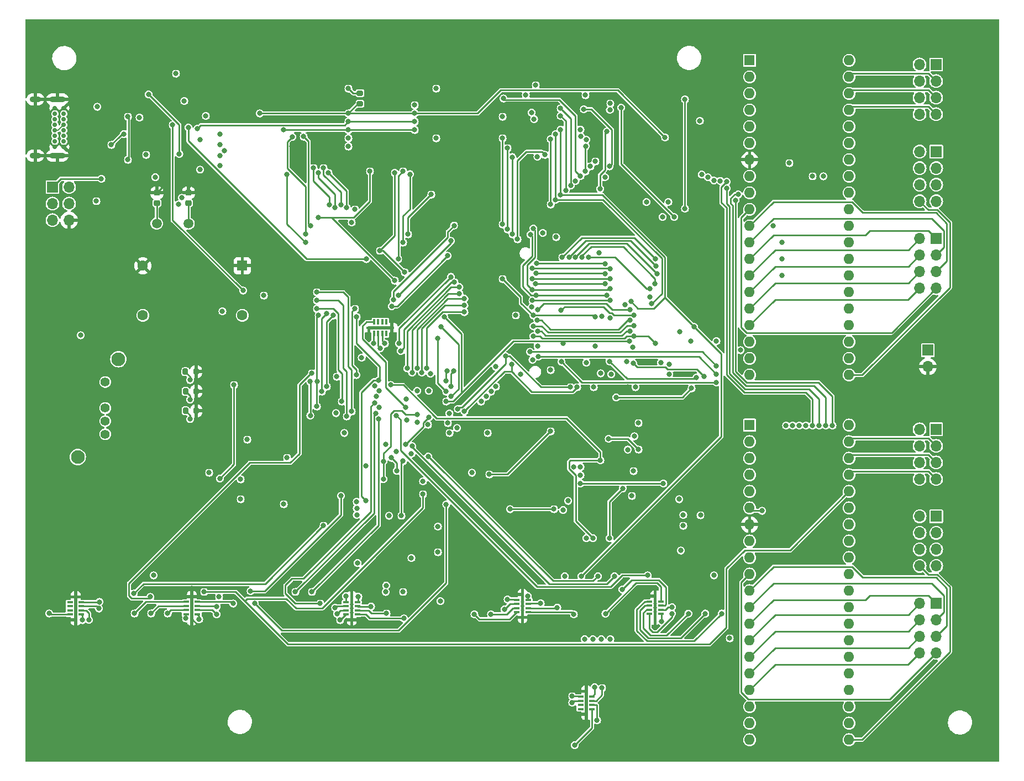
<source format=gbr>
%TF.GenerationSoftware,KiCad,Pcbnew,7.0.10*%
%TF.CreationDate,2024-03-05T20:32:04+01:00*%
%TF.ProjectId,z80,7a38302e-6b69-4636-9164-5f7063625858,1.0*%
%TF.SameCoordinates,Original*%
%TF.FileFunction,Copper,L4,Bot*%
%TF.FilePolarity,Positive*%
%FSLAX46Y46*%
G04 Gerber Fmt 4.6, Leading zero omitted, Abs format (unit mm)*
G04 Created by KiCad (PCBNEW 7.0.10) date 2024-03-05 20:32:04*
%MOMM*%
%LPD*%
G01*
G04 APERTURE LIST*
G04 Aperture macros list*
%AMRoundRect*
0 Rectangle with rounded corners*
0 $1 Rounding radius*
0 $2 $3 $4 $5 $6 $7 $8 $9 X,Y pos of 4 corners*
0 Add a 4 corners polygon primitive as box body*
4,1,4,$2,$3,$4,$5,$6,$7,$8,$9,$2,$3,0*
0 Add four circle primitives for the rounded corners*
1,1,$1+$1,$2,$3*
1,1,$1+$1,$4,$5*
1,1,$1+$1,$6,$7*
1,1,$1+$1,$8,$9*
0 Add four rect primitives between the rounded corners*
20,1,$1+$1,$2,$3,$4,$5,0*
20,1,$1+$1,$4,$5,$6,$7,0*
20,1,$1+$1,$6,$7,$8,$9,0*
20,1,$1+$1,$8,$9,$2,$3,0*%
G04 Aperture macros list end*
%TA.AperFunction,ComponentPad*%
%ADD10R,1.600000X1.600000*%
%TD*%
%TA.AperFunction,ComponentPad*%
%ADD11O,1.600000X1.600000*%
%TD*%
%TA.AperFunction,ComponentPad*%
%ADD12R,1.700000X1.700000*%
%TD*%
%TA.AperFunction,ComponentPad*%
%ADD13O,1.700000X1.700000*%
%TD*%
%TA.AperFunction,ComponentPad*%
%ADD14C,1.400000*%
%TD*%
%TA.AperFunction,ComponentPad*%
%ADD15C,2.100000*%
%TD*%
%TA.AperFunction,ComponentPad*%
%ADD16C,1.600000*%
%TD*%
%TA.AperFunction,ComponentPad*%
%ADD17C,1.500000*%
%TD*%
%TA.AperFunction,ComponentPad*%
%ADD18C,0.700000*%
%TD*%
%TA.AperFunction,ComponentPad*%
%ADD19O,2.400000X0.900000*%
%TD*%
%TA.AperFunction,ComponentPad*%
%ADD20O,1.700000X0.900000*%
%TD*%
%TA.AperFunction,SMDPad,CuDef*%
%ADD21R,0.458800X0.735600*%
%TD*%
%TA.AperFunction,SMDPad,CuDef*%
%ADD22R,0.888000X0.306400*%
%TD*%
%TA.AperFunction,SMDPad,CuDef*%
%ADD23RoundRect,0.200000X-0.200000X-0.275000X0.200000X-0.275000X0.200000X0.275000X-0.200000X0.275000X0*%
%TD*%
%TA.AperFunction,SMDPad,CuDef*%
%ADD24RoundRect,0.225000X0.250000X-0.225000X0.250000X0.225000X-0.250000X0.225000X-0.250000X-0.225000X0*%
%TD*%
%TA.AperFunction,SMDPad,CuDef*%
%ADD25R,0.735600X0.458800*%
%TD*%
%TA.AperFunction,SMDPad,CuDef*%
%ADD26R,0.306400X0.888000*%
%TD*%
%TA.AperFunction,SMDPad,CuDef*%
%ADD27RoundRect,0.200000X0.275000X-0.200000X0.275000X0.200000X-0.275000X0.200000X-0.275000X-0.200000X0*%
%TD*%
%TA.AperFunction,ViaPad*%
%ADD28C,0.800000*%
%TD*%
%TA.AperFunction,Conductor*%
%ADD29C,0.250000*%
%TD*%
%TA.AperFunction,Conductor*%
%ADD30C,0.200000*%
%TD*%
G04 APERTURE END LIST*
D10*
%TO.P,U7,1,PA3*%
%TO.N,Net-(J4-Pin_8)*%
X197358000Y-34290000D03*
D11*
%TO.P,U7,2,PA2*%
%TO.N,Net-(J4-Pin_6)*%
X197358000Y-36830000D03*
%TO.P,U7,3,PA1*%
%TO.N,Net-(J4-Pin_4)*%
X197358000Y-39370000D03*
%TO.P,U7,4,PA0*%
%TO.N,Net-(J4-Pin_2)*%
X197358000Y-41910000D03*
%TO.P,U7,5,~{RD}*%
%TO.N,/RD*%
X197358000Y-44450000D03*
%TO.P,U7,6,~{CS}*%
%TO.N,/IO1-CS*%
X197358000Y-46990000D03*
%TO.P,U7,7,GND*%
%TO.N,GND*%
X197358000Y-49530000D03*
%TO.P,U7,8,A1*%
%TO.N,/A1*%
X197358000Y-52070000D03*
%TO.P,U7,9,A0*%
%TO.N,/A0*%
X197358000Y-54610000D03*
%TO.P,U7,10,PC7*%
%TO.N,Net-(J6-Pin_7)*%
X197358000Y-57150000D03*
%TO.P,U7,11,PC6*%
%TO.N,Net-(J6-Pin_5)*%
X197358000Y-59690000D03*
%TO.P,U7,12,PC5*%
%TO.N,Net-(J6-Pin_3)*%
X197358000Y-62230000D03*
%TO.P,U7,13,PC4*%
%TO.N,Net-(J6-Pin_1)*%
X197358000Y-64770000D03*
%TO.P,U7,14,PC0*%
%TO.N,Net-(J6-Pin_2)*%
X197358000Y-67310000D03*
%TO.P,U7,15,PC1*%
%TO.N,Net-(J6-Pin_4)*%
X197358000Y-69850000D03*
%TO.P,U7,16,PC2*%
%TO.N,Net-(J6-Pin_6)*%
X197358000Y-72390000D03*
%TO.P,U7,17,PC3*%
%TO.N,Net-(J6-Pin_8)*%
X197358000Y-74930000D03*
%TO.P,U7,18,PB0*%
%TO.N,Net-(J5-Pin_2)*%
X197358000Y-77470000D03*
%TO.P,U7,19,PB1*%
%TO.N,Net-(J5-Pin_4)*%
X197358000Y-80010000D03*
%TO.P,U7,20,PB2*%
%TO.N,Net-(J5-Pin_6)*%
X197358000Y-82550000D03*
%TO.P,U7,21,PB3*%
%TO.N,Net-(J5-Pin_8)*%
X212598000Y-82550000D03*
%TO.P,U7,22,PB4*%
%TO.N,Net-(J5-Pin_1)*%
X212598000Y-80010000D03*
%TO.P,U7,23,PB5*%
%TO.N,Net-(J5-Pin_3)*%
X212598000Y-77470000D03*
%TO.P,U7,24,PB6*%
%TO.N,Net-(J5-Pin_5)*%
X212598000Y-74930000D03*
%TO.P,U7,25,PB7*%
%TO.N,Net-(J5-Pin_7)*%
X212598000Y-72390000D03*
%TO.P,U7,26,VCC*%
%TO.N,+5V*%
X212598000Y-69850000D03*
%TO.P,U7,27,D7*%
%TO.N,/D7*%
X212598000Y-67310000D03*
%TO.P,U7,28,D6*%
%TO.N,/D6*%
X212598000Y-64770000D03*
%TO.P,U7,29,D5*%
%TO.N,/D5*%
X212598000Y-62230000D03*
%TO.P,U7,30,D4*%
%TO.N,/D4*%
X212598000Y-59690000D03*
%TO.P,U7,31,D3*%
%TO.N,/D3*%
X212598000Y-57150000D03*
%TO.P,U7,32,D2*%
%TO.N,/D2*%
X212598000Y-54610000D03*
%TO.P,U7,33,D1*%
%TO.N,/D1*%
X212598000Y-52070000D03*
%TO.P,U7,34,D0*%
%TO.N,/D0*%
X212598000Y-49530000D03*
%TO.P,U7,35,RESET*%
%TO.N,/RST-INV*%
X212598000Y-46990000D03*
%TO.P,U7,36,~{WR}*%
%TO.N,/WR*%
X212598000Y-44450000D03*
%TO.P,U7,37,PA7*%
%TO.N,Net-(J4-Pin_7)*%
X212598000Y-41910000D03*
%TO.P,U7,38,PA6*%
%TO.N,Net-(J4-Pin_5)*%
X212598000Y-39370000D03*
%TO.P,U7,39,PA5*%
%TO.N,Net-(J4-Pin_3)*%
X212598000Y-36830000D03*
%TO.P,U7,40,PA4*%
%TO.N,Net-(J4-Pin_1)*%
X212598000Y-34290000D03*
%TD*%
D12*
%TO.P,J4,1,Pin_1*%
%TO.N,Net-(J4-Pin_1)*%
X225933000Y-34925000D03*
D13*
%TO.P,J4,2,Pin_2*%
%TO.N,Net-(J4-Pin_2)*%
X223393000Y-34925000D03*
%TO.P,J4,3,Pin_3*%
%TO.N,Net-(J4-Pin_3)*%
X225933000Y-37465000D03*
%TO.P,J4,4,Pin_4*%
%TO.N,Net-(J4-Pin_4)*%
X223393000Y-37465000D03*
%TO.P,J4,5,Pin_5*%
%TO.N,Net-(J4-Pin_5)*%
X225933000Y-40005000D03*
%TO.P,J4,6,Pin_6*%
%TO.N,Net-(J4-Pin_6)*%
X223393000Y-40005000D03*
%TO.P,J4,7,Pin_7*%
%TO.N,Net-(J4-Pin_7)*%
X225933000Y-42545000D03*
%TO.P,J4,8,Pin_8*%
%TO.N,Net-(J4-Pin_8)*%
X223393000Y-42545000D03*
%TD*%
D12*
%TO.P,J5,1,Pin_1*%
%TO.N,Net-(J5-Pin_1)*%
X225953000Y-48270000D03*
D13*
%TO.P,J5,2,Pin_2*%
%TO.N,Net-(J5-Pin_2)*%
X223413000Y-48270000D03*
%TO.P,J5,3,Pin_3*%
%TO.N,Net-(J5-Pin_3)*%
X225953000Y-50810000D03*
%TO.P,J5,4,Pin_4*%
%TO.N,Net-(J5-Pin_4)*%
X223413000Y-50810000D03*
%TO.P,J5,5,Pin_5*%
%TO.N,Net-(J5-Pin_5)*%
X225953000Y-53350000D03*
%TO.P,J5,6,Pin_6*%
%TO.N,Net-(J5-Pin_6)*%
X223413000Y-53350000D03*
%TO.P,J5,7,Pin_7*%
%TO.N,Net-(J5-Pin_7)*%
X225953000Y-55890000D03*
%TO.P,J5,8,Pin_8*%
%TO.N,Net-(J5-Pin_8)*%
X223413000Y-55890000D03*
%TD*%
D12*
%TO.P,J8,1,Pin_1*%
%TO.N,Net-(J8-Pin_1)*%
X225953000Y-104219000D03*
D13*
%TO.P,J8,2,Pin_2*%
%TO.N,Net-(J8-Pin_2)*%
X223413000Y-104219000D03*
%TO.P,J8,3,Pin_3*%
%TO.N,Net-(J8-Pin_3)*%
X225953000Y-106759000D03*
%TO.P,J8,4,Pin_4*%
%TO.N,Net-(J8-Pin_4)*%
X223413000Y-106759000D03*
%TO.P,J8,5,Pin_5*%
%TO.N,Net-(J8-Pin_5)*%
X225953000Y-109299000D03*
%TO.P,J8,6,Pin_6*%
%TO.N,Net-(J8-Pin_6)*%
X223413000Y-109299000D03*
%TO.P,J8,7,Pin_7*%
%TO.N,Net-(J8-Pin_7)*%
X225953000Y-111839000D03*
%TO.P,J8,8,Pin_8*%
%TO.N,Net-(J8-Pin_8)*%
X223413000Y-111839000D03*
%TD*%
D12*
%TO.P,J1,1,Pin_1*%
%TO.N,+5V*%
X224663000Y-78740000D03*
D13*
%TO.P,J1,2,Pin_2*%
%TO.N,GND*%
X224663000Y-81280000D03*
%TD*%
D10*
%TO.P,U10,1,PA3*%
%TO.N,Net-(J7-Pin_8)*%
X197358000Y-90239000D03*
D11*
%TO.P,U10,2,PA2*%
%TO.N,Net-(J7-Pin_6)*%
X197358000Y-92779000D03*
%TO.P,U10,3,PA1*%
%TO.N,Net-(J7-Pin_4)*%
X197358000Y-95319000D03*
%TO.P,U10,4,PA0*%
%TO.N,Net-(J7-Pin_2)*%
X197358000Y-97859000D03*
%TO.P,U10,5,~{RD}*%
%TO.N,/RD*%
X197358000Y-100399000D03*
%TO.P,U10,6,~{CS}*%
%TO.N,/IO2-CS*%
X197358000Y-102939000D03*
%TO.P,U10,7,GND*%
%TO.N,GND*%
X197358000Y-105479000D03*
%TO.P,U10,8,A1*%
%TO.N,/A1*%
X197358000Y-108019000D03*
%TO.P,U10,9,A0*%
%TO.N,/A0*%
X197358000Y-110559000D03*
%TO.P,U10,10,PC7*%
%TO.N,Net-(J9-Pin_7)*%
X197358000Y-113099000D03*
%TO.P,U10,11,PC6*%
%TO.N,Net-(J9-Pin_5)*%
X197358000Y-115639000D03*
%TO.P,U10,12,PC5*%
%TO.N,Net-(J9-Pin_3)*%
X197358000Y-118179000D03*
%TO.P,U10,13,PC4*%
%TO.N,Net-(J9-Pin_1)*%
X197358000Y-120719000D03*
%TO.P,U10,14,PC0*%
%TO.N,Net-(J9-Pin_2)*%
X197358000Y-123259000D03*
%TO.P,U10,15,PC1*%
%TO.N,Net-(J9-Pin_4)*%
X197358000Y-125799000D03*
%TO.P,U10,16,PC2*%
%TO.N,Net-(J9-Pin_6)*%
X197358000Y-128339000D03*
%TO.P,U10,17,PC3*%
%TO.N,Net-(J9-Pin_8)*%
X197358000Y-130879000D03*
%TO.P,U10,18,PB0*%
%TO.N,Net-(J8-Pin_2)*%
X197358000Y-133419000D03*
%TO.P,U10,19,PB1*%
%TO.N,Net-(J8-Pin_4)*%
X197358000Y-135959000D03*
%TO.P,U10,20,PB2*%
%TO.N,Net-(J8-Pin_6)*%
X197358000Y-138499000D03*
%TO.P,U10,21,PB3*%
%TO.N,Net-(J8-Pin_8)*%
X212598000Y-138499000D03*
%TO.P,U10,22,PB4*%
%TO.N,Net-(J8-Pin_1)*%
X212598000Y-135959000D03*
%TO.P,U10,23,PB5*%
%TO.N,Net-(J8-Pin_3)*%
X212598000Y-133419000D03*
%TO.P,U10,24,PB6*%
%TO.N,Net-(J8-Pin_5)*%
X212598000Y-130879000D03*
%TO.P,U10,25,PB7*%
%TO.N,Net-(J8-Pin_7)*%
X212598000Y-128339000D03*
%TO.P,U10,26,VCC*%
%TO.N,+5V*%
X212598000Y-125799000D03*
%TO.P,U10,27,D7*%
%TO.N,/D7*%
X212598000Y-123259000D03*
%TO.P,U10,28,D6*%
%TO.N,/D6*%
X212598000Y-120719000D03*
%TO.P,U10,29,D5*%
%TO.N,/D5*%
X212598000Y-118179000D03*
%TO.P,U10,30,D4*%
%TO.N,/D4*%
X212598000Y-115639000D03*
%TO.P,U10,31,D3*%
%TO.N,/D3*%
X212598000Y-113099000D03*
%TO.P,U10,32,D2*%
%TO.N,/D2*%
X212598000Y-110559000D03*
%TO.P,U10,33,D1*%
%TO.N,/D1*%
X212598000Y-108019000D03*
%TO.P,U10,34,D0*%
%TO.N,/D0*%
X212598000Y-105479000D03*
%TO.P,U10,35,RESET*%
%TO.N,/RST-INV*%
X212598000Y-102939000D03*
%TO.P,U10,36,~{WR}*%
%TO.N,/WR*%
X212598000Y-100399000D03*
%TO.P,U10,37,PA7*%
%TO.N,Net-(J7-Pin_7)*%
X212598000Y-97859000D03*
%TO.P,U10,38,PA6*%
%TO.N,Net-(J7-Pin_5)*%
X212598000Y-95319000D03*
%TO.P,U10,39,PA5*%
%TO.N,Net-(J7-Pin_3)*%
X212598000Y-92779000D03*
%TO.P,U10,40,PA4*%
%TO.N,Net-(J7-Pin_1)*%
X212598000Y-90239000D03*
%TD*%
D14*
%TO.P,SW2,1,1*%
%TO.N,Net-(D2-A)*%
X98636000Y-83630000D03*
%TO.P,SW2,2,2*%
%TO.N,Net-(R8-Pad2)*%
X98636000Y-87630000D03*
%TO.P,SW2,3,3*%
%TO.N,Net-(D4-A)*%
X98636000Y-89630000D03*
%TO.P,SW2,4,4*%
%TO.N,Net-(D8-A)*%
X98636000Y-91630000D03*
D15*
%TO.P,SW2,MH1*%
%TO.N,N/C*%
X100636000Y-80130000D03*
%TO.P,SW2,MH2*%
X94436000Y-95130000D03*
%TD*%
D10*
%TO.P,CLK2,1,EN*%
%TO.N,GND*%
X119634000Y-65786000D03*
D16*
%TO.P,CLK2,7,GND*%
X104394000Y-65786000D03*
%TO.P,CLK2,8,OUT*%
%TO.N,/FstClk*%
X104394000Y-73406000D03*
%TO.P,CLK2,14,Vcc*%
%TO.N,+5V*%
X119634000Y-73406000D03*
%TD*%
D12*
%TO.P,J10,1,Pin_1*%
%TO.N,/MISO*%
X90551000Y-53721000D03*
D13*
%TO.P,J10,2,Pin_2*%
%TO.N,+5V*%
X93091000Y-53721000D03*
%TO.P,J10,3,Pin_3*%
%TO.N,/SPISCK*%
X90551000Y-56261000D03*
%TO.P,J10,4,Pin_4*%
%TO.N,/MOSI*%
X93091000Y-56261000D03*
%TO.P,J10,5,Pin_5*%
%TO.N,/ProgReset*%
X90551000Y-58801000D03*
%TO.P,J10,6,Pin_6*%
%TO.N,GND*%
X93091000Y-58801000D03*
%TD*%
D17*
%TO.P,CLK3,1,1*%
%TO.N,Net-(U11-XTAL2)*%
X106516000Y-59309000D03*
%TO.P,CLK3,2,2*%
%TO.N,Net-(U11-XTAL1)*%
X111396000Y-59309000D03*
%TD*%
D18*
%TO.P,J11,A1,GND*%
%TO.N,GND*%
X92282000Y-41607000D03*
%TO.P,J11,A4,VBUS*%
%TO.N,+5V*%
X92282000Y-42457000D03*
%TO.P,J11,A5,CC1*%
%TO.N,unconnected-(J11-CC1-PadA5)*%
X92282000Y-43307000D03*
%TO.P,J11,A6,D+*%
%TO.N,/USB-D+*%
X92282000Y-44157000D03*
%TO.P,J11,A7,D-*%
%TO.N,/USB-D-*%
X92282000Y-45007000D03*
%TO.P,J11,A8,SBU1*%
%TO.N,unconnected-(J11-SBU1-PadA8)*%
X92282000Y-45857000D03*
%TO.P,J11,A9,VBUS*%
%TO.N,+5V*%
X92282000Y-46707000D03*
%TO.P,J11,A12,GND*%
%TO.N,GND*%
X92282000Y-47557000D03*
%TO.P,J11,B1,GND*%
X90932000Y-47557000D03*
%TO.P,J11,B4,VBUS*%
%TO.N,+5V*%
X90932000Y-46707000D03*
%TO.P,J11,B5,CC2*%
%TO.N,unconnected-(J11-CC2-PadB5)*%
X90932000Y-45857000D03*
%TO.P,J11,B6,D+*%
%TO.N,/USB-D+*%
X90932000Y-45007000D03*
%TO.P,J11,B7,D-*%
%TO.N,/USB-D-*%
X90932000Y-44157000D03*
%TO.P,J11,B8,SBU2*%
%TO.N,unconnected-(J11-SBU2-PadB8)*%
X90932000Y-43307000D03*
%TO.P,J11,B9,VBUS*%
%TO.N,+5V*%
X90932000Y-42457000D03*
%TO.P,J11,B12,GND*%
%TO.N,GND*%
X90932000Y-41607000D03*
D19*
%TO.P,J11,S1,SHIELD*%
X91302000Y-40257000D03*
D20*
X87922000Y-40257000D03*
D19*
X91302000Y-48907000D03*
D20*
X87922000Y-48907000D03*
%TD*%
D12*
%TO.P,J9,1,Pin_1*%
%TO.N,Net-(J9-Pin_1)*%
X225953000Y-117554000D03*
D13*
%TO.P,J9,2,Pin_2*%
%TO.N,Net-(J9-Pin_2)*%
X223413000Y-117554000D03*
%TO.P,J9,3,Pin_3*%
%TO.N,Net-(J9-Pin_3)*%
X225953000Y-120094000D03*
%TO.P,J9,4,Pin_4*%
%TO.N,Net-(J9-Pin_4)*%
X223413000Y-120094000D03*
%TO.P,J9,5,Pin_5*%
%TO.N,Net-(J9-Pin_5)*%
X225953000Y-122634000D03*
%TO.P,J9,6,Pin_6*%
%TO.N,Net-(J9-Pin_6)*%
X223413000Y-122634000D03*
%TO.P,J9,7,Pin_7*%
%TO.N,Net-(J9-Pin_7)*%
X225953000Y-125174000D03*
%TO.P,J9,8,Pin_8*%
%TO.N,Net-(J9-Pin_8)*%
X223413000Y-125174000D03*
%TD*%
D12*
%TO.P,J6,1,Pin_1*%
%TO.N,Net-(J6-Pin_1)*%
X225953000Y-61605000D03*
D13*
%TO.P,J6,2,Pin_2*%
%TO.N,Net-(J6-Pin_2)*%
X223413000Y-61605000D03*
%TO.P,J6,3,Pin_3*%
%TO.N,Net-(J6-Pin_3)*%
X225953000Y-64145000D03*
%TO.P,J6,4,Pin_4*%
%TO.N,Net-(J6-Pin_4)*%
X223413000Y-64145000D03*
%TO.P,J6,5,Pin_5*%
%TO.N,Net-(J6-Pin_5)*%
X225953000Y-66685000D03*
%TO.P,J6,6,Pin_6*%
%TO.N,Net-(J6-Pin_6)*%
X223413000Y-66685000D03*
%TO.P,J6,7,Pin_7*%
%TO.N,Net-(J6-Pin_7)*%
X225953000Y-69225000D03*
%TO.P,J6,8,Pin_8*%
%TO.N,Net-(J6-Pin_8)*%
X223413000Y-69225000D03*
%TD*%
D12*
%TO.P,J7,1,Pin_1*%
%TO.N,Net-(J7-Pin_1)*%
X225933000Y-90874000D03*
D13*
%TO.P,J7,2,Pin_2*%
%TO.N,Net-(J7-Pin_2)*%
X223393000Y-90874000D03*
%TO.P,J7,3,Pin_3*%
%TO.N,Net-(J7-Pin_3)*%
X225933000Y-93414000D03*
%TO.P,J7,4,Pin_4*%
%TO.N,Net-(J7-Pin_4)*%
X223393000Y-93414000D03*
%TO.P,J7,5,Pin_5*%
%TO.N,Net-(J7-Pin_5)*%
X225933000Y-95954000D03*
%TO.P,J7,6,Pin_6*%
%TO.N,Net-(J7-Pin_6)*%
X223393000Y-95954000D03*
%TO.P,J7,7,Pin_7*%
%TO.N,Net-(J7-Pin_7)*%
X225933000Y-98494000D03*
%TO.P,J7,8,Pin_8*%
%TO.N,Net-(J7-Pin_8)*%
X223393000Y-98494000D03*
%TD*%
D21*
%TO.P,RN7,1,common*%
%TO.N,GND*%
X182880000Y-116478401D03*
X182880000Y-119995599D03*
D22*
%TO.P,RN7,2,R1*%
%TO.N,Net-(D42-K)*%
X183762299Y-117284500D03*
%TO.P,RN7,3,R2*%
%TO.N,Net-(D43-K)*%
X183762299Y-117919500D03*
%TO.P,RN7,4,R3*%
%TO.N,Net-(D44-K)*%
X183762299Y-118554500D03*
%TO.P,RN7,5,R4*%
%TO.N,Net-(D45-K)*%
X183762299Y-119189500D03*
%TO.P,RN7,6,R5*%
%TO.N,Net-(D46-K)*%
X181997701Y-119189500D03*
%TO.P,RN7,7,R6*%
%TO.N,Net-(D47-K)*%
X181997701Y-118554500D03*
%TO.P,RN7,8,R7*%
%TO.N,Net-(D48-K)*%
X181997701Y-117919500D03*
%TO.P,RN7,9,R8*%
%TO.N,Net-(D49-K)*%
X181997701Y-117284500D03*
%TD*%
D21*
%TO.P,RN3,1,common*%
%TO.N,GND*%
X136398000Y-120097099D03*
X136398000Y-116579901D03*
D22*
%TO.P,RN3,2,R1*%
%TO.N,Net-(D13-K)*%
X135515701Y-119291000D03*
%TO.P,RN3,3,R2*%
%TO.N,Net-(D14-K)*%
X135515701Y-118656000D03*
%TO.P,RN3,4,R3*%
%TO.N,Net-(D15-K)*%
X135515701Y-118021000D03*
%TO.P,RN3,5,R4*%
%TO.N,Net-(D16-K)*%
X135515701Y-117386000D03*
%TO.P,RN3,6,R5*%
%TO.N,Net-(D17-K)*%
X137280299Y-117386000D03*
%TO.P,RN3,7,R6*%
%TO.N,Net-(D18-K)*%
X137280299Y-118021000D03*
%TO.P,RN3,8,R7*%
%TO.N,Net-(D19-K)*%
X137280299Y-118656000D03*
%TO.P,RN3,9,R8*%
%TO.N,Net-(D20-K)*%
X137280299Y-119291000D03*
%TD*%
D21*
%TO.P,RN5,1,common*%
%TO.N,GND*%
X111893701Y-116541901D03*
X111893701Y-120059099D03*
D22*
%TO.P,RN5,2,R1*%
%TO.N,Net-(D33-K)*%
X112776000Y-117348000D03*
%TO.P,RN5,3,R2*%
%TO.N,Net-(D32-K)*%
X112776000Y-117983000D03*
%TO.P,RN5,4,R3*%
%TO.N,Net-(D31-K)*%
X112776000Y-118618000D03*
%TO.P,RN5,5,R4*%
%TO.N,Net-(D30-K)*%
X112776000Y-119253000D03*
%TO.P,RN5,6,R5*%
%TO.N,Net-(D29-K)*%
X111011402Y-119253000D03*
%TO.P,RN5,7,R6*%
%TO.N,Net-(D28-K)*%
X111011402Y-118618000D03*
%TO.P,RN5,8,R7*%
%TO.N,Net-(D27-K)*%
X111011402Y-117983000D03*
%TO.P,RN5,9,R8*%
%TO.N,Net-(D26-K)*%
X111011402Y-117348000D03*
%TD*%
D23*
%TO.P,R14,1*%
%TO.N,Net-(D8-K)*%
X110935000Y-88043327D03*
%TO.P,R14,2*%
%TO.N,GND*%
X112585000Y-88043327D03*
%TD*%
D24*
%TO.P,C10,1*%
%TO.N,Net-(U11-XTAL2)*%
X106553000Y-56160000D03*
%TO.P,C10,2*%
%TO.N,GND*%
X106553000Y-54610000D03*
%TD*%
D23*
%TO.P,R10,1*%
%TO.N,Net-(D4-K)*%
X110935000Y-85043327D03*
%TO.P,R10,2*%
%TO.N,GND*%
X112585000Y-85043327D03*
%TD*%
%TO.P,R3,1*%
%TO.N,Net-(D2-K)*%
X110908500Y-82041000D03*
%TO.P,R3,2*%
%TO.N,GND*%
X112558500Y-82041000D03*
%TD*%
D21*
%TO.P,RN8,1,common*%
%TO.N,GND*%
X172339000Y-134600599D03*
X172339000Y-131083401D03*
D22*
%TO.P,RN8,2,R1*%
%TO.N,unconnected-(RN8-R1-Pad2)*%
X171456701Y-133794500D03*
%TO.P,RN8,3,R2*%
%TO.N,unconnected-(RN8-R2-Pad3)*%
X171456701Y-133159500D03*
%TO.P,RN8,4,R3*%
%TO.N,Net-(D7-K)*%
X171456701Y-132524500D03*
%TO.P,RN8,5,R4*%
%TO.N,Net-(D9-K)*%
X171456701Y-131889500D03*
%TO.P,RN8,6,R5*%
%TO.N,Net-(D10-K)*%
X173221299Y-131889500D03*
%TO.P,RN8,7,R6*%
%TO.N,Net-(D11-K)*%
X173221299Y-132524500D03*
%TO.P,RN8,8,R7*%
%TO.N,Net-(D12-K)*%
X173221299Y-133159500D03*
%TO.P,RN8,9,R8*%
%TO.N,Net-(D50-K)*%
X173221299Y-133794500D03*
%TD*%
D25*
%TO.P,RN2,1,common*%
%TO.N,GND*%
X139020901Y-75304299D03*
X142538099Y-75304299D03*
D26*
%TO.P,RN2,2,R1*%
%TO.N,/MREQ*%
X139827000Y-74422000D03*
%TO.P,RN2,3,R2*%
%TO.N,unconnected-(RN2-R2-Pad3)*%
X140462000Y-74422000D03*
%TO.P,RN2,4,R3*%
%TO.N,unconnected-(RN2-R3-Pad4)*%
X141097000Y-74422000D03*
%TO.P,RN2,5,R4*%
%TO.N,unconnected-(RN2-R4-Pad5)*%
X141732000Y-74422000D03*
%TO.P,RN2,6,R5*%
%TO.N,unconnected-(RN2-R5-Pad6)*%
X141732000Y-76186598D03*
%TO.P,RN2,7,R6*%
%TO.N,/A13*%
X141097000Y-76186598D03*
%TO.P,RN2,8,R7*%
%TO.N,/A14*%
X140462000Y-76186598D03*
%TO.P,RN2,9,R8*%
%TO.N,/A15*%
X139827000Y-76186598D03*
%TD*%
D27*
%TO.P,R20,1*%
%TO.N,/PROG-OE*%
X137668000Y-40957000D03*
%TO.P,R20,2*%
%TO.N,+5V*%
X137668000Y-39307000D03*
%TD*%
D21*
%TO.P,RN6,1,common*%
%TO.N,GND*%
X162560000Y-119741599D03*
X162560000Y-116224401D03*
D22*
%TO.P,RN6,2,R1*%
%TO.N,Net-(D34-K)*%
X161677701Y-118935500D03*
%TO.P,RN6,3,R2*%
%TO.N,Net-(D35-K)*%
X161677701Y-118300500D03*
%TO.P,RN6,4,R3*%
%TO.N,Net-(D36-K)*%
X161677701Y-117665500D03*
%TO.P,RN6,5,R4*%
%TO.N,Net-(D37-K)*%
X161677701Y-117030500D03*
%TO.P,RN6,6,R5*%
%TO.N,Net-(D38-K)*%
X163442299Y-117030500D03*
%TO.P,RN6,7,R6*%
%TO.N,Net-(D39-K)*%
X163442299Y-117665500D03*
%TO.P,RN6,8,R7*%
%TO.N,Net-(D40-K)*%
X163442299Y-118300500D03*
%TO.P,RN6,9,R8*%
%TO.N,Net-(D41-K)*%
X163442299Y-118935500D03*
%TD*%
D24*
%TO.P,C9,1*%
%TO.N,Net-(U11-XTAL1)*%
X111379000Y-56147000D03*
%TO.P,C9,2*%
%TO.N,GND*%
X111379000Y-54597000D03*
%TD*%
D21*
%TO.P,RN4,1,common*%
%TO.N,GND*%
X94107000Y-116579901D03*
X94107000Y-120097099D03*
D22*
%TO.P,RN4,2,R1*%
%TO.N,Net-(D25-K)*%
X94989299Y-117386000D03*
%TO.P,RN4,3,R2*%
%TO.N,Net-(D24-K)*%
X94989299Y-118021000D03*
%TO.P,RN4,4,R3*%
%TO.N,Net-(D23-K)*%
X94989299Y-118656000D03*
%TO.P,RN4,5,R4*%
%TO.N,Net-(D22-K)*%
X94989299Y-119291000D03*
%TO.P,RN4,6,R5*%
%TO.N,Net-(D21-K)*%
X93224701Y-119291000D03*
%TO.P,RN4,7,R6*%
%TO.N,unconnected-(RN4-R6-Pad7)*%
X93224701Y-118656000D03*
%TO.P,RN4,8,R7*%
%TO.N,unconnected-(RN4-R7-Pad8)*%
X93224701Y-118021000D03*
%TO.P,RN4,9,R8*%
%TO.N,unconnected-(RN4-R8-Pad9)*%
X93224701Y-117386000D03*
%TD*%
D28*
%TO.N,/D0*%
X210058000Y-90297000D03*
X176022000Y-71120000D03*
X127762000Y-115824000D03*
X110363000Y-55372000D03*
X164084000Y-71120000D03*
X140044226Y-88400885D03*
X171463958Y-45903946D03*
X195199000Y-55735000D03*
X131064000Y-69850000D03*
X184912000Y-56007000D03*
X136398000Y-88138000D03*
%TO.N,/D1*%
X163774000Y-61012882D03*
X195622454Y-54830145D03*
X209042000Y-90297000D03*
X171450000Y-44892598D03*
X135636000Y-88900000D03*
X140529074Y-89274914D03*
X164638424Y-70288364D03*
X208661000Y-52070000D03*
X109855000Y-56388000D03*
X175467576Y-70288364D03*
X130302000Y-115824000D03*
X131064000Y-71120000D03*
%TO.N,/D2*%
X193865500Y-53911500D03*
X131572000Y-117602000D03*
X131064000Y-72390000D03*
X164228791Y-60071000D03*
X176022000Y-69342000D03*
X116205000Y-50419000D03*
X164084000Y-69455500D03*
X134874000Y-86614000D03*
X164338000Y-43280000D03*
X139891930Y-86800211D03*
X208026000Y-90297000D03*
X207010000Y-52070000D03*
%TO.N,/D3*%
X175500130Y-45212000D03*
X174460500Y-53975000D03*
X207010000Y-90297000D03*
X138594726Y-101854000D03*
X140508424Y-83381636D03*
X203454000Y-50038000D03*
X137160000Y-73660000D03*
X164592000Y-68580000D03*
X175260000Y-68580000D03*
X116205000Y-45593000D03*
X193861201Y-52891201D03*
%TO.N,/D4*%
X200918299Y-59694299D03*
X142113000Y-104140000D03*
X175185000Y-52197000D03*
X116205000Y-48895000D03*
X137122500Y-82550000D03*
X164037576Y-67748364D03*
X192870248Y-52760751D03*
X205994000Y-90297000D03*
X176022000Y-67818000D03*
X136906000Y-72390000D03*
%TO.N,/D5*%
X202311000Y-62230000D03*
X191872907Y-52695046D03*
X103886000Y-43053000D03*
X204978000Y-90297000D03*
X130052299Y-88768701D03*
X141605000Y-115824000D03*
X171958000Y-41783000D03*
X139936619Y-84201419D03*
X133599701Y-73410299D03*
X132588000Y-84328000D03*
X175260000Y-67023864D03*
X164662326Y-66968177D03*
X175909500Y-50546000D03*
X130048000Y-83566000D03*
%TO.N,/D6*%
X175946323Y-41896130D03*
X176022000Y-66294000D03*
X141670535Y-114827064D03*
X190990680Y-52225278D03*
X203962000Y-90297000D03*
X164032522Y-66192063D03*
X116845186Y-48126777D03*
X132588000Y-73152000D03*
X140612313Y-84937924D03*
X202311000Y-64770000D03*
X131826000Y-85090000D03*
%TO.N,/D7*%
X131068299Y-83561701D03*
X144272000Y-115824000D03*
X202946000Y-90297000D03*
X140595149Y-87510485D03*
X175260000Y-65467563D03*
X116205000Y-47244000D03*
X176017347Y-40898653D03*
X131064000Y-87376000D03*
X164678791Y-65429605D03*
X190012222Y-51784500D03*
X131313701Y-73401701D03*
X202311000Y-67310000D03*
%TO.N,/BUSACK*%
X130302000Y-82296000D03*
X146431000Y-89789000D03*
X119761000Y-69596000D03*
X105537000Y-116586000D03*
X108966000Y-44196000D03*
%TO.N,GND*%
X111252000Y-95504000D03*
X151430424Y-87445636D03*
X111887000Y-115316000D03*
X182880000Y-115189000D03*
X117475000Y-83058000D03*
X159512000Y-41910000D03*
X94107000Y-115316000D03*
X125222000Y-108458000D03*
X172593000Y-82042000D03*
X160147000Y-84709000D03*
X112141000Y-43815000D03*
X167074116Y-80807417D03*
X173736000Y-86233000D03*
X107315000Y-52197000D03*
X139446000Y-121031000D03*
X167386000Y-105537000D03*
X126238000Y-97028000D03*
X125222000Y-91948000D03*
X171958000Y-42799000D03*
X117602000Y-88138000D03*
X182880000Y-121285000D03*
X116586000Y-91440000D03*
X112903000Y-121031000D03*
X188214000Y-86233000D03*
X162560000Y-120929400D03*
X188214000Y-82423000D03*
X122936000Y-68834000D03*
X167386000Y-86233000D03*
X157734000Y-99060000D03*
X217805000Y-46990000D03*
X117348000Y-108458000D03*
X167513000Y-93091000D03*
X167386000Y-101727000D03*
X127254000Y-47498000D03*
X128016000Y-97536000D03*
X188214000Y-51181000D03*
X104902000Y-47244000D03*
X178718284Y-84417117D03*
X162560000Y-115011200D03*
X149860000Y-99060000D03*
X105791000Y-43815000D03*
X113157000Y-52070000D03*
X178054000Y-104902000D03*
X126238000Y-90170000D03*
X180721000Y-80518000D03*
X140716000Y-47498000D03*
X97409000Y-39878000D03*
X97028000Y-49276000D03*
X116586000Y-102108000D03*
X121920000Y-86233000D03*
X136398000Y-115443000D03*
X127508000Y-73660000D03*
%TO.N,/BUSRQ*%
X148082000Y-90170000D03*
X113157000Y-46482000D03*
X106045000Y-113284000D03*
%TO.N,+5V*%
X97282000Y-55880000D03*
X135255000Y-91440000D03*
X189738000Y-43561000D03*
X126492000Y-95250000D03*
X149606000Y-109728000D03*
X120396000Y-92456000D03*
X149606000Y-105791000D03*
X109474000Y-36322000D03*
X140208000Y-85852000D03*
X159512000Y-42926000D03*
X97409000Y-41402000D03*
X114046000Y-42799000D03*
X135890000Y-38608000D03*
X125984000Y-102362000D03*
X119380000Y-98552000D03*
X178562000Y-80518000D03*
X192278000Y-77343000D03*
X147320000Y-98869000D03*
X122936000Y-70358000D03*
X149352000Y-38608000D03*
X113157000Y-51054000D03*
X94869000Y-76454000D03*
X171450000Y-96647000D03*
X179578000Y-97282000D03*
X106299000Y-52197000D03*
X116586000Y-72771000D03*
X119380000Y-101600000D03*
X164096929Y-80199649D03*
X114554000Y-97536000D03*
X149352000Y-46228000D03*
X136906000Y-57150000D03*
X135890000Y-46228000D03*
X104902000Y-48768000D03*
%TO.N,/A0*%
X178980000Y-77380000D03*
X168783000Y-77654500D03*
X150584500Y-73660000D03*
X165678082Y-60742912D03*
X172342119Y-46431766D03*
X150876000Y-86614000D03*
%TO.N,/A1*%
X156214299Y-86618299D03*
X161798000Y-61722000D03*
X179626000Y-76580000D03*
X151638000Y-85852000D03*
X182929299Y-77674701D03*
X164243266Y-76582682D03*
X132842000Y-51562000D03*
X165989000Y-48768000D03*
X135636000Y-56896000D03*
X150076500Y-75184000D03*
%TO.N,/A11*%
X142998840Y-51559269D03*
X171704000Y-64516000D03*
X144526000Y-66802000D03*
X181737000Y-113289500D03*
X140716000Y-63500000D03*
X171450000Y-52041000D03*
X182880000Y-68580000D03*
X143919963Y-78852500D03*
X143256000Y-88773000D03*
X152146000Y-68326000D03*
X159639000Y-40132000D03*
%TO.N,/A12*%
X131318000Y-58420000D03*
X143643500Y-77724000D03*
X187198000Y-104013000D03*
X183172155Y-67017845D03*
X151591576Y-67494364D03*
X139192000Y-51308000D03*
X172280153Y-47429847D03*
X172212000Y-51308000D03*
X170688000Y-64516000D03*
X143002000Y-68072000D03*
%TO.N,/A13*%
X170434000Y-96647000D03*
X186817000Y-109474000D03*
X143547500Y-70358000D03*
X151609500Y-61976000D03*
X172974000Y-50546000D03*
X183049454Y-65870546D03*
X141478000Y-77724000D03*
X169688497Y-64516000D03*
X187198000Y-105664000D03*
%TO.N,/A14*%
X182926753Y-64723247D03*
X173736000Y-49784000D03*
X142816051Y-71039166D03*
X152069127Y-59613127D03*
X140771245Y-78430755D03*
X171450000Y-97917000D03*
X168656000Y-64516000D03*
X189830500Y-104056098D03*
%TO.N,Clock*%
X134112000Y-82804000D03*
X133985000Y-88392000D03*
%TO.N,/INT*%
X153670000Y-88138000D03*
X141253574Y-95795500D03*
X170942000Y-84417617D03*
X148209000Y-84963000D03*
X141253574Y-98514500D03*
X137172548Y-102993051D03*
X160880411Y-80935777D03*
X146431000Y-84963000D03*
X146431000Y-88646000D03*
%TO.N,/NMI*%
X157480000Y-97790000D03*
X142494000Y-95250000D03*
X143284014Y-97244500D03*
X166878000Y-81788000D03*
X172339000Y-80645000D03*
X137160000Y-101981000D03*
X166878000Y-91186000D03*
%TO.N,/A15*%
X171450000Y-99187000D03*
X184150000Y-99187000D03*
X139737500Y-77675033D03*
X191897000Y-113284000D03*
X151092500Y-64262000D03*
X167720000Y-61388000D03*
X142514648Y-71992141D03*
X164846000Y-49059000D03*
%TO.N,/MREQ*%
X161544000Y-73406000D03*
X168783000Y-103251000D03*
X144653000Y-87503000D03*
X151384000Y-91440000D03*
X116078000Y-116586000D03*
X176149000Y-82423000D03*
X176022000Y-73787000D03*
X185039000Y-82423000D03*
X157226000Y-91440000D03*
%TO.N,/IORQ*%
X162265476Y-82390500D03*
X174752000Y-73533000D03*
X143178632Y-94248340D03*
X134747000Y-101092000D03*
X174540153Y-82296000D03*
X120904000Y-115697000D03*
%TO.N,/HALT*%
X132080000Y-105664000D03*
X102997000Y-116078000D03*
X141605000Y-93180500D03*
%TO.N,/RD*%
X164206134Y-73400161D03*
X159512000Y-67818000D03*
X145542000Y-110617000D03*
X149987000Y-117221000D03*
X144854500Y-89445500D03*
X137922000Y-79883000D03*
X173736000Y-73660000D03*
X138635000Y-64770000D03*
X145542000Y-94615000D03*
X111379000Y-44577000D03*
X163068000Y-39587000D03*
%TO.N,/WR*%
X159945500Y-79629000D03*
X169926000Y-84417500D03*
X152527000Y-90678000D03*
X113792000Y-115824000D03*
X163957000Y-42291000D03*
X144780000Y-86233000D03*
X176911000Y-85979000D03*
X147320000Y-100838000D03*
X164592000Y-38100000D03*
X152654000Y-87757000D03*
X154813000Y-97536000D03*
X187452000Y-40259000D03*
X187452000Y-57023000D03*
X188468000Y-84582000D03*
%TO.N,/WAIT*%
X144272000Y-95758000D03*
X173736000Y-78105000D03*
X164862860Y-78104500D03*
X144018000Y-104140000D03*
X173482000Y-84417617D03*
%TO.N,/M1*%
X144615500Y-93218000D03*
X137168599Y-104021599D03*
X148209000Y-89027000D03*
%TO.N,/RFSH*%
X137287000Y-111379000D03*
X151373884Y-88443538D03*
%TO.N,/A4*%
X159512000Y-46228000D03*
X151017500Y-81927500D03*
X130556000Y-50800000D03*
X158496000Y-84328000D03*
X179067529Y-74164326D03*
X159512000Y-59436000D03*
X164846000Y-74168000D03*
X150876000Y-83452000D03*
X132985449Y-56408500D03*
%TO.N,/A5*%
X179625672Y-73335181D03*
X129335000Y-62230000D03*
X126492000Y-51816000D03*
X148446331Y-82366697D03*
X158491701Y-81275701D03*
X168444500Y-72644000D03*
X166878000Y-56388000D03*
X186690000Y-75946000D03*
X166878000Y-46355000D03*
%TO.N,/A6*%
X182347701Y-71603701D03*
X188341000Y-77343000D03*
X147893500Y-81534000D03*
X167640000Y-45593000D03*
X167640000Y-55663500D03*
X127292924Y-46012924D03*
X178999415Y-72556202D03*
X129335000Y-60960000D03*
X153670000Y-72898000D03*
X169037000Y-113411000D03*
X164916326Y-72556177D03*
%TO.N,/A7*%
X129032000Y-45974000D03*
X168402000Y-44892598D03*
X147145312Y-82196737D03*
X153665701Y-71877701D03*
X130059500Y-59690000D03*
X171577000Y-113411000D03*
X188849000Y-75131397D03*
X168402000Y-54939000D03*
X179167701Y-71276299D03*
%TO.N,/RST*%
X121539000Y-117602000D03*
X178294449Y-71762545D03*
X151130000Y-89916000D03*
X181558155Y-56007000D03*
X163978552Y-72128300D03*
X150876000Y-102399500D03*
%TO.N,/A8*%
X168402000Y-42799000D03*
X169195814Y-54214500D03*
X174117000Y-113411000D03*
X146407821Y-81522117D03*
X148590000Y-54864000D03*
X145034000Y-60960000D03*
X153661402Y-70857402D03*
X182118000Y-70612000D03*
X148109797Y-95023797D03*
%TO.N,/A9*%
X145646159Y-82169324D03*
X145332859Y-51743205D03*
X144272000Y-62230000D03*
X176657000Y-113411000D03*
X145669000Y-93472000D03*
X152908000Y-70104000D03*
X169957455Y-53490000D03*
X174261332Y-63779931D03*
X168402000Y-41656000D03*
%TO.N,/A10*%
X143514299Y-64765701D03*
X172212000Y-39624000D03*
X144272000Y-51308000D03*
X152903701Y-69083701D03*
X172715701Y-64511701D03*
X186563353Y-101599647D03*
X144882382Y-81524615D03*
X170688000Y-52765500D03*
X182118000Y-69342000D03*
%TO.N,Net-(D4-K)*%
X111633000Y-86313327D03*
%TO.N,Net-(D20-K)*%
X144399000Y-119888000D03*
%TO.N,Net-(D21-K)*%
X90043000Y-119126000D03*
%TO.N,Net-(D22-K)*%
X95123000Y-120142000D03*
%TO.N,Net-(D23-K)*%
X96122286Y-120121208D03*
%TO.N,Net-(D26-K)*%
X103124000Y-119126000D03*
%TO.N,Net-(D41-K)*%
X170434000Y-119253000D03*
%TO.N,Net-(D42-K)*%
X175272000Y-119141000D03*
%TO.N,Net-(D43-K)*%
X177872000Y-115441000D03*
%TO.N,Net-(D44-K)*%
X185472000Y-118141497D03*
%TO.N,Net-(D45-K)*%
X183848353Y-120317353D03*
%TO.N,Net-(D46-K)*%
X185472000Y-119141000D03*
%TO.N,Net-(D47-K)*%
X187972000Y-119141000D03*
%TO.N,/A2*%
X156976299Y-85856299D03*
X179017492Y-75787079D03*
X161036000Y-60960000D03*
X164881100Y-75813153D03*
X150876000Y-85090000D03*
X161007945Y-49120945D03*
X149568500Y-76962000D03*
X134763449Y-56408500D03*
X132080000Y-50800000D03*
%TO.N,/A3*%
X160274000Y-60198000D03*
X160274000Y-47752000D03*
X157738299Y-85094299D03*
X131318000Y-51562000D03*
X133858000Y-56896000D03*
X151638000Y-84252000D03*
X152017003Y-81927500D03*
X179625369Y-74993674D03*
X164227984Y-75056552D03*
%TO.N,Net-(D48-K)*%
X190572000Y-119141000D03*
%TO.N,Net-(D49-K)*%
X193072000Y-119141000D03*
%TO.N,/PROG-WR*%
X110744000Y-40513000D03*
X136398000Y-59145000D03*
%TO.N,/EXT-IO2-CS*%
X192278000Y-82423000D03*
X164973000Y-79718500D03*
%TO.N,/EXT-IO1-CS*%
X192278000Y-81153000D03*
X163703000Y-78994000D03*
%TO.N,/EXT-IO5-CS*%
X175895000Y-80443500D03*
X189230000Y-82931000D03*
%TO.N,/EXT-IO4-CS*%
X190373000Y-82804000D03*
X179546498Y-80772000D03*
%TO.N,/EXT-IO6-CS*%
X179463570Y-78254738D03*
X183769000Y-80645000D03*
%TO.N,/AdjClk*%
X116195000Y-98425000D03*
X118364000Y-84074000D03*
%TO.N,Net-(D8-K)*%
X111633000Y-89313327D03*
%TO.N,Net-(D7-K)*%
X170180000Y-132826003D03*
%TO.N,Net-(D9-K)*%
X170180000Y-131826000D03*
%TO.N,Net-(D13-K)*%
X134620000Y-120142000D03*
%TO.N,Net-(D14-K)*%
X134132584Y-119197903D03*
%TO.N,Net-(D15-K)*%
X133857500Y-118237000D03*
%TO.N,Net-(D16-K)*%
X135509000Y-116459000D03*
%TO.N,Net-(D17-K)*%
X137404407Y-116553105D03*
%TO.N,Net-(D18-K)*%
X139361397Y-118042510D03*
%TO.N,Net-(D19-K)*%
X141732000Y-119126000D03*
%TO.N,/EXT-CS*%
X176022000Y-123063000D03*
X178698306Y-93989306D03*
X175895000Y-107569000D03*
X177927000Y-99922000D03*
%TO.N,/PROG-OE*%
X184404000Y-46101000D03*
X135890000Y-42418000D03*
X146050000Y-42418000D03*
X122301000Y-42418000D03*
%TO.N,Net-(D24-K)*%
X97663000Y-118364000D03*
%TO.N,Net-(D25-K)*%
X97721499Y-117356159D03*
%TO.N,Net-(D27-K)*%
X105664000Y-119126000D03*
%TO.N,Net-(D28-K)*%
X108204000Y-119126000D03*
%TO.N,Net-(D29-K)*%
X110998000Y-119888000D03*
%TO.N,Net-(D30-K)*%
X113030000Y-120015000D03*
%TO.N,Net-(D31-K)*%
X115697000Y-119253000D03*
%TO.N,Net-(D32-K)*%
X115697000Y-118072500D03*
%TO.N,Net-(D33-K)*%
X118237000Y-117602000D03*
%TO.N,/RAM1-CS*%
X179705000Y-91948000D03*
X169545000Y-101854000D03*
X174625000Y-123063000D03*
X185801000Y-58293000D03*
X177673000Y-41529000D03*
%TO.N,/ROM1-CS*%
X173355000Y-107569000D03*
X174498000Y-95631000D03*
X142367000Y-84074000D03*
X173355000Y-123100000D03*
%TO.N,Net-(U2-QH')*%
X135890000Y-47498000D03*
X146050000Y-41148000D03*
%TO.N,Net-(D2-K)*%
X111611153Y-83315653D03*
%TO.N,Net-(D34-K)*%
X155194000Y-119253000D03*
%TO.N,/IO1-CS*%
X195961000Y-78740000D03*
X194310000Y-122936000D03*
%TO.N,Net-(D35-K)*%
X157734000Y-119253000D03*
%TO.N,Net-(D36-K)*%
X159796835Y-118492934D03*
%TO.N,Net-(D37-K)*%
X160274000Y-116967000D03*
%TO.N,Net-(D38-K)*%
X163388902Y-116459000D03*
%TO.N,Net-(D39-K)*%
X165354000Y-117576000D03*
%TO.N,Net-(D40-K)*%
X167894000Y-118211000D03*
%TO.N,/IO2-CS*%
X199263000Y-103378000D03*
%TO.N,Net-(D10-K)*%
X173609000Y-130429000D03*
%TO.N,/EXT-CS2*%
X180340000Y-89916000D03*
X172334347Y-107573653D03*
X175768000Y-92329000D03*
X179324000Y-101092000D03*
X179859085Y-84417213D03*
X172085000Y-123063000D03*
X180340000Y-93980000D03*
%TO.N,Net-(D11-K)*%
X174752000Y-130556000D03*
%TO.N,Net-(D12-K)*%
X173990000Y-135509000D03*
%TO.N,Net-(D50-K)*%
X170561000Y-139319000D03*
%TO.N,/IOREQ*%
X185039000Y-80899000D03*
X167386000Y-103124000D03*
X160655000Y-103124000D03*
%TO.N,/EXT-IO3-CS*%
X168529000Y-80518000D03*
X192278000Y-83693000D03*
%TO.N,Net-(U6-Pad4)*%
X138594726Y-96520000D03*
X184023000Y-58293000D03*
%TO.N,/MISO*%
X98044000Y-52451000D03*
%TO.N,Net-(U11-D-)*%
X101473000Y-45593000D03*
X99568000Y-47244000D03*
%TO.N,Net-(U11-PB0)*%
X102108000Y-49530000D03*
X102108000Y-42926000D03*
%TO.N,Net-(U11-PD5)*%
X109977347Y-48636347D03*
X105283000Y-39497000D03*
%TO.N,/SRCLK*%
X146050000Y-44958000D03*
X135890000Y-44958000D03*
X125984000Y-44958000D03*
%TO.N,/RCLK*%
X146050000Y-43688000D03*
X112776000Y-44731000D03*
X135890000Y-43688000D03*
%TD*%
D29*
%TO.N,/D0*%
X139804074Y-88641037D02*
X139804074Y-103781926D01*
X136398000Y-88138000D02*
X136398000Y-81788000D01*
X140044226Y-88400885D02*
X139804074Y-88641037D01*
X196910009Y-83693000D02*
X195199000Y-81981991D01*
X136398000Y-81788000D02*
X135890000Y-81280000D01*
X195199000Y-81981991D02*
X195199000Y-55735000D01*
X207899000Y-83693000D02*
X196910009Y-83693000D01*
X135128000Y-69850000D02*
X131064000Y-69850000D01*
X164084000Y-71120000D02*
X176022000Y-71120000D01*
X210058000Y-85852000D02*
X207899000Y-83693000D01*
X135890000Y-70612000D02*
X135128000Y-69850000D01*
X135890000Y-81280000D02*
X135890000Y-70612000D01*
X210058000Y-90297000D02*
X210058000Y-85852000D01*
X139804074Y-103781926D02*
X127762000Y-115824000D01*
%TO.N,/D1*%
X140529074Y-105596926D02*
X130302000Y-115824000D01*
X140529074Y-89274914D02*
X140529074Y-105596926D01*
X164638424Y-70288364D02*
X163891559Y-70288364D01*
X162585289Y-68982094D02*
X162585289Y-65772422D01*
X164049000Y-64308711D02*
X164049000Y-61287882D01*
X194749000Y-56515000D02*
X194474000Y-56240000D01*
X207264000Y-84201000D02*
X196781613Y-84201000D01*
X209042000Y-90297000D02*
X209042000Y-85979000D01*
X134366000Y-71120000D02*
X131064000Y-71120000D01*
X194474000Y-56240000D02*
X194474000Y-55434695D01*
X135636000Y-88900000D02*
X135636000Y-82042000D01*
X196781613Y-84201000D02*
X194749000Y-82168387D01*
X135636000Y-82042000D02*
X135128000Y-81534000D01*
X163891559Y-70288364D02*
X162585289Y-68982094D01*
X195078550Y-54830145D02*
X195622454Y-54830145D01*
X135128000Y-71882000D02*
X134366000Y-71120000D01*
X209042000Y-85979000D02*
X207264000Y-84201000D01*
X162585289Y-65772422D02*
X164049000Y-64308711D01*
X164638424Y-70288364D02*
X175467576Y-70288364D01*
X194474000Y-55434695D02*
X195078550Y-54830145D01*
X135128000Y-81534000D02*
X135128000Y-71882000D01*
X164049000Y-61287882D02*
X163774000Y-61012882D01*
X194749000Y-82168387D02*
X194749000Y-56515000D01*
%TO.N,/D2*%
X126238000Y-116078000D02*
X126238000Y-114808000D01*
X134366000Y-81788000D02*
X134366000Y-73152000D01*
X131572000Y-117602000D02*
X127762000Y-117602000D01*
X139319226Y-103504774D02*
X139319226Y-87372915D01*
X194299000Y-82354783D02*
X196653217Y-84709000D01*
X127254000Y-113792000D02*
X129032000Y-113792000D01*
X163307522Y-68679022D02*
X163307522Y-65686585D01*
X134366000Y-73152000D02*
X133604000Y-72390000D01*
X164084000Y-69455500D02*
X163307522Y-68679022D01*
X164084000Y-69455500D02*
X175908500Y-69455500D01*
X206502000Y-84709000D02*
X208026000Y-86233000D01*
X196653217Y-84709000D02*
X206502000Y-84709000D01*
X134939000Y-82361000D02*
X134366000Y-81788000D01*
X164499000Y-60341209D02*
X164228791Y-60071000D01*
X164499000Y-64495107D02*
X164499000Y-60341209D01*
X194299000Y-56701396D02*
X194299000Y-82354783D01*
X193865500Y-56267896D02*
X194299000Y-56701396D01*
X175908500Y-69455500D02*
X176022000Y-69342000D01*
X163307522Y-65686585D02*
X164499000Y-64495107D01*
X133604000Y-72390000D02*
X131064000Y-72390000D01*
X127762000Y-117602000D02*
X126238000Y-116078000D01*
X139891930Y-86800211D02*
X139319226Y-87372915D01*
X134939000Y-86549000D02*
X134939000Y-82361000D01*
X208026000Y-86233000D02*
X208026000Y-90297000D01*
X129032000Y-113792000D02*
X139319226Y-103504774D01*
X126238000Y-114808000D02*
X127254000Y-113792000D01*
X134874000Y-86614000D02*
X134939000Y-86549000D01*
X193865500Y-53911500D02*
X193865500Y-56267896D01*
%TO.N,/D3*%
X193861201Y-52891201D02*
X193040000Y-53712402D01*
X140679000Y-83211060D02*
X140679000Y-81243000D01*
X175184500Y-51129500D02*
X174460500Y-51853500D01*
X137869726Y-85243007D02*
X139731097Y-83381636D01*
X139731097Y-83381636D02*
X140508424Y-83381636D01*
X140679000Y-81243000D02*
X137160000Y-77724000D01*
X174460500Y-51853500D02*
X174460500Y-53975000D01*
X207010000Y-86233000D02*
X207010000Y-90297000D01*
X193849000Y-82541179D02*
X196524821Y-85217000D01*
X138594726Y-101854000D02*
X137869726Y-101129000D01*
X140508424Y-83381636D02*
X140679000Y-83211060D01*
X137869726Y-101129000D02*
X137869726Y-85243007D01*
X193849000Y-56887792D02*
X193849000Y-82541179D01*
X137160000Y-77724000D02*
X137160000Y-73660000D01*
X164592000Y-68580000D02*
X175260000Y-68580000D01*
X175184500Y-45527630D02*
X175184500Y-51129500D01*
X193040000Y-53712402D02*
X193040000Y-56078792D01*
X196524821Y-85217000D02*
X205994000Y-85217000D01*
X193040000Y-56078792D02*
X193849000Y-56887792D01*
X175500130Y-45212000D02*
X175184500Y-45527630D01*
X205994000Y-85217000D02*
X207010000Y-86233000D01*
%TO.N,/D4*%
X136435000Y-72861000D02*
X136906000Y-72390000D01*
X136435000Y-81063000D02*
X136435000Y-72861000D01*
X175952364Y-67748364D02*
X176022000Y-67818000D01*
X164037576Y-67748364D02*
X175952364Y-67748364D01*
X137122500Y-81750500D02*
X136435000Y-81063000D01*
X137122500Y-82550000D02*
X137122500Y-81750500D01*
%TO.N,/D5*%
X130052299Y-88768701D02*
X130052299Y-83570299D01*
X164662326Y-66968177D02*
X175204313Y-66968177D01*
X176225130Y-44907130D02*
X173101000Y-41783000D01*
X132588000Y-74422000D02*
X133599701Y-73410299D01*
X175909500Y-50546000D02*
X176225130Y-50230370D01*
X132588000Y-84328000D02*
X132588000Y-74422000D01*
X173101000Y-41783000D02*
X171958000Y-41783000D01*
X176225130Y-50230370D02*
X176225130Y-44907130D01*
X175204313Y-66968177D02*
X175260000Y-67023864D01*
X130052299Y-83570299D02*
X130048000Y-83566000D01*
%TO.N,/D6*%
X164032522Y-66192063D02*
X175920063Y-66192063D01*
X131826000Y-73914000D02*
X132588000Y-73152000D01*
X175920063Y-66192063D02*
X176022000Y-66294000D01*
X131826000Y-85090000D02*
X131826000Y-73914000D01*
%TO.N,/D7*%
X131064000Y-73651402D02*
X131313701Y-73401701D01*
X131064000Y-87376000D02*
X131064000Y-83312000D01*
X164678791Y-65429605D02*
X175222042Y-65429605D01*
X131064000Y-83312000D02*
X131064000Y-83557402D01*
X131064000Y-83557402D02*
X131068299Y-83561701D01*
X175222042Y-65429605D02*
X175260000Y-65467563D01*
X131064000Y-83312000D02*
X131064000Y-73651402D01*
%TO.N,/BUSACK*%
X108966000Y-58801000D02*
X108966000Y-44196000D01*
X102696695Y-116803000D02*
X102272000Y-116378305D01*
X130175000Y-82296000D02*
X130302000Y-82296000D01*
X128397000Y-84074000D02*
X130175000Y-82296000D01*
X105537000Y-116586000D02*
X105320000Y-116803000D01*
X128397000Y-94615000D02*
X128397000Y-84074000D01*
X102272000Y-114517000D02*
X120777000Y-96012000D01*
X127000000Y-96012000D02*
X128397000Y-94615000D01*
X119761000Y-69596000D02*
X108966000Y-58801000D01*
X102272000Y-116378305D02*
X102272000Y-114517000D01*
X120777000Y-96012000D02*
X127000000Y-96012000D01*
X105320000Y-116803000D02*
X102696695Y-116803000D01*
%TO.N,GND*%
X111931099Y-120059099D02*
X112903000Y-121031000D01*
X136398000Y-120097099D02*
X138512099Y-120097099D01*
X107315000Y-53848000D02*
X107315000Y-52197000D01*
X162560000Y-119741599D02*
X162560000Y-120929400D01*
X111379000Y-53848000D02*
X113157000Y-52070000D01*
X111893701Y-116541901D02*
X111893701Y-115322701D01*
X162560000Y-116224401D02*
X162560000Y-115011200D01*
X182880000Y-119995599D02*
X182880000Y-121285000D01*
X136398000Y-116579901D02*
X136398000Y-115443000D01*
X178718284Y-84417117D02*
X175551883Y-84417117D01*
X106553000Y-54610000D02*
X107315000Y-53848000D01*
X142538099Y-75304299D02*
X139020901Y-75304299D01*
X175551883Y-84417117D02*
X173736000Y-86233000D01*
X111379000Y-54597000D02*
X111379000Y-53848000D01*
X182880000Y-116478401D02*
X182880000Y-115189000D01*
X138512099Y-120097099D02*
X139446000Y-121031000D01*
X94107000Y-116579901D02*
X94107000Y-115316000D01*
X173736000Y-86233000D02*
X167386000Y-86233000D01*
X111893701Y-115322701D02*
X111887000Y-115316000D01*
%TO.N,+5V*%
X136589000Y-39307000D02*
X135890000Y-38608000D01*
X137668000Y-39307000D02*
X136589000Y-39307000D01*
%TO.N,Net-(J6-Pin_1)*%
X225953000Y-61605000D02*
X224778000Y-60430000D01*
X215120000Y-61105000D02*
X201023000Y-61105000D01*
X215795000Y-60430000D02*
X215120000Y-61105000D01*
X201023000Y-61105000D02*
X197358000Y-64770000D01*
X224778000Y-60430000D02*
X215795000Y-60430000D01*
%TO.N,/A0*%
X161135305Y-77380000D02*
X153192003Y-85323302D01*
X178980000Y-77380000D02*
X161135305Y-77380000D01*
X153192003Y-85323302D02*
X153192003Y-76267503D01*
X150876000Y-86614000D02*
X151901305Y-86614000D01*
X153192003Y-76267503D02*
X150584500Y-73660000D01*
X168783000Y-77654500D02*
X168783000Y-77634000D01*
X151901305Y-86614000D02*
X153192003Y-85323302D01*
X168783000Y-77634000D02*
X169037000Y-77380000D01*
%TO.N,/A1*%
X165989000Y-48768000D02*
X165555000Y-48334000D01*
X178181000Y-76930000D02*
X165608000Y-76930000D01*
X151638000Y-85852000D02*
X152742003Y-84747997D01*
X165555000Y-48334000D02*
X163121000Y-48334000D01*
X152742003Y-77849503D02*
X150076500Y-75184000D01*
X181834598Y-76580000D02*
X182929299Y-77674701D01*
X132842000Y-51562000D02*
X135636000Y-54356000D01*
X179626000Y-76580000D02*
X178531000Y-76580000D01*
X135636000Y-54356000D02*
X135636000Y-56896000D01*
X165608000Y-76930000D02*
X165260682Y-76582682D01*
X161798000Y-61722000D02*
X161798000Y-49657000D01*
X165260682Y-76582682D02*
X164243266Y-76582682D01*
X163121000Y-48334000D02*
X161798000Y-49657000D01*
X179626000Y-76580000D02*
X181834598Y-76580000D01*
X178531000Y-76580000D02*
X178181000Y-76930000D01*
X152742003Y-84747997D02*
X152742003Y-77849503D01*
%TO.N,/A11*%
X143891000Y-89408000D02*
X143256000Y-88773000D01*
X159639000Y-40132000D02*
X159819000Y-40312000D01*
X177974711Y-62845000D02*
X173121000Y-62845000D01*
X170688000Y-51279000D02*
X171450000Y-52041000D01*
X144526000Y-66802000D02*
X141224000Y-63500000D01*
X144432382Y-75604833D02*
X151711215Y-68326000D01*
X173121000Y-62845000D02*
X171704000Y-64262000D01*
X142998840Y-61217160D02*
X140716000Y-63500000D01*
X143919963Y-78852500D02*
X144432382Y-78340081D01*
X143891000Y-94116305D02*
X143891000Y-89408000D01*
X159819000Y-40312000D02*
X168201000Y-40312000D01*
X168201000Y-40312000D02*
X170688000Y-42799000D01*
X170688000Y-42799000D02*
X170688000Y-51279000D01*
X171704000Y-64262000D02*
X171704000Y-64516000D01*
X142998840Y-51559269D02*
X142998840Y-61217160D01*
X177803805Y-113289500D02*
X176057305Y-115036000D01*
X176057305Y-115036000D02*
X164810695Y-115036000D01*
X182880000Y-68580000D02*
X182880000Y-67750289D01*
X141224000Y-63500000D02*
X140716000Y-63500000D01*
X164810695Y-115036000D02*
X143891000Y-94116305D01*
X151711215Y-68326000D02*
X152146000Y-68326000D01*
X181737000Y-113289500D02*
X177803805Y-113289500D01*
X182880000Y-67750289D02*
X177974711Y-62845000D01*
X144432382Y-78340081D02*
X144432382Y-75604833D01*
%TO.N,/A12*%
X143643500Y-77724000D02*
X143643500Y-75442440D01*
X172799695Y-62395000D02*
X170688000Y-64506695D01*
X143643500Y-75442440D02*
X151591576Y-67494364D01*
X143002000Y-68072000D02*
X133350000Y-58420000D01*
X172212000Y-51308000D02*
X172212000Y-47498000D01*
X136661305Y-58420000D02*
X133350000Y-58420000D01*
X139192000Y-51308000D02*
X139192000Y-55889305D01*
X178549310Y-62395000D02*
X172799695Y-62395000D01*
X172212000Y-47498000D02*
X172280153Y-47429847D01*
X170688000Y-64506695D02*
X170688000Y-64516000D01*
X183172155Y-67017845D02*
X178549310Y-62395000D01*
X139192000Y-55889305D02*
X136661305Y-58420000D01*
X133350000Y-58420000D02*
X131318000Y-58420000D01*
%TO.N,/A13*%
X169688497Y-64490198D02*
X169688497Y-64516000D01*
X141097000Y-77343000D02*
X141097000Y-76186598D01*
X151609500Y-62296000D02*
X151609500Y-61976000D01*
X141478000Y-77724000D02*
X141097000Y-77343000D01*
X172233695Y-61945000D02*
X169688497Y-64490198D01*
X179123908Y-61945000D02*
X172233695Y-61945000D01*
X183049454Y-65870546D02*
X179123908Y-61945000D01*
X143547500Y-70358000D02*
X151609500Y-62296000D01*
%TO.N,/A14*%
X142816051Y-69744144D02*
X151130000Y-61430195D01*
X140462000Y-78121510D02*
X140462000Y-76186598D01*
X171677000Y-61495000D02*
X168656000Y-64516000D01*
X140771245Y-78430755D02*
X140462000Y-78121510D01*
X182926753Y-64723247D02*
X179698506Y-61495000D01*
X151130000Y-61430195D02*
X151130000Y-60552254D01*
X142816051Y-71039166D02*
X142816051Y-69744144D01*
X151130000Y-60552254D02*
X152069127Y-59613127D01*
X179698506Y-61495000D02*
X171677000Y-61495000D01*
%TO.N,/INT*%
X141253574Y-95795500D02*
X141253574Y-94557231D01*
X170942000Y-84426805D02*
X170226305Y-85142500D01*
X141253574Y-98514500D02*
X141253574Y-95795500D01*
X160880410Y-82030739D02*
X159767956Y-82030739D01*
X141253574Y-94557231D02*
X142330000Y-93480805D01*
X142330000Y-88556000D02*
X142838000Y-88048000D01*
X142330000Y-93480805D02*
X142330000Y-88556000D01*
X160880410Y-82030739D02*
X160880411Y-80935777D01*
X170942000Y-84417617D02*
X170942000Y-84426805D01*
X163992171Y-85142500D02*
X160880410Y-82030739D01*
X142838000Y-88048000D02*
X144055000Y-88048000D01*
X144653000Y-88646000D02*
X146431000Y-88646000D01*
X153670000Y-88128695D02*
X153670000Y-88138000D01*
X170226305Y-85142500D02*
X163992171Y-85142500D01*
X159767956Y-82030739D02*
X153670000Y-88128695D01*
X144055000Y-88048000D02*
X144653000Y-88646000D01*
%TO.N,/NMI*%
X157480000Y-97790000D02*
X160274000Y-97790000D01*
X143284014Y-96040014D02*
X142494000Y-95250000D01*
X160274000Y-97790000D02*
X166878000Y-91186000D01*
X143284014Y-97244500D02*
X143284014Y-96040014D01*
%TO.N,/A15*%
X143362359Y-71992141D02*
X151092500Y-64262000D01*
X139737500Y-77675033D02*
X139737500Y-76276098D01*
X142514648Y-71992141D02*
X143362359Y-71992141D01*
X171450000Y-99187000D02*
X184150000Y-99187000D01*
X139737500Y-76276098D02*
X139827000Y-76186598D01*
%TO.N,/MREQ*%
X138049000Y-77011838D02*
X138049000Y-75029000D01*
X144653000Y-87503000D02*
X141642000Y-84492000D01*
X141642000Y-84492000D02*
X141642000Y-80604838D01*
X141642000Y-80604838D02*
X138049000Y-77011838D01*
X138656000Y-74422000D02*
X139827000Y-74422000D01*
X138049000Y-75029000D02*
X138656000Y-74422000D01*
%TO.N,/IORQ*%
X120904000Y-115697000D02*
X123072305Y-115697000D01*
X134747000Y-104022305D02*
X134747000Y-101092000D01*
X123072305Y-115697000D02*
X134747000Y-104022305D01*
%TO.N,/HALT*%
X104484000Y-114591000D02*
X102997000Y-116078000D01*
X123153000Y-114591000D02*
X104484000Y-114591000D01*
X132080000Y-105664000D02*
X123153000Y-114591000D01*
%TO.N,/RD*%
X111379000Y-44577000D02*
X111379000Y-46618305D01*
X162306000Y-70612000D02*
X162306000Y-71500027D01*
X173476161Y-73400161D02*
X173736000Y-73660000D01*
X162306000Y-71500027D02*
X164206134Y-73400161D01*
X164206134Y-73400161D02*
X173476161Y-73400161D01*
X111379000Y-46618305D02*
X129530695Y-64770000D01*
X159512000Y-67818000D02*
X162306000Y-70612000D01*
X129530695Y-64770000D02*
X138635000Y-64770000D01*
%TO.N,/WR*%
X118618000Y-115824000D02*
X113792000Y-115824000D01*
X193797000Y-121290000D02*
X191262000Y-123825000D01*
X191262000Y-123825000D02*
X126619000Y-123825000D01*
X147320000Y-102879305D02*
X147320000Y-100838000D01*
X203563000Y-109434000D02*
X196636000Y-109434000D01*
X212598000Y-100399000D02*
X203563000Y-109434000D01*
X120015000Y-117221000D02*
X118618000Y-115824000D01*
X120359000Y-116877000D02*
X126400604Y-116877000D01*
X126400604Y-116877000D02*
X127850604Y-118327000D01*
X159945500Y-79629000D02*
X159945500Y-80847207D01*
X126619000Y-123825000D02*
X120015000Y-117221000D01*
X187452000Y-57023000D02*
X187452000Y-40259000D01*
X153289707Y-87503000D02*
X152908000Y-87503000D01*
X127850604Y-118327000D02*
X131872305Y-118327000D01*
X176911000Y-85979000D02*
X187071000Y-85979000D01*
X169926000Y-84417500D02*
X165387789Y-84417500D01*
X159945500Y-80847207D02*
X153289707Y-87503000D01*
X160599289Y-79629000D02*
X165387789Y-84417500D01*
X152908000Y-87503000D02*
X152654000Y-87757000D01*
X160599289Y-79629000D02*
X159945500Y-79629000D01*
X120015000Y-117221000D02*
X120359000Y-116877000D01*
X131872305Y-118327000D02*
X147320000Y-102879305D01*
X193797000Y-112273000D02*
X193797000Y-121290000D01*
X196636000Y-109434000D02*
X193797000Y-112273000D01*
X187071000Y-85979000D02*
X188468000Y-84582000D01*
%TO.N,/WAIT*%
X144018000Y-96012000D02*
X144272000Y-95758000D01*
X144018000Y-104140000D02*
X144018000Y-96012000D01*
%TO.N,/M1*%
X147357000Y-90476500D02*
X147357000Y-89869695D01*
X144615500Y-93218000D02*
X147357000Y-90476500D01*
X147357000Y-89869695D02*
X148199695Y-89027000D01*
X148199695Y-89027000D02*
X148209000Y-89027000D01*
%TO.N,/A4*%
X150876000Y-82069000D02*
X151017500Y-81927500D01*
X177292000Y-75565000D02*
X166878000Y-75565000D01*
X132985449Y-55261449D02*
X132985449Y-56408500D01*
X165481000Y-74168000D02*
X164846000Y-74168000D01*
X130556000Y-50800000D02*
X130556000Y-52832000D01*
X150876000Y-83452000D02*
X150876000Y-82069000D01*
X166878000Y-75565000D02*
X165481000Y-74168000D01*
X130556000Y-52832000D02*
X132985449Y-55261449D01*
X178692674Y-74164326D02*
X177292000Y-75565000D01*
X179067529Y-74164326D02*
X178692674Y-74164326D01*
X159512000Y-59436000D02*
X159512000Y-46228000D01*
%TO.N,/A5*%
X166878000Y-56388000D02*
X166878000Y-46355000D01*
X168471000Y-72644000D02*
X169037000Y-72078000D01*
X168444500Y-72644000D02*
X168471000Y-72644000D01*
X176266507Y-73006202D02*
X176595486Y-73335181D01*
X169037000Y-72078000D02*
X175006000Y-72078000D01*
X126492000Y-59387000D02*
X129335000Y-62230000D01*
X126492000Y-51816000D02*
X126492000Y-59387000D01*
X176595486Y-73335181D02*
X179625672Y-73335181D01*
X175934202Y-73006202D02*
X176266507Y-73006202D01*
X175006000Y-72078000D02*
X175934202Y-73006202D01*
%TO.N,/A6*%
X150321195Y-72898000D02*
X153670000Y-72898000D01*
X147893500Y-75325695D02*
X150321195Y-72898000D01*
X127292924Y-46012924D02*
X126529000Y-46776848D01*
X147893500Y-81534000D02*
X147893500Y-75325695D01*
X175387000Y-71628000D02*
X165844503Y-71628000D01*
X183897155Y-70054247D02*
X182347701Y-71603701D01*
X126529000Y-50827695D02*
X129335000Y-53633695D01*
X126529000Y-46776848D02*
X126529000Y-50827695D01*
X129335000Y-53633695D02*
X129335000Y-60960000D01*
X178999415Y-72556202D02*
X176315202Y-72556202D01*
X174892311Y-55663500D02*
X167640000Y-55663500D01*
X183897155Y-64668344D02*
X183897155Y-70054247D01*
X176315202Y-72556202D02*
X175387000Y-71628000D01*
X174892311Y-55663500D02*
X183897155Y-64668344D01*
X167640000Y-55663500D02*
X167640000Y-45593000D01*
X165844503Y-71628000D02*
X164916326Y-72556177D01*
%TO.N,/A7*%
X188849000Y-75131397D02*
X193003000Y-79285397D01*
X147145312Y-82196737D02*
X147145312Y-75437487D01*
X180220103Y-72328701D02*
X179167701Y-71276299D01*
X193003000Y-79285397D02*
X193003000Y-91985000D01*
X182648006Y-72328701D02*
X180220103Y-72328701D01*
X129785000Y-59415500D02*
X130059500Y-59690000D01*
X184347155Y-64481948D02*
X184347155Y-70629552D01*
X129785000Y-46727000D02*
X129785000Y-59415500D01*
X174804207Y-54939000D02*
X184347155Y-64481948D01*
X184347155Y-70629552D02*
X182648006Y-72328701D01*
X150705098Y-71877701D02*
X153665701Y-71877701D01*
X193003000Y-91985000D02*
X171577000Y-113411000D01*
X147145312Y-75437487D02*
X150705098Y-71877701D01*
X129032000Y-45974000D02*
X129785000Y-46727000D01*
X168402000Y-54939000D02*
X168402000Y-44892598D01*
X174804207Y-54939000D02*
X168402000Y-54939000D01*
X188849000Y-75131397D02*
X184347155Y-70629552D01*
%TO.N,/RST*%
X143556305Y-121756000D02*
X125693000Y-121756000D01*
X125693000Y-121756000D02*
X121539000Y-117602000D01*
X150876000Y-102399500D02*
X150876000Y-114436305D01*
X150876000Y-114436305D02*
X143556305Y-121756000D01*
%TO.N,/A8*%
X146407821Y-75538582D02*
X151089001Y-70857402D01*
X168402000Y-42799000D02*
X169195814Y-43592814D01*
X174117000Y-113411000D02*
X173392000Y-114136000D01*
X173392000Y-114136000D02*
X167222000Y-114136000D01*
X169195814Y-43592814D02*
X169195814Y-54214500D01*
X148145500Y-95059500D02*
X148109797Y-95023797D01*
X148590000Y-54864000D02*
X145034000Y-58420000D01*
X151089001Y-70857402D02*
X153661402Y-70857402D01*
X145034000Y-58420000D02*
X145034000Y-60960000D01*
X167222000Y-114136000D02*
X148145500Y-95059500D01*
X146407821Y-81522117D02*
X146407821Y-75538582D01*
%TO.N,/A9*%
X145646159Y-82169324D02*
X145646159Y-75663848D01*
X145332859Y-51743205D02*
X145332859Y-57095836D01*
X145646159Y-75663848D02*
X151206007Y-70104000D01*
X169957455Y-43211455D02*
X169957455Y-53490000D01*
X168402000Y-41656000D02*
X169957455Y-43211455D01*
X151206007Y-70104000D02*
X152908000Y-70104000D01*
X166646695Y-114586000D02*
X145669000Y-93608305D01*
X145332859Y-57095836D02*
X144272000Y-58156695D01*
X145669000Y-93608305D02*
X145669000Y-93472000D01*
X175482000Y-114586000D02*
X166646695Y-114586000D01*
X176657000Y-113411000D02*
X175482000Y-114586000D01*
X144272000Y-58156695D02*
X144272000Y-62230000D01*
%TO.N,/A10*%
X144882382Y-75791229D02*
X151589910Y-69083701D01*
X182118000Y-69342000D02*
X181544289Y-69342000D01*
X151589910Y-69083701D02*
X152903701Y-69083701D01*
X144882382Y-81524615D02*
X144882382Y-75791229D01*
X181544289Y-69342000D02*
X176713990Y-64511701D01*
X143547000Y-64733000D02*
X143514299Y-64765701D01*
X143547000Y-52033000D02*
X143547000Y-64733000D01*
X144272000Y-51308000D02*
X143547000Y-52033000D01*
X176713990Y-64511701D02*
X172715701Y-64511701D01*
%TO.N,Net-(D4-K)*%
X111633000Y-86313327D02*
X111633000Y-85741327D01*
X111633000Y-85741327D02*
X110935000Y-85043327D01*
%TO.N,Net-(D20-K)*%
X138595000Y-119291000D02*
X137280299Y-119291000D01*
X139192000Y-119888000D02*
X138595000Y-119291000D01*
X144399000Y-119888000D02*
X139192000Y-119888000D01*
%TO.N,Net-(D21-K)*%
X90208000Y-119291000D02*
X93224701Y-119291000D01*
X90043000Y-119126000D02*
X90208000Y-119291000D01*
%TO.N,Net-(D22-K)*%
X95123000Y-120142000D02*
X95123000Y-119424701D01*
X95123000Y-119424701D02*
X94989299Y-119291000D01*
%TO.N,Net-(D23-K)*%
X96122286Y-120121208D02*
X96122286Y-119094987D01*
X95683299Y-118656000D02*
X94989299Y-118656000D01*
X96122286Y-119094987D02*
X95683299Y-118656000D01*
%TO.N,Net-(D26-K)*%
X104902000Y-117348000D02*
X111011402Y-117348000D01*
X103124000Y-119126000D02*
X104902000Y-117348000D01*
%TO.N,Net-(D41-K)*%
X170434000Y-119253000D02*
X170116500Y-118935500D01*
X170116500Y-118935500D02*
X163442299Y-118935500D01*
%TO.N,Net-(D42-K)*%
X183762299Y-115031299D02*
X183762299Y-117284500D01*
X183195000Y-114464000D02*
X183762299Y-115031299D01*
X175272000Y-119141000D02*
X179949000Y-114464000D01*
X179949000Y-114464000D02*
X183195000Y-114464000D01*
%TO.N,Net-(D43-K)*%
X184531299Y-117717001D02*
X184328800Y-117919500D01*
X179299000Y-114014000D02*
X183445000Y-114014000D01*
X184531299Y-115100299D02*
X184531299Y-117717001D01*
X183445000Y-114014000D02*
X184531299Y-115100299D01*
X184328800Y-117919500D02*
X183762299Y-117919500D01*
X177872000Y-115441000D02*
X179299000Y-114014000D01*
%TO.N,Net-(D44-K)*%
X185472000Y-118141497D02*
X184869302Y-118141497D01*
X184869302Y-118141497D02*
X184456299Y-118554500D01*
X184456299Y-118554500D02*
X183762299Y-118554500D01*
%TO.N,Net-(D45-K)*%
X183848353Y-120317353D02*
X183848353Y-119275554D01*
X183848353Y-119275554D02*
X183762299Y-119189500D01*
%TO.N,Net-(D46-K)*%
X185472000Y-119141000D02*
X185472000Y-119718305D01*
X183180305Y-122010000D02*
X182541000Y-122010000D01*
X185472000Y-119718305D02*
X183180305Y-122010000D01*
X182541000Y-122010000D02*
X181997701Y-121466701D01*
X181997701Y-121466701D02*
X181997701Y-119189500D01*
%TO.N,Net-(D47-K)*%
X181558500Y-118554500D02*
X181997701Y-118554500D01*
X184653000Y-122460000D02*
X182191000Y-122460000D01*
X187972000Y-119141000D02*
X184653000Y-122460000D01*
X181072000Y-119041000D02*
X181558500Y-118554500D01*
X182191000Y-122460000D02*
X181072000Y-121341000D01*
X181072000Y-121341000D02*
X181072000Y-119041000D01*
%TO.N,/A2*%
X132080000Y-50800000D02*
X132080000Y-51825305D01*
X166116000Y-76480000D02*
X165449153Y-75813153D01*
X179017492Y-75787079D02*
X178492921Y-75787079D01*
X165449153Y-75813153D02*
X164881100Y-75813153D01*
X150876000Y-85090000D02*
X149568500Y-83782500D01*
X177800000Y-76480000D02*
X166116000Y-76480000D01*
X132080000Y-51825305D02*
X134763449Y-54508754D01*
X178492921Y-75787079D02*
X177800000Y-76480000D01*
X134763449Y-54508754D02*
X134763449Y-56408500D01*
X161036000Y-49149000D02*
X161007945Y-49120945D01*
X149568500Y-83782500D02*
X149568500Y-76962000D01*
X161036000Y-60960000D02*
X161036000Y-49149000D01*
%TO.N,/A3*%
X166497000Y-76030000D02*
X165523552Y-75056552D01*
X177546000Y-76030000D02*
X166497000Y-76030000D01*
X178582326Y-74993674D02*
X177546000Y-76030000D01*
X151638000Y-84252000D02*
X151638000Y-82306503D01*
X131318000Y-52324000D02*
X133858000Y-54864000D01*
X179625369Y-74993674D02*
X178582326Y-74993674D01*
X133858000Y-54864000D02*
X133858000Y-56896000D01*
X160274000Y-60198000D02*
X160274000Y-47752000D01*
X131318000Y-51562000D02*
X131318000Y-52324000D01*
X151638000Y-82306503D02*
X152017003Y-81927500D01*
X165523552Y-75056552D02*
X164227984Y-75056552D01*
%TO.N,Net-(D48-K)*%
X181303701Y-117919500D02*
X181997701Y-117919500D01*
X180572000Y-121641000D02*
X180572000Y-118651201D01*
X186803000Y-122910000D02*
X181841000Y-122910000D01*
X190572000Y-119141000D02*
X186803000Y-122910000D01*
X181841000Y-122910000D02*
X180572000Y-121641000D01*
X180572000Y-118651201D02*
X181303701Y-117919500D01*
%TO.N,Net-(D49-K)*%
X180072000Y-121777396D02*
X180072000Y-118514805D01*
X181302305Y-117284500D02*
X181997701Y-117284500D01*
X193072000Y-119141000D02*
X188853000Y-123360000D01*
X188853000Y-123360000D02*
X181654604Y-123360000D01*
X180072000Y-118514805D02*
X181302305Y-117284500D01*
X181654604Y-123360000D02*
X180072000Y-121777396D01*
%TO.N,/EXT-IO2-CS*%
X189574000Y-79719000D02*
X164973500Y-79719000D01*
X192278000Y-82423000D02*
X189574000Y-79719000D01*
X164973500Y-79719000D02*
X164973000Y-79718500D01*
%TO.N,/EXT-IO1-CS*%
X192278000Y-81153000D02*
X190119000Y-78994000D01*
X164084000Y-78994000D02*
X163703000Y-78994000D01*
X190119000Y-78994000D02*
X164084000Y-78994000D01*
%TO.N,/EXT-IO5-CS*%
X178599500Y-83148000D02*
X175895000Y-80443500D01*
X189013000Y-83148000D02*
X178599500Y-83148000D01*
X189230000Y-82931000D02*
X189013000Y-83148000D01*
%TO.N,/EXT-IO4-CS*%
X184484695Y-81370000D02*
X180144498Y-81370000D01*
X180144498Y-81370000D02*
X179546498Y-80772000D01*
X189267000Y-81698000D02*
X184812695Y-81698000D01*
X184812695Y-81698000D02*
X184484695Y-81370000D01*
X190373000Y-82804000D02*
X189267000Y-81698000D01*
%TO.N,/AdjClk*%
X118364000Y-96256000D02*
X116195000Y-98425000D01*
X118364000Y-84074000D02*
X118364000Y-96256000D01*
%TO.N,Net-(D8-K)*%
X111633000Y-89313327D02*
X111633000Y-88741327D01*
X111633000Y-88741327D02*
X110935000Y-88043327D01*
%TO.N,Net-(D7-K)*%
X170180000Y-132826003D02*
X170481503Y-132524500D01*
X170481503Y-132524500D02*
X171456701Y-132524500D01*
%TO.N,Net-(D9-K)*%
X171393201Y-131826000D02*
X171456701Y-131889500D01*
X170180000Y-131826000D02*
X171393201Y-131826000D01*
%TO.N,Net-(D13-K)*%
X134620000Y-120142000D02*
X134664701Y-120142000D01*
X134664701Y-120142000D02*
X135515701Y-119291000D01*
%TO.N,Net-(D14-K)*%
X134132584Y-119197903D02*
X134674487Y-118656000D01*
X134674487Y-118656000D02*
X135515701Y-118656000D01*
%TO.N,Net-(D15-K)*%
X134073500Y-118021000D02*
X135515701Y-118021000D01*
X133857500Y-118237000D02*
X134073500Y-118021000D01*
%TO.N,Net-(D16-K)*%
X135509000Y-116459000D02*
X135509000Y-117379299D01*
%TO.N,Net-(D17-K)*%
X137404407Y-117261892D02*
X137280299Y-117386000D01*
X137404407Y-116553105D02*
X137404407Y-117261892D01*
%TO.N,Net-(D18-K)*%
X139361397Y-118042510D02*
X137301809Y-118042510D01*
%TO.N,Net-(D19-K)*%
X139446000Y-119126000D02*
X138976000Y-118656000D01*
X138976000Y-118656000D02*
X137280299Y-118656000D01*
X141732000Y-119126000D02*
X139446000Y-119126000D01*
%TO.N,/EXT-CS*%
X175895000Y-101954000D02*
X177927000Y-99922000D01*
X175895000Y-107569000D02*
X175895000Y-101954000D01*
%TO.N,/PROG-OE*%
X177165000Y-38862000D02*
X184404000Y-46101000D01*
X146050000Y-42418000D02*
X155692695Y-42418000D01*
X137668000Y-40957000D02*
X137351000Y-40957000D01*
X135890000Y-42418000D02*
X146050000Y-42418000D01*
X155692695Y-42418000D02*
X159248695Y-38862000D01*
X159248695Y-38862000D02*
X177165000Y-38862000D01*
X122301000Y-42418000D02*
X135890000Y-42418000D01*
X137351000Y-40957000D02*
X135890000Y-42418000D01*
%TO.N,Net-(D24-K)*%
X97320000Y-118021000D02*
X94989299Y-118021000D01*
X97663000Y-118364000D02*
X97320000Y-118021000D01*
%TO.N,Net-(D25-K)*%
X97721499Y-117356159D02*
X97691658Y-117386000D01*
X97691658Y-117386000D02*
X94989299Y-117386000D01*
%TO.N,Net-(D27-K)*%
X106807000Y-117983000D02*
X111011402Y-117983000D01*
X105664000Y-119126000D02*
X106807000Y-117983000D01*
%TO.N,Net-(D28-K)*%
X108204000Y-119126000D02*
X108712000Y-118618000D01*
X108712000Y-118618000D02*
X111011402Y-118618000D01*
%TO.N,Net-(D29-K)*%
X110998000Y-119888000D02*
X110998000Y-119266402D01*
%TO.N,Net-(D30-K)*%
X113030000Y-119507000D02*
X112776000Y-119253000D01*
X113030000Y-120015000D02*
X113030000Y-119507000D01*
%TO.N,Net-(D31-K)*%
X115697000Y-119253000D02*
X115062000Y-118618000D01*
X115062000Y-118618000D02*
X112776000Y-118618000D01*
%TO.N,Net-(D32-K)*%
X115697000Y-118072500D02*
X115607500Y-117983000D01*
X115607500Y-117983000D02*
X112776000Y-117983000D01*
%TO.N,Net-(D33-K)*%
X118237000Y-117602000D02*
X117983000Y-117348000D01*
X117983000Y-117348000D02*
X112776000Y-117348000D01*
%TO.N,/RAM1-CS*%
X177673000Y-50165000D02*
X185801000Y-58293000D01*
X177673000Y-41529000D02*
X177673000Y-50165000D01*
%TO.N,/ROM1-CS*%
X169709000Y-95848000D02*
X169926000Y-95631000D01*
X169709000Y-96947305D02*
X169709000Y-95848000D01*
X174498000Y-94361000D02*
X174498000Y-95631000D01*
X170725000Y-97963305D02*
X169709000Y-96947305D01*
X142367000Y-84074000D02*
X144281305Y-84074000D01*
X169328000Y-89191000D02*
X174498000Y-94361000D01*
X144281305Y-84074000D02*
X149398305Y-89191000D01*
X169926000Y-95631000D02*
X174498000Y-95631000D01*
X149398305Y-89191000D02*
X169328000Y-89191000D01*
X173355000Y-107569000D02*
X170725000Y-104939000D01*
X170725000Y-104939000D02*
X170725000Y-97963305D01*
%TO.N,Net-(D2-K)*%
X111611153Y-83315653D02*
X111611153Y-82793653D01*
X111611153Y-82793653D02*
X110908500Y-82091000D01*
%TO.N,Net-(D34-K)*%
X155956000Y-120015000D02*
X160598201Y-120015000D01*
X160598201Y-120015000D02*
X161677701Y-118935500D01*
X155194000Y-119253000D02*
X155956000Y-120015000D01*
%TO.N,Net-(D35-K)*%
X161065501Y-118300500D02*
X161677701Y-118300500D01*
X160113001Y-119253000D02*
X161065501Y-118300500D01*
X157734000Y-119253000D02*
X160113001Y-119253000D01*
%TO.N,Net-(D36-K)*%
X160624269Y-117665500D02*
X161677701Y-117665500D01*
X159796835Y-118492934D02*
X160624269Y-117665500D01*
%TO.N,Net-(D37-K)*%
X161614201Y-116967000D02*
X161677701Y-117030500D01*
X160274000Y-116967000D02*
X161614201Y-116967000D01*
%TO.N,Net-(D38-K)*%
X163388902Y-116977103D02*
X163442299Y-117030500D01*
X163388902Y-116459000D02*
X163388902Y-116977103D01*
%TO.N,Net-(D39-K)*%
X165354000Y-117576000D02*
X163531799Y-117576000D01*
X163531799Y-117576000D02*
X163442299Y-117665500D01*
%TO.N,Net-(D40-K)*%
X167894000Y-118211000D02*
X167804500Y-118300500D01*
X167804500Y-118300500D02*
X163442299Y-118300500D01*
%TO.N,Net-(J4-Pin_3)*%
X213138000Y-36290000D02*
X212598000Y-36830000D01*
X225933000Y-37465000D02*
X224758000Y-36290000D01*
X224758000Y-36290000D02*
X213138000Y-36290000D01*
%TO.N,Net-(J4-Pin_5)*%
X225933000Y-40005000D02*
X224758000Y-38830000D01*
X224758000Y-38830000D02*
X213138000Y-38830000D01*
X213138000Y-38830000D02*
X212598000Y-39370000D01*
%TO.N,Net-(J4-Pin_7)*%
X213138000Y-41370000D02*
X212598000Y-41910000D01*
X225933000Y-42545000D02*
X224758000Y-41370000D01*
X224758000Y-41370000D02*
X213138000Y-41370000D01*
%TO.N,Net-(J5-Pin_8)*%
X226119396Y-57208000D02*
X228028000Y-59116604D01*
X228028000Y-69152000D02*
X214630000Y-82550000D01*
X228028000Y-59116604D02*
X228028000Y-69152000D01*
X224731000Y-57208000D02*
X226119396Y-57208000D01*
X223413000Y-55890000D02*
X224731000Y-57208000D01*
X214630000Y-82550000D02*
X212598000Y-82550000D01*
%TO.N,Net-(J6-Pin_2)*%
X201313000Y-63355000D02*
X197358000Y-67310000D01*
X221663000Y-63355000D02*
X201313000Y-63355000D01*
X223413000Y-61605000D02*
X221663000Y-63355000D01*
%TO.N,/IO2-CS*%
X199263000Y-103378000D02*
X197797000Y-103378000D01*
%TO.N,Net-(D10-K)*%
X173609000Y-130429000D02*
X173609000Y-131501799D01*
X173609000Y-131501799D02*
X173221299Y-131889500D01*
%TO.N,/EXT-CS2*%
X175768000Y-92329000D02*
X178689000Y-92329000D01*
X178689000Y-92329000D02*
X180340000Y-93980000D01*
%TO.N,Net-(J6-Pin_3)*%
X201023000Y-58565000D02*
X197358000Y-62230000D01*
X227128000Y-62970000D02*
X227128000Y-60430000D01*
X225953000Y-64145000D02*
X227128000Y-62970000D01*
X227128000Y-60430000D02*
X225263000Y-58565000D01*
X225263000Y-58565000D02*
X201023000Y-58565000D01*
%TO.N,Net-(J6-Pin_4)*%
X223413000Y-64145000D02*
X221663000Y-65895000D01*
X201313000Y-65895000D02*
X197358000Y-69850000D01*
X221663000Y-65895000D02*
X201313000Y-65895000D01*
%TO.N,Net-(J6-Pin_5)*%
X227578000Y-59303000D02*
X225933000Y-57658000D01*
X225953000Y-66685000D02*
X227578000Y-65060000D01*
X225933000Y-57658000D02*
X214696991Y-57658000D01*
X213063991Y-56025000D02*
X201023000Y-56025000D01*
X214696991Y-57658000D02*
X213063991Y-56025000D01*
X201023000Y-56025000D02*
X197358000Y-59690000D01*
X227578000Y-65060000D02*
X227578000Y-59303000D01*
%TO.N,Net-(J6-Pin_6)*%
X223413000Y-66685000D02*
X221663000Y-68435000D01*
X221663000Y-68435000D02*
X201313000Y-68435000D01*
X201313000Y-68435000D02*
X197358000Y-72390000D01*
%TO.N,Net-(J6-Pin_7)*%
X196088000Y-58420000D02*
X197358000Y-57150000D01*
X219123000Y-76055000D02*
X196892009Y-76055000D01*
X196088000Y-75250991D02*
X196088000Y-58420000D01*
X196892009Y-76055000D02*
X196088000Y-75250991D01*
X225953000Y-69225000D02*
X219123000Y-76055000D01*
%TO.N,Net-(J6-Pin_8)*%
X221645000Y-70993000D02*
X201295000Y-70993000D01*
X201295000Y-70993000D02*
X197358000Y-74930000D01*
X223413000Y-69225000D02*
X221645000Y-70993000D01*
%TO.N,Net-(D11-K)*%
X174752000Y-130556000D02*
X174752000Y-131605999D01*
X173833499Y-132524500D02*
X173221299Y-132524500D01*
X174752000Y-131605999D02*
X173833499Y-132524500D01*
%TO.N,Net-(D12-K)*%
X173990299Y-135508701D02*
X173990299Y-133234500D01*
X173990299Y-133234500D02*
X173915299Y-133159500D01*
X173915299Y-133159500D02*
X173221299Y-133159500D01*
X173990000Y-135509000D02*
X173990299Y-135508701D01*
%TO.N,Net-(D50-K)*%
X173221299Y-136658701D02*
X173221299Y-133794500D01*
X170561000Y-139319000D02*
X173221299Y-136658701D01*
%TO.N,/IOREQ*%
X160655000Y-103124000D02*
X167386000Y-103124000D01*
%TO.N,/EXT-IO3-CS*%
X171704000Y-83693000D02*
X168529000Y-80518000D01*
X192278000Y-83693000D02*
X171704000Y-83693000D01*
%TO.N,Net-(J7-Pin_3)*%
X213138000Y-92239000D02*
X212598000Y-92779000D01*
X224758000Y-92239000D02*
X213138000Y-92239000D01*
X225933000Y-93414000D02*
X224758000Y-92239000D01*
%TO.N,Net-(J7-Pin_5)*%
X225933000Y-95954000D02*
X224758000Y-94779000D01*
X213138000Y-94779000D02*
X212598000Y-95319000D01*
X224758000Y-94779000D02*
X213138000Y-94779000D01*
%TO.N,Net-(J7-Pin_7)*%
X224758000Y-97319000D02*
X213138000Y-97319000D01*
X225933000Y-98494000D02*
X224758000Y-97319000D01*
X213138000Y-97319000D02*
X212598000Y-97859000D01*
%TO.N,Net-(J8-Pin_8)*%
X228028000Y-125032000D02*
X214561000Y-138499000D01*
X214561000Y-138499000D02*
X212598000Y-138499000D01*
X223413000Y-111839000D02*
X224731000Y-113157000D01*
X228028000Y-115065604D02*
X228028000Y-125032000D01*
X224731000Y-113157000D02*
X226119396Y-113157000D01*
X226119396Y-113157000D02*
X228028000Y-115065604D01*
%TO.N,Net-(J9-Pin_1)*%
X224778000Y-116379000D02*
X215795000Y-116379000D01*
X215795000Y-116379000D02*
X215120000Y-117054000D01*
X215120000Y-117054000D02*
X201023000Y-117054000D01*
X225953000Y-117554000D02*
X224778000Y-116379000D01*
X201023000Y-117054000D02*
X197358000Y-120719000D01*
%TO.N,Net-(J9-Pin_2)*%
X201313000Y-119304000D02*
X197358000Y-123259000D01*
X223413000Y-117554000D02*
X221663000Y-119304000D01*
X221663000Y-119304000D02*
X201313000Y-119304000D01*
%TO.N,Net-(J9-Pin_3)*%
X201023000Y-114514000D02*
X197358000Y-118179000D01*
X227128000Y-116379000D02*
X225263000Y-114514000D01*
X227128000Y-118919000D02*
X227128000Y-116379000D01*
X225953000Y-120094000D02*
X227128000Y-118919000D01*
X225263000Y-114514000D02*
X201023000Y-114514000D01*
%TO.N,Net-(J9-Pin_4)*%
X201313000Y-121844000D02*
X197358000Y-125799000D01*
X223413000Y-120094000D02*
X221663000Y-121844000D01*
X221663000Y-121844000D02*
X201313000Y-121844000D01*
%TO.N,Net-(J9-Pin_5)*%
X227578000Y-121009000D02*
X227578000Y-115252000D01*
X201023000Y-111974000D02*
X197358000Y-115639000D01*
X225933000Y-113607000D02*
X214696991Y-113607000D01*
X214696991Y-113607000D02*
X213063991Y-111974000D01*
X227578000Y-115252000D02*
X225933000Y-113607000D01*
X213063991Y-111974000D02*
X201023000Y-111974000D01*
X225953000Y-122634000D02*
X227578000Y-121009000D01*
%TO.N,Net-(J9-Pin_6)*%
X201313000Y-124384000D02*
X197358000Y-128339000D01*
X223413000Y-122634000D02*
X221663000Y-124384000D01*
X221663000Y-124384000D02*
X201313000Y-124384000D01*
%TO.N,Net-(J9-Pin_7)*%
X218833000Y-132294000D02*
X197182009Y-132294000D01*
X197182009Y-132294000D02*
X196088000Y-131199991D01*
X196088000Y-131199991D02*
X196088000Y-114369000D01*
X196088000Y-114369000D02*
X197358000Y-113099000D01*
X225953000Y-125174000D02*
X218833000Y-132294000D01*
%TO.N,Net-(J9-Pin_8)*%
X223413000Y-125174000D02*
X221645000Y-126942000D01*
X221645000Y-126942000D02*
X201295000Y-126942000D01*
X201295000Y-126942000D02*
X197358000Y-130879000D01*
%TO.N,Net-(U11-XTAL1)*%
X111396000Y-59309000D02*
X111396000Y-56164000D01*
X111396000Y-56164000D02*
X111379000Y-56147000D01*
%TO.N,Net-(U11-XTAL2)*%
X106516000Y-59309000D02*
X106516000Y-56197000D01*
X106516000Y-56197000D02*
X106553000Y-56160000D01*
%TO.N,/MISO*%
X91821000Y-52451000D02*
X90551000Y-53721000D01*
X98044000Y-52451000D02*
X91821000Y-52451000D01*
D30*
%TO.N,/USB-D+*%
X91362761Y-45007000D02*
X90932000Y-45007000D01*
X92282000Y-44157000D02*
X92212761Y-44157000D01*
X92212761Y-44157000D02*
X91362761Y-45007000D01*
D29*
%TO.N,Net-(U11-D-)*%
X100715153Y-46096847D02*
X99568000Y-47244000D01*
X101219000Y-45593000D02*
X101473000Y-45593000D01*
X100715153Y-46096847D02*
X101219000Y-45593000D01*
%TO.N,Net-(U11-PB0)*%
X102108000Y-42926000D02*
X102198000Y-43016000D01*
X102198000Y-49440000D02*
X102108000Y-49530000D01*
X102198000Y-43016000D02*
X102198000Y-49440000D01*
%TO.N,Net-(U11-PD5)*%
X105292305Y-39497000D02*
X105283000Y-39497000D01*
X109977347Y-44182042D02*
X105292305Y-39497000D01*
X109977347Y-48636347D02*
X109977347Y-44182042D01*
%TO.N,/SRCLK*%
X135890000Y-44958000D02*
X146050000Y-44958000D01*
X125984000Y-44958000D02*
X135890000Y-44958000D01*
%TO.N,/RCLK*%
X135890000Y-43688000D02*
X146050000Y-43688000D01*
X112776000Y-44731000D02*
X113274000Y-44233000D01*
X135345000Y-44233000D02*
X135890000Y-43688000D01*
X113274000Y-44233000D02*
X135345000Y-44233000D01*
%TD*%
%TA.AperFunction,Conductor*%
%TO.N,GND*%
G36*
X151686493Y-102372125D02*
G01*
X164566650Y-115252282D01*
X164573957Y-115260256D01*
X164581059Y-115268719D01*
X164598240Y-115289194D01*
X164627318Y-115305982D01*
X164630956Y-115308082D01*
X164640061Y-115313882D01*
X164671011Y-115335553D01*
X164671013Y-115335553D01*
X164671014Y-115335554D01*
X164675863Y-115337815D01*
X164692642Y-115344765D01*
X164697647Y-115346587D01*
X164697648Y-115346587D01*
X164697650Y-115346588D01*
X164734857Y-115353148D01*
X164745396Y-115355484D01*
X164781888Y-115365263D01*
X164819506Y-115361971D01*
X164830313Y-115361500D01*
X176037677Y-115361500D01*
X176048485Y-115361971D01*
X176086112Y-115365264D01*
X176122624Y-115355479D01*
X176133135Y-115353149D01*
X176170350Y-115346588D01*
X176170355Y-115346584D01*
X176175404Y-115344747D01*
X176192129Y-115337819D01*
X176196986Y-115335554D01*
X176196989Y-115335554D01*
X176227930Y-115313887D01*
X176237049Y-115308079D01*
X176240682Y-115305982D01*
X176269760Y-115289194D01*
X176269764Y-115289190D01*
X176294041Y-115260256D01*
X176301341Y-115252288D01*
X177902312Y-113651319D01*
X177963635Y-113617834D01*
X177989993Y-113615000D01*
X178938311Y-113615000D01*
X179005350Y-113634685D01*
X179051105Y-113687489D01*
X179061049Y-113756647D01*
X179032024Y-113820203D01*
X179025992Y-113826681D01*
X178043684Y-114808988D01*
X177982361Y-114842473D01*
X177939818Y-114844246D01*
X177872001Y-114835318D01*
X177871999Y-114835318D01*
X177715239Y-114855955D01*
X177715237Y-114855956D01*
X177569160Y-114916463D01*
X177443718Y-115012718D01*
X177347463Y-115138160D01*
X177286956Y-115284237D01*
X177286955Y-115284239D01*
X177266318Y-115440998D01*
X177266318Y-115441001D01*
X177286955Y-115597760D01*
X177286956Y-115597762D01*
X177347451Y-115743811D01*
X177347464Y-115743841D01*
X177443718Y-115869282D01*
X177569159Y-115965536D01*
X177569160Y-115965536D01*
X177569161Y-115965537D01*
X177579953Y-115970007D01*
X177693263Y-116016941D01*
X177747665Y-116060780D01*
X177769730Y-116127074D01*
X177752451Y-116194774D01*
X177733490Y-116219182D01*
X175443684Y-118508988D01*
X175382361Y-118542473D01*
X175339818Y-118544246D01*
X175272001Y-118535318D01*
X175271999Y-118535318D01*
X175115239Y-118555955D01*
X175115237Y-118555956D01*
X174969160Y-118616463D01*
X174843718Y-118712718D01*
X174747463Y-118838160D01*
X174686956Y-118984237D01*
X174686955Y-118984239D01*
X174666318Y-119140998D01*
X174666318Y-119141001D01*
X174686955Y-119297760D01*
X174686956Y-119297762D01*
X174745046Y-119438005D01*
X174747464Y-119443841D01*
X174843718Y-119569282D01*
X174969159Y-119665536D01*
X175115238Y-119726044D01*
X175167892Y-119732976D01*
X175271999Y-119746682D01*
X175272000Y-119746682D01*
X175272001Y-119746682D01*
X175324254Y-119739802D01*
X175428762Y-119726044D01*
X175574841Y-119665536D01*
X175700282Y-119569282D01*
X175796536Y-119443841D01*
X175857044Y-119297762D01*
X175875521Y-119157415D01*
X175877682Y-119141001D01*
X175877682Y-119140999D01*
X175868753Y-119073180D01*
X175879518Y-119004145D01*
X175904008Y-118969316D01*
X178624324Y-116249001D01*
X182150600Y-116249001D01*
X182650600Y-116249001D01*
X182650600Y-115610601D01*
X182602755Y-115610601D01*
X182543227Y-115617002D01*
X182543220Y-115617004D01*
X182408513Y-115667246D01*
X182408506Y-115667250D01*
X182293412Y-115753410D01*
X182293409Y-115753413D01*
X182207249Y-115868507D01*
X182207245Y-115868514D01*
X182157003Y-116003221D01*
X182157001Y-116003228D01*
X182150600Y-116062756D01*
X182150600Y-116249001D01*
X178624324Y-116249001D01*
X180047507Y-114825819D01*
X180108830Y-114792334D01*
X180135188Y-114789500D01*
X183008812Y-114789500D01*
X183075851Y-114809185D01*
X183096493Y-114825819D01*
X183400480Y-115129806D01*
X183433965Y-115191129D01*
X183436799Y-115217487D01*
X183436799Y-115520472D01*
X183417114Y-115587511D01*
X183364310Y-115633266D01*
X183295152Y-115643210D01*
X183269467Y-115636655D01*
X183216776Y-115617003D01*
X183216772Y-115617002D01*
X183157244Y-115610601D01*
X183109400Y-115610601D01*
X183109400Y-117369412D01*
X183114965Y-117379604D01*
X183117799Y-117405962D01*
X183117799Y-117457452D01*
X183129430Y-117515929D01*
X183129432Y-117515933D01*
X183140910Y-117533111D01*
X183161787Y-117599789D01*
X183143301Y-117667169D01*
X183140910Y-117670889D01*
X183129432Y-117688066D01*
X183129430Y-117688070D01*
X183117799Y-117746547D01*
X183117799Y-118092452D01*
X183129430Y-118150929D01*
X183129432Y-118150933D01*
X183140910Y-118168111D01*
X183161787Y-118234789D01*
X183143301Y-118302169D01*
X183140910Y-118305889D01*
X183129432Y-118323066D01*
X183129430Y-118323070D01*
X183117799Y-118381547D01*
X183117799Y-118727452D01*
X183129430Y-118785929D01*
X183129432Y-118785933D01*
X183140910Y-118803111D01*
X183161787Y-118869789D01*
X183143301Y-118937169D01*
X183140910Y-118940889D01*
X183129432Y-118958066D01*
X183129430Y-118958070D01*
X183117799Y-119016547D01*
X183117799Y-119068038D01*
X183109400Y-119096641D01*
X183109400Y-120863399D01*
X183157228Y-120863399D01*
X183157244Y-120863398D01*
X183216772Y-120856997D01*
X183216776Y-120856996D01*
X183351493Y-120806749D01*
X183359276Y-120802500D01*
X183359923Y-120803685D01*
X183416737Y-120782489D01*
X183485011Y-120797334D01*
X183501079Y-120807795D01*
X183519708Y-120822089D01*
X183545512Y-120841889D01*
X183616299Y-120871210D01*
X183670701Y-120915049D01*
X183692766Y-120981343D01*
X183675487Y-121049042D01*
X183656526Y-121073451D01*
X183081798Y-121648181D01*
X183020475Y-121681666D01*
X182994117Y-121684500D01*
X182727188Y-121684500D01*
X182660149Y-121664815D01*
X182639507Y-121648181D01*
X182359520Y-121368194D01*
X182326035Y-121306871D01*
X182323201Y-121280513D01*
X182323201Y-120953526D01*
X182342886Y-120886487D01*
X182395690Y-120840732D01*
X182464848Y-120830788D01*
X182490536Y-120837345D01*
X182543219Y-120856995D01*
X182543227Y-120856997D01*
X182602755Y-120863398D01*
X182602772Y-120863399D01*
X182650600Y-120863399D01*
X182650600Y-119104587D01*
X182645035Y-119094396D01*
X182642201Y-119068038D01*
X182642201Y-119016549D01*
X182642200Y-119016547D01*
X182630569Y-118958071D01*
X182630566Y-118958066D01*
X182619089Y-118940889D01*
X182598212Y-118874214D01*
X182616696Y-118806834D01*
X182619077Y-118803127D01*
X182630568Y-118785931D01*
X182630918Y-118784174D01*
X182642200Y-118727452D01*
X182642201Y-118727450D01*
X182642201Y-118381549D01*
X182642200Y-118381547D01*
X182630569Y-118323071D01*
X182627683Y-118318752D01*
X182619089Y-118305889D01*
X182598212Y-118239214D01*
X182616696Y-118171834D01*
X182619077Y-118168127D01*
X182630568Y-118150931D01*
X182632445Y-118141498D01*
X182638288Y-118112118D01*
X182642201Y-118092448D01*
X182642201Y-117746552D01*
X182642201Y-117746549D01*
X182642200Y-117746547D01*
X182630569Y-117688071D01*
X182630566Y-117688066D01*
X182619089Y-117670889D01*
X182598212Y-117604214D01*
X182616696Y-117536834D01*
X182619077Y-117533127D01*
X182630568Y-117515931D01*
X182631910Y-117509188D01*
X182642197Y-117457466D01*
X182642201Y-117457448D01*
X182642201Y-117405962D01*
X182650600Y-117377358D01*
X182650600Y-116707801D01*
X182150600Y-116707801D01*
X182150600Y-116806800D01*
X182130915Y-116873839D01*
X182078111Y-116919594D01*
X182026600Y-116930800D01*
X181533948Y-116930800D01*
X181475474Y-116942431D01*
X181464190Y-116947106D01*
X181462927Y-116944059D01*
X181415269Y-116958980D01*
X181413061Y-116959000D01*
X181321933Y-116959000D01*
X181311124Y-116958528D01*
X181273497Y-116955235D01*
X181273496Y-116955235D01*
X181237008Y-116965012D01*
X181226453Y-116967352D01*
X181189265Y-116973910D01*
X181184266Y-116975729D01*
X181167422Y-116982706D01*
X181162618Y-116984946D01*
X181131686Y-117006605D01*
X181122569Y-117012414D01*
X181089853Y-117031304D01*
X181089845Y-117031310D01*
X181065567Y-117060243D01*
X181058261Y-117068216D01*
X179855715Y-118270762D01*
X179847742Y-118278069D01*
X179818805Y-118302350D01*
X179799914Y-118335069D01*
X179794105Y-118344186D01*
X179772446Y-118375118D01*
X179770206Y-118379922D01*
X179763229Y-118396766D01*
X179761410Y-118401765D01*
X179754852Y-118438953D01*
X179752512Y-118449508D01*
X179742735Y-118485996D01*
X179742735Y-118485997D01*
X179745160Y-118513703D01*
X179745777Y-118520760D01*
X179746028Y-118523622D01*
X179746500Y-118534431D01*
X179746500Y-121757768D01*
X179746028Y-121768577D01*
X179742735Y-121806204D01*
X179752512Y-121842694D01*
X179754852Y-121853248D01*
X179761411Y-121890438D01*
X179763235Y-121895451D01*
X179770197Y-121912257D01*
X179772446Y-121917080D01*
X179794104Y-121948012D01*
X179799914Y-121957130D01*
X179818806Y-121989851D01*
X179841856Y-122009192D01*
X179847743Y-122014132D01*
X179855718Y-122021440D01*
X181122097Y-123287819D01*
X181155582Y-123349142D01*
X181150598Y-123418834D01*
X181108726Y-123474767D01*
X181043262Y-123499184D01*
X181034416Y-123499500D01*
X176676752Y-123499500D01*
X176609713Y-123479815D01*
X176563958Y-123427011D01*
X176554014Y-123357853D01*
X176562191Y-123328048D01*
X176599142Y-123238839D01*
X176607044Y-123219762D01*
X176627682Y-123063000D01*
X176627664Y-123062866D01*
X176607044Y-122906239D01*
X176607044Y-122906238D01*
X176546536Y-122760159D01*
X176450282Y-122634718D01*
X176324841Y-122538464D01*
X176268085Y-122514955D01*
X176178762Y-122477956D01*
X176178760Y-122477955D01*
X176022001Y-122457318D01*
X176021999Y-122457318D01*
X175865239Y-122477955D01*
X175865237Y-122477956D01*
X175719160Y-122538463D01*
X175593718Y-122634718D01*
X175497463Y-122760160D01*
X175438061Y-122903571D01*
X175394220Y-122957974D01*
X175327926Y-122980039D01*
X175260227Y-122962760D01*
X175212616Y-122911623D01*
X175208939Y-122903571D01*
X175149536Y-122760159D01*
X175053282Y-122634718D01*
X174927841Y-122538464D01*
X174871085Y-122514955D01*
X174781762Y-122477956D01*
X174781760Y-122477955D01*
X174625001Y-122457318D01*
X174624999Y-122457318D01*
X174468239Y-122477955D01*
X174468237Y-122477956D01*
X174322160Y-122538463D01*
X174198750Y-122633159D01*
X174196718Y-122634718D01*
X174168326Y-122671720D01*
X174100462Y-122760162D01*
X174095248Y-122772749D01*
X174051406Y-122827151D01*
X173985111Y-122849213D01*
X173917412Y-122831932D01*
X173882313Y-122800778D01*
X173783283Y-122671719D01*
X173783282Y-122671718D01*
X173657841Y-122575464D01*
X173632308Y-122564888D01*
X173511762Y-122514956D01*
X173511760Y-122514955D01*
X173355001Y-122494318D01*
X173354999Y-122494318D01*
X173198239Y-122514955D01*
X173198237Y-122514956D01*
X173052160Y-122575463D01*
X173052159Y-122575464D01*
X172926718Y-122671718D01*
X172926717Y-122671719D01*
X172926716Y-122671720D01*
X172827685Y-122800779D01*
X172771257Y-122841981D01*
X172701511Y-122846136D01*
X172640591Y-122811923D01*
X172614749Y-122772744D01*
X172609537Y-122760161D01*
X172609536Y-122760160D01*
X172609536Y-122760159D01*
X172513282Y-122634718D01*
X172387841Y-122538464D01*
X172331085Y-122514955D01*
X172241762Y-122477956D01*
X172241760Y-122477955D01*
X172085001Y-122457318D01*
X172084999Y-122457318D01*
X171928239Y-122477955D01*
X171928237Y-122477956D01*
X171782160Y-122538463D01*
X171656718Y-122634718D01*
X171560463Y-122760160D01*
X171499956Y-122906237D01*
X171499955Y-122906239D01*
X171479318Y-123062998D01*
X171479318Y-123063001D01*
X171499955Y-123219760D01*
X171499957Y-123219765D01*
X171544809Y-123328048D01*
X171552278Y-123397517D01*
X171521003Y-123459996D01*
X171460914Y-123495648D01*
X171430248Y-123499500D01*
X126805189Y-123499500D01*
X126738150Y-123479815D01*
X126717508Y-123463181D01*
X125548007Y-122293680D01*
X125514522Y-122232357D01*
X125519506Y-122162665D01*
X125561378Y-122106732D01*
X125626842Y-122082315D01*
X125653338Y-122084846D01*
X125653385Y-122084318D01*
X125664191Y-122085263D01*
X125664192Y-122085262D01*
X125664193Y-122085263D01*
X125701811Y-122081971D01*
X125712618Y-122081500D01*
X143536677Y-122081500D01*
X143547485Y-122081971D01*
X143585112Y-122085264D01*
X143621624Y-122075479D01*
X143632135Y-122073149D01*
X143669350Y-122066588D01*
X143669355Y-122066584D01*
X143674404Y-122064747D01*
X143691129Y-122057819D01*
X143695986Y-122055554D01*
X143695989Y-122055554D01*
X143726930Y-122033887D01*
X143736049Y-122028079D01*
X143768760Y-122009194D01*
X143768762Y-122009192D01*
X143793041Y-121980256D01*
X143800341Y-121972288D01*
X146519628Y-119253001D01*
X154588318Y-119253001D01*
X154608955Y-119409760D01*
X154608956Y-119409762D01*
X154663959Y-119542552D01*
X154669464Y-119555841D01*
X154765718Y-119681282D01*
X154891159Y-119777536D01*
X155037238Y-119838044D01*
X155065548Y-119841771D01*
X155193999Y-119858682D01*
X155194000Y-119858682D01*
X155194001Y-119858682D01*
X155244509Y-119852032D01*
X155261818Y-119849753D01*
X155330853Y-119860518D01*
X155365685Y-119885011D01*
X155711950Y-120231276D01*
X155719257Y-120239250D01*
X155743541Y-120268190D01*
X155743543Y-120268191D01*
X155743545Y-120268194D01*
X155743547Y-120268195D01*
X155743548Y-120268196D01*
X155776256Y-120287080D01*
X155785379Y-120292892D01*
X155795436Y-120299934D01*
X155816316Y-120314554D01*
X155816319Y-120314554D01*
X155821176Y-120316820D01*
X155837933Y-120323760D01*
X155842953Y-120325587D01*
X155842955Y-120325588D01*
X155880143Y-120332145D01*
X155890706Y-120334487D01*
X155927193Y-120344264D01*
X155964823Y-120340971D01*
X155975630Y-120340500D01*
X160578573Y-120340500D01*
X160589381Y-120340971D01*
X160627008Y-120344264D01*
X160663520Y-120334479D01*
X160674031Y-120332149D01*
X160711246Y-120325588D01*
X160711251Y-120325584D01*
X160716300Y-120323747D01*
X160733025Y-120316819D01*
X160737882Y-120314554D01*
X160737885Y-120314554D01*
X160768826Y-120292887D01*
X160777940Y-120287082D01*
X160810656Y-120268194D01*
X160810660Y-120268190D01*
X160834937Y-120239256D01*
X160842237Y-120231288D01*
X161102526Y-119970999D01*
X161830600Y-119970999D01*
X161830600Y-120157243D01*
X161837001Y-120216771D01*
X161837003Y-120216778D01*
X161887245Y-120351485D01*
X161887249Y-120351492D01*
X161973409Y-120466586D01*
X161973412Y-120466589D01*
X162088506Y-120552749D01*
X162088513Y-120552753D01*
X162223220Y-120602995D01*
X162223227Y-120602997D01*
X162282755Y-120609398D01*
X162282772Y-120609399D01*
X162330600Y-120609399D01*
X162330600Y-119970999D01*
X162789400Y-119970999D01*
X162789400Y-120609399D01*
X162837228Y-120609399D01*
X162837244Y-120609398D01*
X162896772Y-120602997D01*
X162896779Y-120602995D01*
X163031486Y-120552753D01*
X163031493Y-120552749D01*
X163146587Y-120466589D01*
X163146590Y-120466586D01*
X163232750Y-120351492D01*
X163232754Y-120351485D01*
X163282996Y-120216778D01*
X163282998Y-120216771D01*
X163289399Y-120157243D01*
X163289400Y-120157226D01*
X163289400Y-119970999D01*
X162789400Y-119970999D01*
X162330600Y-119970999D01*
X161830600Y-119970999D01*
X161102526Y-119970999D01*
X161618920Y-119454606D01*
X161680242Y-119421122D01*
X161749934Y-119426106D01*
X161805867Y-119467978D01*
X161817459Y-119499058D01*
X161830600Y-119512199D01*
X162330600Y-119512199D01*
X162330600Y-118850587D01*
X162325035Y-118840396D01*
X162322201Y-118814038D01*
X162322201Y-118762549D01*
X162322200Y-118762547D01*
X162310569Y-118704071D01*
X162306324Y-118697718D01*
X162299089Y-118686889D01*
X162278212Y-118620214D01*
X162296696Y-118552834D01*
X162299077Y-118549127D01*
X162310568Y-118531931D01*
X162311106Y-118529230D01*
X162322200Y-118473452D01*
X162322201Y-118473450D01*
X162322201Y-118127549D01*
X162322200Y-118127547D01*
X162310569Y-118069071D01*
X162310566Y-118069066D01*
X162299089Y-118051889D01*
X162278212Y-117985214D01*
X162296696Y-117917834D01*
X162299077Y-117914127D01*
X162310568Y-117896931D01*
X162310718Y-117896180D01*
X162322159Y-117838657D01*
X162322201Y-117838448D01*
X162322201Y-117492552D01*
X162322201Y-117492549D01*
X162322200Y-117492547D01*
X162310569Y-117434071D01*
X162305942Y-117427146D01*
X162299089Y-117416889D01*
X162278212Y-117350214D01*
X162296696Y-117282834D01*
X162299077Y-117279127D01*
X162310568Y-117261931D01*
X162312905Y-117250186D01*
X162322200Y-117203452D01*
X162322201Y-117203450D01*
X162322201Y-117151962D01*
X162330600Y-117123358D01*
X162330600Y-116459000D01*
X162783220Y-116459000D01*
X162785315Y-116474910D01*
X162788339Y-116497882D01*
X162789400Y-116514068D01*
X162789400Y-117115412D01*
X162794965Y-117125604D01*
X162797799Y-117151962D01*
X162797799Y-117203452D01*
X162809430Y-117261929D01*
X162809432Y-117261933D01*
X162820910Y-117279111D01*
X162841787Y-117345789D01*
X162823301Y-117413169D01*
X162820910Y-117416889D01*
X162809432Y-117434066D01*
X162809430Y-117434070D01*
X162797799Y-117492547D01*
X162797799Y-117838452D01*
X162809430Y-117896929D01*
X162809432Y-117896933D01*
X162820910Y-117914111D01*
X162841787Y-117980789D01*
X162823301Y-118048169D01*
X162820910Y-118051889D01*
X162809432Y-118069066D01*
X162809430Y-118069070D01*
X162797799Y-118127547D01*
X162797799Y-118473452D01*
X162809430Y-118531929D01*
X162809432Y-118531933D01*
X162820910Y-118549111D01*
X162841787Y-118615789D01*
X162823301Y-118683169D01*
X162820910Y-118686889D01*
X162809432Y-118704066D01*
X162809430Y-118704070D01*
X162797799Y-118762547D01*
X162797799Y-118814038D01*
X162789400Y-118842641D01*
X162789400Y-119512199D01*
X163289400Y-119512199D01*
X163289400Y-119413200D01*
X163309085Y-119346161D01*
X163361889Y-119300406D01*
X163413400Y-119289200D01*
X163906049Y-119289200D01*
X163906050Y-119289199D01*
X163964530Y-119277567D01*
X163964534Y-119277564D01*
X163975810Y-119272894D01*
X163977072Y-119275940D01*
X164024731Y-119261020D01*
X164026939Y-119261000D01*
X169720626Y-119261000D01*
X169787665Y-119280685D01*
X169833420Y-119333489D01*
X169843565Y-119368814D01*
X169848956Y-119409760D01*
X169848956Y-119409762D01*
X169903959Y-119542552D01*
X169909464Y-119555841D01*
X170005718Y-119681282D01*
X170131159Y-119777536D01*
X170277238Y-119838044D01*
X170305548Y-119841771D01*
X170433999Y-119858682D01*
X170434000Y-119858682D01*
X170434001Y-119858682D01*
X170501823Y-119849753D01*
X170590762Y-119838044D01*
X170736841Y-119777536D01*
X170862282Y-119681282D01*
X170958536Y-119555841D01*
X171019044Y-119409762D01*
X171039682Y-119253000D01*
X171036629Y-119229813D01*
X171025923Y-119148492D01*
X171019044Y-119096238D01*
X170958536Y-118950159D01*
X170862282Y-118824718D01*
X170736841Y-118728464D01*
X170735747Y-118728011D01*
X170590762Y-118667956D01*
X170590760Y-118667955D01*
X170434001Y-118647318D01*
X170433997Y-118647318D01*
X170345802Y-118658928D01*
X170276767Y-118648162D01*
X170258500Y-118637568D01*
X170256184Y-118635946D01*
X170256183Y-118635945D01*
X170256182Y-118635945D01*
X170251361Y-118633697D01*
X170234555Y-118626735D01*
X170229542Y-118624911D01*
X170192352Y-118618352D01*
X170181798Y-118616012D01*
X170145308Y-118606235D01*
X170107681Y-118609528D01*
X170096872Y-118610000D01*
X168564285Y-118610000D01*
X168497246Y-118590315D01*
X168451491Y-118537511D01*
X168441547Y-118468353D01*
X168449724Y-118438548D01*
X168464959Y-118401765D01*
X168479044Y-118367762D01*
X168499682Y-118211000D01*
X168497708Y-118196009D01*
X168480997Y-118069070D01*
X168479044Y-118054238D01*
X168418536Y-117908159D01*
X168322282Y-117782718D01*
X168196841Y-117686464D01*
X168193905Y-117685248D01*
X168050762Y-117625956D01*
X168050760Y-117625955D01*
X167894001Y-117605318D01*
X167893999Y-117605318D01*
X167737239Y-117625955D01*
X167737237Y-117625956D01*
X167591160Y-117686463D01*
X167506316Y-117751566D01*
X167465718Y-117782718D01*
X167385507Y-117887252D01*
X167369461Y-117908163D01*
X167366670Y-117912998D01*
X167316104Y-117961214D01*
X167259282Y-117975000D01*
X166024285Y-117975000D01*
X165957246Y-117955315D01*
X165911491Y-117902511D01*
X165901547Y-117833353D01*
X165909724Y-117803548D01*
X165931253Y-117751570D01*
X165939044Y-117732762D01*
X165953828Y-117620467D01*
X165959682Y-117576001D01*
X165959682Y-117575998D01*
X165943356Y-117451989D01*
X165939044Y-117419238D01*
X165878536Y-117273159D01*
X165782282Y-117147718D01*
X165656841Y-117051464D01*
X165653905Y-117050248D01*
X165510762Y-116990956D01*
X165510760Y-116990955D01*
X165354001Y-116970318D01*
X165353999Y-116970318D01*
X165197239Y-116990955D01*
X165197237Y-116990956D01*
X165051160Y-117051463D01*
X164925716Y-117147719D01*
X164884077Y-117201986D01*
X164827649Y-117243189D01*
X164785701Y-117250500D01*
X164210799Y-117250500D01*
X164143760Y-117230815D01*
X164098005Y-117178011D01*
X164086799Y-117126500D01*
X164086799Y-116857549D01*
X164086798Y-116857547D01*
X164075167Y-116799070D01*
X164075166Y-116799069D01*
X164030850Y-116732746D01*
X164028499Y-116731175D01*
X164024532Y-116726428D01*
X164022216Y-116724112D01*
X164022423Y-116723904D01*
X163983696Y-116677561D01*
X163974455Y-116611892D01*
X163994584Y-116459000D01*
X163994104Y-116455356D01*
X163976049Y-116318215D01*
X163973946Y-116302238D01*
X163913438Y-116156159D01*
X163817184Y-116030718D01*
X163691743Y-115934464D01*
X163685828Y-115932014D01*
X163640593Y-115913277D01*
X163545664Y-115873956D01*
X163523137Y-115870990D01*
X163389508Y-115853397D01*
X163325612Y-115825130D01*
X163287141Y-115766805D01*
X163285069Y-115756700D01*
X163284780Y-115756769D01*
X163282996Y-115749221D01*
X163232754Y-115614514D01*
X163232750Y-115614507D01*
X163146590Y-115499413D01*
X163146587Y-115499410D01*
X163031493Y-115413250D01*
X163031486Y-115413246D01*
X162896779Y-115363004D01*
X162896772Y-115363002D01*
X162837244Y-115356601D01*
X162789400Y-115356601D01*
X162789400Y-116403931D01*
X162788339Y-116420116D01*
X162783700Y-116455356D01*
X162783220Y-116459000D01*
X162330600Y-116459000D01*
X162330600Y-116453801D01*
X161830600Y-116453801D01*
X161830600Y-116526400D01*
X161810915Y-116593439D01*
X161758111Y-116639194D01*
X161688953Y-116649138D01*
X161674509Y-116646175D01*
X161643009Y-116637735D01*
X161605382Y-116641028D01*
X161594573Y-116641500D01*
X160842299Y-116641500D01*
X160775260Y-116621815D01*
X160743923Y-116592986D01*
X160702283Y-116538719D01*
X160686707Y-116526767D01*
X160576841Y-116442464D01*
X160544908Y-116429237D01*
X160430762Y-116381956D01*
X160430760Y-116381955D01*
X160274001Y-116361318D01*
X160273999Y-116361318D01*
X160117239Y-116381955D01*
X160117237Y-116381956D01*
X159971160Y-116442463D01*
X159845718Y-116538718D01*
X159749463Y-116664160D01*
X159688956Y-116810237D01*
X159688955Y-116810239D01*
X159668318Y-116966998D01*
X159668318Y-116967001D01*
X159688955Y-117123760D01*
X159688956Y-117123762D01*
X159746187Y-117261931D01*
X159749464Y-117269841D01*
X159845718Y-117395282D01*
X159971159Y-117491536D01*
X159971160Y-117491536D01*
X159971161Y-117491537D01*
X160059034Y-117527935D01*
X160113438Y-117571776D01*
X160135503Y-117638070D01*
X160118224Y-117705769D01*
X160099264Y-117730177D01*
X159968520Y-117860922D01*
X159907197Y-117894407D01*
X159864653Y-117896180D01*
X159796836Y-117887252D01*
X159796834Y-117887252D01*
X159640074Y-117907889D01*
X159640072Y-117907890D01*
X159493995Y-117968397D01*
X159368553Y-118064652D01*
X159272298Y-118190094D01*
X159211791Y-118336171D01*
X159211790Y-118336173D01*
X159191153Y-118492932D01*
X159191153Y-118492935D01*
X159211790Y-118649694D01*
X159211792Y-118649699D01*
X159255843Y-118756048D01*
X159263312Y-118825517D01*
X159232037Y-118887996D01*
X159171948Y-118923648D01*
X159141282Y-118927500D01*
X158302299Y-118927500D01*
X158235260Y-118907815D01*
X158203923Y-118878986D01*
X158162283Y-118824719D01*
X158160253Y-118823161D01*
X158036841Y-118728464D01*
X158035747Y-118728011D01*
X157890762Y-118667956D01*
X157890760Y-118667955D01*
X157734001Y-118647318D01*
X157733999Y-118647318D01*
X157577239Y-118667955D01*
X157577237Y-118667956D01*
X157431160Y-118728463D01*
X157305718Y-118824718D01*
X157209463Y-118950160D01*
X157148956Y-119096237D01*
X157148955Y-119096239D01*
X157128318Y-119252998D01*
X157128318Y-119253001D01*
X157148955Y-119409760D01*
X157148957Y-119409765D01*
X157193809Y-119518048D01*
X157201278Y-119587517D01*
X157170003Y-119649996D01*
X157109914Y-119685648D01*
X157079248Y-119689500D01*
X156142188Y-119689500D01*
X156075149Y-119669815D01*
X156054507Y-119653181D01*
X155826011Y-119424685D01*
X155792526Y-119363362D01*
X155790753Y-119320818D01*
X155793441Y-119300406D01*
X155799682Y-119253000D01*
X155796629Y-119229813D01*
X155785923Y-119148492D01*
X155779044Y-119096238D01*
X155718536Y-118950159D01*
X155622282Y-118824718D01*
X155496841Y-118728464D01*
X155495747Y-118728011D01*
X155350762Y-118667956D01*
X155350760Y-118667955D01*
X155194001Y-118647318D01*
X155193999Y-118647318D01*
X155037239Y-118667955D01*
X155037237Y-118667956D01*
X154891160Y-118728463D01*
X154765718Y-118824718D01*
X154669463Y-118950160D01*
X154608956Y-119096237D01*
X154608955Y-119096239D01*
X154588318Y-119252998D01*
X154588318Y-119253001D01*
X146519628Y-119253001D01*
X148551628Y-117221001D01*
X149381318Y-117221001D01*
X149401955Y-117377760D01*
X149401956Y-117377762D01*
X149461266Y-117520950D01*
X149462464Y-117523841D01*
X149558718Y-117649282D01*
X149684159Y-117745536D01*
X149830238Y-117806044D01*
X149899383Y-117815147D01*
X149986999Y-117826682D01*
X149987000Y-117826682D01*
X149987001Y-117826682D01*
X150074617Y-117815147D01*
X150143762Y-117806044D01*
X150289841Y-117745536D01*
X150415282Y-117649282D01*
X150511536Y-117523841D01*
X150572044Y-117377762D01*
X150588840Y-117250186D01*
X150592682Y-117221001D01*
X150592682Y-117220998D01*
X150572044Y-117064239D01*
X150572044Y-117064238D01*
X150511536Y-116918159D01*
X150415282Y-116792718D01*
X150289841Y-116696464D01*
X150270452Y-116688433D01*
X150143762Y-116635956D01*
X150143760Y-116635955D01*
X149987001Y-116615318D01*
X149986999Y-116615318D01*
X149830239Y-116635955D01*
X149830237Y-116635956D01*
X149684160Y-116696463D01*
X149558718Y-116792718D01*
X149462463Y-116918160D01*
X149401956Y-117064237D01*
X149401955Y-117064239D01*
X149381318Y-117220998D01*
X149381318Y-117221001D01*
X148551628Y-117221001D01*
X149777628Y-115995001D01*
X161830600Y-115995001D01*
X162330600Y-115995001D01*
X162330600Y-115356601D01*
X162282755Y-115356601D01*
X162223227Y-115363002D01*
X162223220Y-115363004D01*
X162088513Y-115413246D01*
X162088506Y-115413250D01*
X161973412Y-115499410D01*
X161973409Y-115499413D01*
X161887249Y-115614507D01*
X161887245Y-115614514D01*
X161837003Y-115749221D01*
X161837001Y-115749228D01*
X161830600Y-115808756D01*
X161830600Y-115995001D01*
X149777628Y-115995001D01*
X151092290Y-114680339D01*
X151100243Y-114673051D01*
X151129194Y-114648760D01*
X151148082Y-114616044D01*
X151153887Y-114606930D01*
X151175554Y-114575989D01*
X151175554Y-114575986D01*
X151177819Y-114571129D01*
X151184747Y-114554404D01*
X151186584Y-114549355D01*
X151186588Y-114549350D01*
X151193149Y-114512135D01*
X151195479Y-114501624D01*
X151205264Y-114465112D01*
X151201971Y-114427485D01*
X151201500Y-114416677D01*
X151201500Y-102967798D01*
X151221185Y-102900759D01*
X151250010Y-102869425D01*
X151304282Y-102827782D01*
X151400536Y-102702341D01*
X151461044Y-102556262D01*
X151475873Y-102443619D01*
X151504139Y-102379724D01*
X151562464Y-102341253D01*
X151632328Y-102340421D01*
X151686493Y-102372125D01*
G37*
%TD.AperFunction*%
%TA.AperFunction,Conductor*%
G36*
X142049076Y-95665216D02*
G01*
X142059177Y-95673455D01*
X142059271Y-95673334D01*
X142065716Y-95678279D01*
X142065718Y-95678282D01*
X142191159Y-95774536D01*
X142337238Y-95835044D01*
X142365548Y-95838771D01*
X142493999Y-95855682D01*
X142494000Y-95855682D01*
X142494001Y-95855682D01*
X142539321Y-95849715D01*
X142561818Y-95846753D01*
X142630853Y-95857518D01*
X142665685Y-95882011D01*
X142922195Y-96138521D01*
X142955680Y-96199844D01*
X142958514Y-96226202D01*
X142958514Y-96676199D01*
X142938829Y-96743238D01*
X142910002Y-96774574D01*
X142855734Y-96816215D01*
X142759477Y-96941660D01*
X142698970Y-97087737D01*
X142698969Y-97087739D01*
X142678332Y-97244498D01*
X142678332Y-97244501D01*
X142698969Y-97401260D01*
X142698970Y-97401262D01*
X142754779Y-97535998D01*
X142759478Y-97547341D01*
X142855732Y-97672782D01*
X142981173Y-97769036D01*
X143127252Y-97829544D01*
X143197855Y-97838839D01*
X143284013Y-97850182D01*
X143284014Y-97850182D01*
X143284015Y-97850182D01*
X143336268Y-97843302D01*
X143440776Y-97829544D01*
X143521048Y-97796293D01*
X143590516Y-97788825D01*
X143652996Y-97820100D01*
X143688648Y-97880189D01*
X143692500Y-97910855D01*
X143692500Y-103571699D01*
X143672815Y-103638738D01*
X143643988Y-103670074D01*
X143589720Y-103711715D01*
X143493463Y-103837160D01*
X143432956Y-103983237D01*
X143432955Y-103983239D01*
X143412318Y-104139998D01*
X143412318Y-104140001D01*
X143432955Y-104296760D01*
X143432956Y-104296762D01*
X143493464Y-104442841D01*
X143589718Y-104568282D01*
X143715159Y-104664536D01*
X143861238Y-104725044D01*
X143939619Y-104735363D01*
X144017999Y-104745682D01*
X144018000Y-104745682D01*
X144018001Y-104745682D01*
X144082093Y-104737244D01*
X144174762Y-104725044D01*
X144320841Y-104664536D01*
X144446282Y-104568282D01*
X144542536Y-104442841D01*
X144603044Y-104296762D01*
X144621427Y-104157129D01*
X144623682Y-104140001D01*
X144623682Y-104139998D01*
X144603044Y-103983239D01*
X144603044Y-103983238D01*
X144542536Y-103837159D01*
X144446282Y-103711718D01*
X144446280Y-103711716D01*
X144446279Y-103711715D01*
X144392012Y-103670074D01*
X144350810Y-103613646D01*
X144343500Y-103571699D01*
X144343500Y-96461038D01*
X144363185Y-96393999D01*
X144415989Y-96348244D01*
X144421324Y-96346326D01*
X144421253Y-96346154D01*
X144428760Y-96343044D01*
X144428762Y-96343044D01*
X144574841Y-96282536D01*
X144700282Y-96186282D01*
X144796536Y-96060841D01*
X144857044Y-95914762D01*
X144867511Y-95835255D01*
X144895776Y-95771361D01*
X144954100Y-95732889D01*
X145023964Y-95732057D01*
X145078130Y-95763761D01*
X147369908Y-98055539D01*
X147403393Y-98116862D01*
X147398409Y-98186554D01*
X147356537Y-98242487D01*
X147298413Y-98266159D01*
X147179429Y-98281824D01*
X147163238Y-98283956D01*
X147163237Y-98283956D01*
X147017160Y-98344463D01*
X146891718Y-98440718D01*
X146795463Y-98566160D01*
X146734956Y-98712237D01*
X146734955Y-98712239D01*
X146714318Y-98868998D01*
X146714318Y-98869001D01*
X146734955Y-99025760D01*
X146734956Y-99025762D01*
X146781050Y-99137044D01*
X146795464Y-99171841D01*
X146891718Y-99297282D01*
X147017159Y-99393536D01*
X147163238Y-99454044D01*
X147241619Y-99464363D01*
X147319999Y-99474682D01*
X147320000Y-99474682D01*
X147320001Y-99474682D01*
X147372254Y-99467802D01*
X147476762Y-99454044D01*
X147622841Y-99393536D01*
X147748282Y-99297282D01*
X147844536Y-99171841D01*
X147905044Y-99025762D01*
X147922840Y-98890586D01*
X147951106Y-98826690D01*
X148009431Y-98788219D01*
X148079296Y-98787388D01*
X148133460Y-98819091D01*
X150903374Y-101589006D01*
X150936859Y-101650329D01*
X150931875Y-101720021D01*
X150890003Y-101775954D01*
X150831879Y-101799626D01*
X150739255Y-101811820D01*
X150719238Y-101814456D01*
X150719237Y-101814456D01*
X150573160Y-101874963D01*
X150447718Y-101971218D01*
X150351463Y-102096660D01*
X150290956Y-102242737D01*
X150290955Y-102242739D01*
X150270318Y-102399498D01*
X150270318Y-102399501D01*
X150290955Y-102556260D01*
X150290956Y-102556262D01*
X150348720Y-102695718D01*
X150351464Y-102702341D01*
X150447718Y-102827782D01*
X150501987Y-102869424D01*
X150543189Y-102925849D01*
X150550500Y-102967798D01*
X150550500Y-114250116D01*
X150530815Y-114317155D01*
X150514181Y-114337797D01*
X145155305Y-119696672D01*
X145093982Y-119730157D01*
X145024290Y-119725173D01*
X144968357Y-119683301D01*
X144953063Y-119656444D01*
X144952608Y-119655346D01*
X144923536Y-119585159D01*
X144827282Y-119459718D01*
X144701841Y-119363464D01*
X144699388Y-119362448D01*
X144555762Y-119302956D01*
X144555760Y-119302955D01*
X144399001Y-119282318D01*
X144398999Y-119282318D01*
X144242239Y-119302955D01*
X144242237Y-119302956D01*
X144096160Y-119363463D01*
X143970716Y-119459719D01*
X143929077Y-119513986D01*
X143872649Y-119555189D01*
X143830701Y-119562500D01*
X142386752Y-119562500D01*
X142319713Y-119542815D01*
X142273958Y-119490011D01*
X142264014Y-119420853D01*
X142272191Y-119391048D01*
X142296032Y-119333489D01*
X142317044Y-119282762D01*
X142335707Y-119140999D01*
X142337682Y-119126001D01*
X142337682Y-119125998D01*
X142320466Y-118995229D01*
X142317044Y-118969238D01*
X142256536Y-118823159D01*
X142160282Y-118697718D01*
X142034841Y-118601464D01*
X142029083Y-118599079D01*
X141888762Y-118540956D01*
X141888760Y-118540955D01*
X141732001Y-118520318D01*
X141731999Y-118520318D01*
X141575239Y-118540955D01*
X141575237Y-118540956D01*
X141429160Y-118601463D01*
X141303716Y-118697719D01*
X141262077Y-118751986D01*
X141205649Y-118793189D01*
X141163701Y-118800500D01*
X139722658Y-118800500D01*
X139655619Y-118780815D01*
X139609864Y-118728011D01*
X139599920Y-118658853D01*
X139628945Y-118595297D01*
X139660660Y-118569112D01*
X139664233Y-118567048D01*
X139664232Y-118567048D01*
X139664238Y-118567046D01*
X139789679Y-118470792D01*
X139885933Y-118345351D01*
X139946441Y-118199272D01*
X139963582Y-118069070D01*
X139967079Y-118042511D01*
X139967079Y-118042508D01*
X139950175Y-117914108D01*
X139946441Y-117885748D01*
X139885933Y-117739669D01*
X139789679Y-117614228D01*
X139664238Y-117517974D01*
X139652034Y-117512919D01*
X139518159Y-117457466D01*
X139518157Y-117457465D01*
X139361398Y-117436828D01*
X139361396Y-117436828D01*
X139204636Y-117457465D01*
X139204634Y-117457466D01*
X139058557Y-117517973D01*
X138933113Y-117614229D01*
X138891474Y-117668496D01*
X138835046Y-117709699D01*
X138793098Y-117717010D01*
X138044453Y-117717010D01*
X137977414Y-117697325D01*
X137931659Y-117644521D01*
X137921715Y-117575363D01*
X137922836Y-117568817D01*
X137924799Y-117558949D01*
X137924799Y-117213049D01*
X137924798Y-117213047D01*
X137913167Y-117154570D01*
X137913166Y-117154569D01*
X137863218Y-117079817D01*
X137842340Y-117013140D01*
X137860824Y-116945760D01*
X137867935Y-116935452D01*
X137928943Y-116855946D01*
X137989451Y-116709867D01*
X138009201Y-116559850D01*
X138010089Y-116553106D01*
X138010089Y-116553103D01*
X137989451Y-116396344D01*
X137989451Y-116396343D01*
X137928943Y-116250264D01*
X137832689Y-116124823D01*
X137707248Y-116028569D01*
X137701683Y-116026264D01*
X137561169Y-115968061D01*
X137561167Y-115968060D01*
X137404408Y-115947423D01*
X137404406Y-115947423D01*
X137247646Y-115968060D01*
X137247645Y-115968061D01*
X137200497Y-115987590D01*
X137131028Y-115995057D01*
X137068549Y-115963782D01*
X137053779Y-115947339D01*
X136984586Y-115854910D01*
X136943298Y-115824001D01*
X140999318Y-115824001D01*
X141019955Y-115980760D01*
X141019956Y-115980762D01*
X141080036Y-116125809D01*
X141080464Y-116126841D01*
X141176718Y-116252282D01*
X141302159Y-116348536D01*
X141448238Y-116409044D01*
X141526619Y-116419363D01*
X141604999Y-116429682D01*
X141605000Y-116429682D01*
X141605001Y-116429682D01*
X141677661Y-116420116D01*
X141761762Y-116409044D01*
X141907841Y-116348536D01*
X142033282Y-116252282D01*
X142129536Y-116126841D01*
X142190044Y-115980762D01*
X142206151Y-115858414D01*
X142210682Y-115824001D01*
X143666318Y-115824001D01*
X143686955Y-115980760D01*
X143686956Y-115980762D01*
X143747036Y-116125809D01*
X143747464Y-116126841D01*
X143843718Y-116252282D01*
X143969159Y-116348536D01*
X144115238Y-116409044D01*
X144193619Y-116419363D01*
X144271999Y-116429682D01*
X144272000Y-116429682D01*
X144272001Y-116429682D01*
X144344661Y-116420116D01*
X144428762Y-116409044D01*
X144574841Y-116348536D01*
X144700282Y-116252282D01*
X144796536Y-116126841D01*
X144857044Y-115980762D01*
X144873151Y-115858414D01*
X144877682Y-115824001D01*
X144877682Y-115823998D01*
X144858790Y-115680502D01*
X144857044Y-115667238D01*
X144796536Y-115521159D01*
X144700282Y-115395718D01*
X144574841Y-115299464D01*
X144550042Y-115289192D01*
X144428762Y-115238956D01*
X144428760Y-115238955D01*
X144272001Y-115218318D01*
X144271999Y-115218318D01*
X144115239Y-115238955D01*
X144115237Y-115238956D01*
X143969160Y-115299463D01*
X143843718Y-115395718D01*
X143747463Y-115521160D01*
X143686956Y-115667237D01*
X143686955Y-115667239D01*
X143666318Y-115823998D01*
X143666318Y-115824001D01*
X142210682Y-115824001D01*
X142210682Y-115823998D01*
X142191790Y-115680502D01*
X142190044Y-115667238D01*
X142129536Y-115521159D01*
X142065257Y-115437389D01*
X142040065Y-115372224D01*
X142054103Y-115303779D01*
X142088149Y-115263531D01*
X142098817Y-115255346D01*
X142195071Y-115129905D01*
X142255579Y-114983826D01*
X142272413Y-114855956D01*
X142276217Y-114827065D01*
X142276217Y-114827062D01*
X142258825Y-114694955D01*
X142255579Y-114670302D01*
X142195071Y-114524223D01*
X142098817Y-114398782D01*
X141973376Y-114302528D01*
X141970843Y-114301479D01*
X141827297Y-114242020D01*
X141827295Y-114242019D01*
X141670536Y-114221382D01*
X141670534Y-114221382D01*
X141513774Y-114242019D01*
X141513772Y-114242020D01*
X141367695Y-114302527D01*
X141242253Y-114398782D01*
X141145998Y-114524224D01*
X141085491Y-114670301D01*
X141085490Y-114670303D01*
X141064853Y-114827062D01*
X141064853Y-114827065D01*
X141085490Y-114983824D01*
X141085491Y-114983826D01*
X141142601Y-115121703D01*
X141145999Y-115129905D01*
X141210274Y-115213671D01*
X141235468Y-115278839D01*
X141221430Y-115347283D01*
X141187389Y-115387528D01*
X141176722Y-115395713D01*
X141080463Y-115521160D01*
X141019956Y-115667237D01*
X141019955Y-115667239D01*
X140999318Y-115823998D01*
X140999318Y-115824001D01*
X136943298Y-115824001D01*
X136869493Y-115768750D01*
X136869486Y-115768746D01*
X136734779Y-115718504D01*
X136734772Y-115718502D01*
X136675244Y-115712101D01*
X136627400Y-115712101D01*
X136627400Y-117470912D01*
X136632965Y-117481104D01*
X136635799Y-117507462D01*
X136635799Y-117558952D01*
X136647430Y-117617429D01*
X136647432Y-117617433D01*
X136658910Y-117634611D01*
X136679787Y-117701289D01*
X136661301Y-117768669D01*
X136658910Y-117772389D01*
X136647432Y-117789566D01*
X136647430Y-117789570D01*
X136635799Y-117848047D01*
X136635799Y-118193952D01*
X136647430Y-118252429D01*
X136647432Y-118252433D01*
X136658910Y-118269611D01*
X136679787Y-118336289D01*
X136661301Y-118403669D01*
X136658910Y-118407389D01*
X136647432Y-118424566D01*
X136647430Y-118424570D01*
X136635799Y-118483047D01*
X136635799Y-118828952D01*
X136647430Y-118887429D01*
X136647432Y-118887433D01*
X136658910Y-118904611D01*
X136679787Y-118971289D01*
X136661301Y-119038669D01*
X136658910Y-119042389D01*
X136647432Y-119059566D01*
X136647430Y-119059570D01*
X136635799Y-119118047D01*
X136635799Y-119169538D01*
X136627400Y-119198141D01*
X136627400Y-119867699D01*
X137127400Y-119867699D01*
X137127400Y-119768700D01*
X137147085Y-119701661D01*
X137199889Y-119655906D01*
X137251400Y-119644700D01*
X137744049Y-119644700D01*
X137744050Y-119644699D01*
X137802530Y-119633067D01*
X137802534Y-119633064D01*
X137813810Y-119628394D01*
X137815072Y-119631440D01*
X137862731Y-119616520D01*
X137864939Y-119616500D01*
X138408812Y-119616500D01*
X138475851Y-119636185D01*
X138496492Y-119652818D01*
X138726759Y-119883086D01*
X138947955Y-120104282D01*
X138955262Y-120112256D01*
X138966398Y-120125526D01*
X138979545Y-120141194D01*
X139007343Y-120157243D01*
X139012261Y-120160082D01*
X139021366Y-120165882D01*
X139052316Y-120187553D01*
X139052318Y-120187553D01*
X139052319Y-120187554D01*
X139057168Y-120189815D01*
X139073947Y-120196765D01*
X139078952Y-120198587D01*
X139078953Y-120198587D01*
X139078955Y-120198588D01*
X139116162Y-120205148D01*
X139126701Y-120207484D01*
X139163193Y-120217263D01*
X139200811Y-120213971D01*
X139211618Y-120213500D01*
X143830701Y-120213500D01*
X143897740Y-120233185D01*
X143929077Y-120262014D01*
X143969390Y-120314552D01*
X143970718Y-120316282D01*
X144096159Y-120412536D01*
X144167444Y-120442063D01*
X144221847Y-120485904D01*
X144243912Y-120552198D01*
X144226633Y-120619897D01*
X144207672Y-120644305D01*
X143457798Y-121394181D01*
X143396475Y-121427666D01*
X143370117Y-121430500D01*
X125879188Y-121430500D01*
X125812149Y-121410815D01*
X125791507Y-121394181D01*
X122171011Y-117773685D01*
X122137526Y-117712362D01*
X122135753Y-117669818D01*
X122144682Y-117602000D01*
X122144682Y-117601998D01*
X122124933Y-117451989D01*
X122124044Y-117445238D01*
X122112303Y-117416892D01*
X122094517Y-117373952D01*
X122087048Y-117304483D01*
X122118324Y-117242004D01*
X122178413Y-117206352D01*
X122209078Y-117202500D01*
X126214416Y-117202500D01*
X126281455Y-117222185D01*
X126302097Y-117238819D01*
X127606554Y-118543276D01*
X127613861Y-118551250D01*
X127638145Y-118580190D01*
X127638147Y-118580191D01*
X127638149Y-118580194D01*
X127638151Y-118580195D01*
X127638152Y-118580196D01*
X127670860Y-118599080D01*
X127679983Y-118604892D01*
X127708575Y-118624912D01*
X127710920Y-118626554D01*
X127710923Y-118626554D01*
X127715780Y-118628820D01*
X127732537Y-118635760D01*
X127737557Y-118637587D01*
X127737559Y-118637588D01*
X127774747Y-118644145D01*
X127785310Y-118646487D01*
X127821797Y-118656264D01*
X127859427Y-118652971D01*
X127870234Y-118652500D01*
X131852677Y-118652500D01*
X131863485Y-118652971D01*
X131901112Y-118656264D01*
X131937624Y-118646479D01*
X131948135Y-118644149D01*
X131985350Y-118637588D01*
X131985355Y-118637584D01*
X131990404Y-118635747D01*
X132007129Y-118628819D01*
X132011986Y-118626554D01*
X132011989Y-118626554D01*
X132042930Y-118604887D01*
X132052044Y-118599082D01*
X132084760Y-118580194D01*
X132084764Y-118580190D01*
X132105097Y-118555957D01*
X132109046Y-118551250D01*
X132116341Y-118543288D01*
X132422628Y-118237001D01*
X133251818Y-118237001D01*
X133272455Y-118393760D01*
X133272456Y-118393762D01*
X133331881Y-118537228D01*
X133332964Y-118539841D01*
X133429218Y-118665282D01*
X133554659Y-118761536D01*
X133554660Y-118761536D01*
X133561108Y-118766484D01*
X133559035Y-118769185D01*
X133596385Y-118808312D01*
X133609647Y-118876912D01*
X133600763Y-118912647D01*
X133547541Y-119041137D01*
X133547539Y-119041142D01*
X133526902Y-119197901D01*
X133526902Y-119197904D01*
X133547539Y-119354663D01*
X133547540Y-119354665D01*
X133607349Y-119499058D01*
X133608048Y-119500744D01*
X133704302Y-119626185D01*
X133829743Y-119722439D01*
X133975822Y-119782947D01*
X133983256Y-119786026D01*
X134037659Y-119829867D01*
X134059724Y-119896161D01*
X134050364Y-119948039D01*
X134034957Y-119985234D01*
X134034955Y-119985239D01*
X134014318Y-120141998D01*
X134014318Y-120142001D01*
X134034955Y-120298760D01*
X134034956Y-120298762D01*
X134056797Y-120351492D01*
X134095464Y-120444841D01*
X134191718Y-120570282D01*
X134317159Y-120666536D01*
X134463238Y-120727044D01*
X134541619Y-120737363D01*
X134619999Y-120747682D01*
X134620000Y-120747682D01*
X134620001Y-120747682D01*
X134674948Y-120740448D01*
X134776762Y-120727044D01*
X134922841Y-120666536D01*
X135048282Y-120570282D01*
X135144536Y-120444841D01*
X135193555Y-120326499D01*
X135668600Y-120326499D01*
X135668600Y-120512743D01*
X135675001Y-120572271D01*
X135675003Y-120572278D01*
X135725245Y-120706985D01*
X135725249Y-120706992D01*
X135811409Y-120822086D01*
X135811412Y-120822089D01*
X135926506Y-120908249D01*
X135926513Y-120908253D01*
X136061220Y-120958495D01*
X136061227Y-120958497D01*
X136120755Y-120964898D01*
X136120772Y-120964899D01*
X136168600Y-120964899D01*
X136168600Y-120326499D01*
X136627400Y-120326499D01*
X136627400Y-120964899D01*
X136675228Y-120964899D01*
X136675244Y-120964898D01*
X136734772Y-120958497D01*
X136734779Y-120958495D01*
X136869486Y-120908253D01*
X136869493Y-120908249D01*
X136984587Y-120822089D01*
X136984590Y-120822086D01*
X137070750Y-120706992D01*
X137070754Y-120706985D01*
X137120996Y-120572278D01*
X137120998Y-120572271D01*
X137127399Y-120512743D01*
X137127400Y-120512726D01*
X137127400Y-120326499D01*
X136627400Y-120326499D01*
X136168600Y-120326499D01*
X135668600Y-120326499D01*
X135193555Y-120326499D01*
X135205044Y-120298762D01*
X135225682Y-120142000D01*
X135221953Y-120113679D01*
X135232718Y-120044647D01*
X135257208Y-120009817D01*
X135456920Y-119810106D01*
X135518242Y-119776622D01*
X135587934Y-119781606D01*
X135643867Y-119823478D01*
X135655459Y-119854558D01*
X135668600Y-119867699D01*
X136168600Y-119867699D01*
X136168600Y-119206087D01*
X136163035Y-119195896D01*
X136160201Y-119169538D01*
X136160201Y-119118049D01*
X136160200Y-119118047D01*
X136148569Y-119059571D01*
X136147987Y-119058700D01*
X136137089Y-119042389D01*
X136116212Y-118975714D01*
X136134696Y-118908334D01*
X136137077Y-118904627D01*
X136148568Y-118887431D01*
X136149298Y-118883764D01*
X136158369Y-118838159D01*
X136160201Y-118828948D01*
X136160201Y-118483052D01*
X136160201Y-118483049D01*
X136160200Y-118483047D01*
X136148569Y-118424571D01*
X136148019Y-118423748D01*
X136137089Y-118407389D01*
X136116212Y-118340714D01*
X136134696Y-118273334D01*
X136137077Y-118269627D01*
X136148568Y-118252431D01*
X136151638Y-118237000D01*
X136160200Y-118193952D01*
X136160201Y-118193950D01*
X136160201Y-117848049D01*
X136160200Y-117848047D01*
X136148569Y-117789571D01*
X136147203Y-117787526D01*
X136137089Y-117772389D01*
X136116212Y-117705714D01*
X136134696Y-117638334D01*
X136137077Y-117634627D01*
X136148568Y-117617431D01*
X136148662Y-117616961D01*
X136160200Y-117558952D01*
X136160201Y-117558950D01*
X136160201Y-117507462D01*
X136168600Y-117478858D01*
X136168600Y-115712101D01*
X136120755Y-115712101D01*
X136061227Y-115718502D01*
X136061220Y-115718504D01*
X135926513Y-115768746D01*
X135926506Y-115768750D01*
X135804312Y-115860226D01*
X135802956Y-115858414D01*
X135752532Y-115885940D01*
X135682841Y-115880946D01*
X135678738Y-115879331D01*
X135665762Y-115873956D01*
X135561472Y-115860226D01*
X135509001Y-115853318D01*
X135508999Y-115853318D01*
X135352239Y-115873955D01*
X135352237Y-115873956D01*
X135206160Y-115934463D01*
X135080718Y-116030718D01*
X134984463Y-116156160D01*
X134923956Y-116302237D01*
X134923955Y-116302239D01*
X134903318Y-116458998D01*
X134903318Y-116459001D01*
X134923955Y-116615760D01*
X134923956Y-116615762D01*
X134984464Y-116761842D01*
X135052511Y-116850522D01*
X135077705Y-116915691D01*
X135063667Y-116984136D01*
X135014853Y-117034125D01*
X135001595Y-117040566D01*
X134993472Y-117043930D01*
X134927148Y-117088247D01*
X134882833Y-117154569D01*
X134882832Y-117154570D01*
X134871201Y-117213047D01*
X134871201Y-117558954D01*
X134871240Y-117559351D01*
X134871201Y-117559556D01*
X134871201Y-117565040D01*
X134870161Y-117565040D01*
X134858219Y-117627996D01*
X134810152Y-117678705D01*
X134747837Y-117695500D01*
X134144051Y-117695500D01*
X134096598Y-117686061D01*
X134094635Y-117685248D01*
X134014262Y-117651956D01*
X134014260Y-117651955D01*
X133857501Y-117631318D01*
X133857499Y-117631318D01*
X133700739Y-117651955D01*
X133700737Y-117651956D01*
X133554660Y-117712463D01*
X133429218Y-117808718D01*
X133332963Y-117934160D01*
X133272456Y-118080237D01*
X133272455Y-118080239D01*
X133251818Y-118236998D01*
X133251818Y-118237001D01*
X132422628Y-118237001D01*
X140042628Y-110617001D01*
X144936318Y-110617001D01*
X144956955Y-110773760D01*
X144956956Y-110773762D01*
X144990383Y-110854463D01*
X145017464Y-110919841D01*
X145113718Y-111045282D01*
X145239159Y-111141536D01*
X145385238Y-111202044D01*
X145463619Y-111212363D01*
X145541999Y-111222682D01*
X145542000Y-111222682D01*
X145542001Y-111222682D01*
X145594254Y-111215802D01*
X145698762Y-111202044D01*
X145844841Y-111141536D01*
X145970282Y-111045282D01*
X146066536Y-110919841D01*
X146127044Y-110773762D01*
X146147682Y-110617000D01*
X146127044Y-110460238D01*
X146066536Y-110314159D01*
X145970282Y-110188718D01*
X145844841Y-110092464D01*
X145698762Y-110031956D01*
X145698760Y-110031955D01*
X145542001Y-110011318D01*
X145541999Y-110011318D01*
X145385239Y-110031955D01*
X145385237Y-110031956D01*
X145239160Y-110092463D01*
X145113718Y-110188718D01*
X145017463Y-110314160D01*
X144956956Y-110460237D01*
X144956955Y-110460239D01*
X144936318Y-110616998D01*
X144936318Y-110617001D01*
X140042628Y-110617001D01*
X140931628Y-109728001D01*
X149000318Y-109728001D01*
X149020955Y-109884760D01*
X149020956Y-109884762D01*
X149068880Y-110000462D01*
X149081464Y-110030841D01*
X149177718Y-110156282D01*
X149303159Y-110252536D01*
X149449238Y-110313044D01*
X149527619Y-110323363D01*
X149605999Y-110333682D01*
X149606000Y-110333682D01*
X149606001Y-110333682D01*
X149658254Y-110326802D01*
X149762762Y-110313044D01*
X149908841Y-110252536D01*
X150034282Y-110156282D01*
X150130536Y-110030841D01*
X150191044Y-109884762D01*
X150209498Y-109744588D01*
X150211682Y-109728001D01*
X150211682Y-109727998D01*
X150191044Y-109571239D01*
X150191044Y-109571238D01*
X150130536Y-109425159D01*
X150034282Y-109299718D01*
X149908841Y-109203464D01*
X149830852Y-109171160D01*
X149762762Y-109142956D01*
X149762760Y-109142955D01*
X149606001Y-109122318D01*
X149605999Y-109122318D01*
X149449239Y-109142955D01*
X149449237Y-109142956D01*
X149303160Y-109203463D01*
X149177718Y-109299718D01*
X149081463Y-109425160D01*
X149020956Y-109571237D01*
X149020955Y-109571239D01*
X149000318Y-109727998D01*
X149000318Y-109728001D01*
X140931628Y-109728001D01*
X144868628Y-105791001D01*
X149000318Y-105791001D01*
X149020955Y-105947760D01*
X149020956Y-105947762D01*
X149081464Y-106093841D01*
X149177718Y-106219282D01*
X149303159Y-106315536D01*
X149449238Y-106376044D01*
X149527619Y-106386363D01*
X149605999Y-106396682D01*
X149606000Y-106396682D01*
X149606001Y-106396682D01*
X149658254Y-106389802D01*
X149762762Y-106376044D01*
X149908841Y-106315536D01*
X150034282Y-106219282D01*
X150130536Y-106093841D01*
X150191044Y-105947762D01*
X150211682Y-105791000D01*
X150209795Y-105776670D01*
X150191044Y-105634239D01*
X150191044Y-105634238D01*
X150130536Y-105488159D01*
X150034282Y-105362718D01*
X149908841Y-105266464D01*
X149888088Y-105257868D01*
X149762762Y-105205956D01*
X149762760Y-105205955D01*
X149606001Y-105185318D01*
X149605999Y-105185318D01*
X149449239Y-105205955D01*
X149449237Y-105205956D01*
X149303160Y-105266463D01*
X149177718Y-105362718D01*
X149081463Y-105488160D01*
X149020956Y-105634237D01*
X149020955Y-105634239D01*
X149000318Y-105790998D01*
X149000318Y-105791001D01*
X144868628Y-105791001D01*
X147536290Y-103123339D01*
X147544243Y-103116051D01*
X147573194Y-103091760D01*
X147592082Y-103059044D01*
X147597887Y-103049930D01*
X147619554Y-103018989D01*
X147619554Y-103018986D01*
X147621819Y-103014129D01*
X147628747Y-102997404D01*
X147630584Y-102992355D01*
X147630588Y-102992350D01*
X147637149Y-102955135D01*
X147639479Y-102944624D01*
X147649264Y-102908112D01*
X147645972Y-102870482D01*
X147645500Y-102859674D01*
X147645500Y-101406298D01*
X147665185Y-101339259D01*
X147694010Y-101307925D01*
X147748282Y-101266282D01*
X147844536Y-101140841D01*
X147905044Y-100994762D01*
X147925682Y-100838000D01*
X147905044Y-100681238D01*
X147844536Y-100535159D01*
X147748282Y-100409718D01*
X147622841Y-100313464D01*
X147476762Y-100252956D01*
X147476760Y-100252955D01*
X147320001Y-100232318D01*
X147319999Y-100232318D01*
X147163239Y-100252955D01*
X147163237Y-100252956D01*
X147017160Y-100313463D01*
X146891718Y-100409718D01*
X146795463Y-100535160D01*
X146734956Y-100681237D01*
X146734955Y-100681239D01*
X146714318Y-100837998D01*
X146714318Y-100838001D01*
X146734955Y-100994760D01*
X146734956Y-100994762D01*
X146775232Y-101091998D01*
X146795464Y-101140841D01*
X146891718Y-101266282D01*
X146945987Y-101307924D01*
X146987189Y-101364349D01*
X146994500Y-101406298D01*
X146994500Y-102693116D01*
X146974815Y-102760155D01*
X146958181Y-102780797D01*
X138078056Y-111660921D01*
X138016733Y-111694406D01*
X137947041Y-111689422D01*
X137891108Y-111647550D01*
X137866691Y-111582086D01*
X137870602Y-111541141D01*
X137872041Y-111535767D01*
X137872044Y-111535762D01*
X137892682Y-111379000D01*
X137872044Y-111222238D01*
X137811536Y-111076159D01*
X137715282Y-110950718D01*
X137589841Y-110854464D01*
X137443762Y-110793956D01*
X137443760Y-110793955D01*
X137287001Y-110773318D01*
X137286999Y-110773318D01*
X137130239Y-110793955D01*
X137130237Y-110793956D01*
X136984160Y-110854463D01*
X136858718Y-110950718D01*
X136762463Y-111076160D01*
X136701956Y-111222237D01*
X136701955Y-111222239D01*
X136681318Y-111378998D01*
X136681318Y-111379001D01*
X136701955Y-111535760D01*
X136701956Y-111535762D01*
X136755585Y-111665235D01*
X136762464Y-111681841D01*
X136858718Y-111807282D01*
X136984159Y-111903536D01*
X137130238Y-111964044D01*
X137208619Y-111974363D01*
X137286999Y-111984682D01*
X137287000Y-111984682D01*
X137287001Y-111984682D01*
X137326190Y-111979522D01*
X137443762Y-111964044D01*
X137443767Y-111964041D01*
X137449141Y-111962602D01*
X137518991Y-111964261D01*
X137576855Y-112003421D01*
X137604362Y-112067648D01*
X137592779Y-112136551D01*
X137568921Y-112170056D01*
X132328305Y-117410672D01*
X132266982Y-117444157D01*
X132197290Y-117439173D01*
X132141357Y-117397301D01*
X132126063Y-117370444D01*
X132125636Y-117369412D01*
X132096536Y-117299159D01*
X132000282Y-117173718D01*
X131874841Y-117077464D01*
X131869090Y-117075082D01*
X131728762Y-117016956D01*
X131728760Y-117016955D01*
X131572001Y-116996318D01*
X131571999Y-116996318D01*
X131415239Y-117016955D01*
X131415237Y-117016956D01*
X131269160Y-117077463D01*
X131143716Y-117173719D01*
X131102077Y-117227986D01*
X131045649Y-117269189D01*
X131003701Y-117276500D01*
X127948189Y-117276500D01*
X127881150Y-117256815D01*
X127860508Y-117240181D01*
X126599819Y-115979492D01*
X126566334Y-115918169D01*
X126563500Y-115891811D01*
X126563500Y-114994188D01*
X126583185Y-114927149D01*
X126599819Y-114906507D01*
X127352507Y-114153819D01*
X127413830Y-114120334D01*
X127440188Y-114117500D01*
X128708812Y-114117500D01*
X128775851Y-114137185D01*
X128821606Y-114189989D01*
X128831550Y-114259147D01*
X128802525Y-114322703D01*
X128796493Y-114329181D01*
X127933684Y-115191988D01*
X127872361Y-115225473D01*
X127829818Y-115227246D01*
X127762001Y-115218318D01*
X127761999Y-115218318D01*
X127605239Y-115238955D01*
X127605237Y-115238956D01*
X127459160Y-115299463D01*
X127333718Y-115395718D01*
X127237463Y-115521160D01*
X127176956Y-115667237D01*
X127176955Y-115667239D01*
X127156318Y-115823998D01*
X127156318Y-115824001D01*
X127176955Y-115980760D01*
X127176956Y-115980762D01*
X127237036Y-116125809D01*
X127237464Y-116126841D01*
X127333718Y-116252282D01*
X127459159Y-116348536D01*
X127605238Y-116409044D01*
X127683619Y-116419363D01*
X127761999Y-116429682D01*
X127762000Y-116429682D01*
X127762001Y-116429682D01*
X127834661Y-116420116D01*
X127918762Y-116409044D01*
X128064841Y-116348536D01*
X128190282Y-116252282D01*
X128286536Y-116126841D01*
X128347044Y-115980762D01*
X128363151Y-115858414D01*
X128367682Y-115824001D01*
X128367682Y-115823999D01*
X128358753Y-115756180D01*
X128369518Y-115687145D01*
X128394008Y-115652316D01*
X139991895Y-104054430D01*
X140053216Y-104020947D01*
X140122908Y-104025931D01*
X140178841Y-104067803D01*
X140203258Y-104133267D01*
X140203574Y-104142113D01*
X140203574Y-105410737D01*
X140183889Y-105477776D01*
X140167255Y-105498418D01*
X130473684Y-115191988D01*
X130412361Y-115225473D01*
X130369818Y-115227246D01*
X130302001Y-115218318D01*
X130301999Y-115218318D01*
X130145239Y-115238955D01*
X130145237Y-115238956D01*
X129999160Y-115299463D01*
X129873718Y-115395718D01*
X129777463Y-115521160D01*
X129716956Y-115667237D01*
X129716955Y-115667239D01*
X129696318Y-115823998D01*
X129696318Y-115824001D01*
X129716955Y-115980760D01*
X129716956Y-115980762D01*
X129777036Y-116125809D01*
X129777464Y-116126841D01*
X129873718Y-116252282D01*
X129999159Y-116348536D01*
X130145238Y-116409044D01*
X130223619Y-116419363D01*
X130301999Y-116429682D01*
X130302000Y-116429682D01*
X130302001Y-116429682D01*
X130374661Y-116420116D01*
X130458762Y-116409044D01*
X130604841Y-116348536D01*
X130730282Y-116252282D01*
X130826536Y-116126841D01*
X130887044Y-115980762D01*
X130903151Y-115858414D01*
X130907682Y-115824001D01*
X130907682Y-115823999D01*
X130898753Y-115756180D01*
X130909518Y-115687145D01*
X130934008Y-115652316D01*
X140745364Y-105840960D01*
X140753317Y-105833672D01*
X140782268Y-105809381D01*
X140801156Y-105776665D01*
X140806961Y-105767551D01*
X140828628Y-105736610D01*
X140828628Y-105736607D01*
X140830893Y-105731750D01*
X140837821Y-105715025D01*
X140839658Y-105709976D01*
X140839662Y-105709971D01*
X140846223Y-105672756D01*
X140848553Y-105662245D01*
X140858338Y-105625733D01*
X140855046Y-105588103D01*
X140854574Y-105577295D01*
X140854574Y-104140001D01*
X141507318Y-104140001D01*
X141527955Y-104296760D01*
X141527956Y-104296762D01*
X141588464Y-104442841D01*
X141684718Y-104568282D01*
X141810159Y-104664536D01*
X141956238Y-104725044D01*
X142034619Y-104735363D01*
X142112999Y-104745682D01*
X142113000Y-104745682D01*
X142113001Y-104745682D01*
X142177093Y-104737244D01*
X142269762Y-104725044D01*
X142415841Y-104664536D01*
X142541282Y-104568282D01*
X142637536Y-104442841D01*
X142698044Y-104296762D01*
X142716427Y-104157129D01*
X142718682Y-104140001D01*
X142718682Y-104139998D01*
X142698044Y-103983239D01*
X142698044Y-103983238D01*
X142637536Y-103837159D01*
X142541282Y-103711718D01*
X142415841Y-103615464D01*
X142362373Y-103593317D01*
X142269762Y-103554956D01*
X142269760Y-103554955D01*
X142113001Y-103534318D01*
X142112999Y-103534318D01*
X141956239Y-103554955D01*
X141956237Y-103554956D01*
X141810160Y-103615463D01*
X141684718Y-103711718D01*
X141588463Y-103837160D01*
X141527956Y-103983237D01*
X141527955Y-103983239D01*
X141507318Y-104139998D01*
X141507318Y-104140001D01*
X140854574Y-104140001D01*
X140854574Y-99184784D01*
X140874259Y-99117745D01*
X140927063Y-99071990D01*
X140996221Y-99062046D01*
X141026020Y-99070221D01*
X141096812Y-99099544D01*
X141175193Y-99109863D01*
X141253573Y-99120182D01*
X141253574Y-99120182D01*
X141253575Y-99120182D01*
X141305828Y-99113302D01*
X141410336Y-99099544D01*
X141556415Y-99039036D01*
X141681856Y-98942782D01*
X141778110Y-98817341D01*
X141838618Y-98671262D01*
X141859256Y-98514500D01*
X141849542Y-98440718D01*
X141838618Y-98357739D01*
X141838618Y-98357738D01*
X141778110Y-98211659D01*
X141681856Y-98086218D01*
X141681854Y-98086216D01*
X141681853Y-98086215D01*
X141627586Y-98044574D01*
X141586384Y-97988146D01*
X141579074Y-97946199D01*
X141579074Y-96363798D01*
X141598759Y-96296759D01*
X141627584Y-96265425D01*
X141681856Y-96223782D01*
X141778110Y-96098341D01*
X141838618Y-95952262D01*
X141859256Y-95795500D01*
X141857862Y-95784912D01*
X141868627Y-95715878D01*
X141915006Y-95663622D01*
X141982275Y-95644736D01*
X142049076Y-95665216D01*
G37*
%TD.AperFunction*%
%TA.AperFunction,Conductor*%
G36*
X146305644Y-94710722D02*
G01*
X146330052Y-94729683D01*
X166099188Y-114498819D01*
X166132673Y-114560142D01*
X166127689Y-114629834D01*
X166085817Y-114685767D01*
X166020353Y-114710184D01*
X166011507Y-114710500D01*
X164996884Y-114710500D01*
X164929845Y-114690815D01*
X164909203Y-114674181D01*
X155287064Y-105052042D01*
X145642657Y-95407636D01*
X145609173Y-95346314D01*
X145614157Y-95276622D01*
X145656029Y-95220689D01*
X145691400Y-95203508D01*
X145691253Y-95203154D01*
X145697216Y-95200683D01*
X145698258Y-95200178D01*
X145698748Y-95200045D01*
X145698762Y-95200044D01*
X145844841Y-95139536D01*
X145970282Y-95043282D01*
X146066536Y-94917841D01*
X146127044Y-94771762D01*
X146127044Y-94771760D01*
X146127810Y-94769912D01*
X146171651Y-94715508D01*
X146237945Y-94693443D01*
X146305644Y-94710722D01*
G37*
%TD.AperFunction*%
%TA.AperFunction,Conductor*%
G36*
X148940896Y-89199365D02*
G01*
X148965305Y-89218326D01*
X149154255Y-89407276D01*
X149161562Y-89415250D01*
X149185846Y-89444190D01*
X149185848Y-89444191D01*
X149185850Y-89444194D01*
X149185852Y-89444195D01*
X149185853Y-89444196D01*
X149218561Y-89463080D01*
X149227684Y-89468892D01*
X149258621Y-89490554D01*
X149258624Y-89490554D01*
X149263481Y-89492820D01*
X149280238Y-89499760D01*
X149285258Y-89501587D01*
X149285260Y-89501588D01*
X149322448Y-89508145D01*
X149333011Y-89510487D01*
X149369498Y-89520264D01*
X149407128Y-89516971D01*
X149417935Y-89516500D01*
X150459922Y-89516500D01*
X150526961Y-89536185D01*
X150572716Y-89588989D01*
X150582660Y-89658147D01*
X150574483Y-89687952D01*
X150544957Y-89759234D01*
X150544955Y-89759239D01*
X150524318Y-89915998D01*
X150524318Y-89916001D01*
X150544955Y-90072760D01*
X150544956Y-90072762D01*
X150585232Y-90169998D01*
X150605464Y-90218841D01*
X150701718Y-90344282D01*
X150827159Y-90440536D01*
X150973238Y-90501044D01*
X151051619Y-90511363D01*
X151129999Y-90521682D01*
X151130000Y-90521682D01*
X151130001Y-90521682D01*
X151182254Y-90514802D01*
X151286762Y-90501044D01*
X151432841Y-90440536D01*
X151558282Y-90344282D01*
X151654536Y-90218841D01*
X151715044Y-90072762D01*
X151735682Y-89916000D01*
X151733413Y-89898768D01*
X151718049Y-89782063D01*
X151715044Y-89759238D01*
X151686911Y-89691318D01*
X151685517Y-89687952D01*
X151678048Y-89618483D01*
X151709324Y-89556004D01*
X151769413Y-89520352D01*
X151800078Y-89516500D01*
X169141812Y-89516500D01*
X169208851Y-89536185D01*
X169229493Y-89552819D01*
X174136181Y-94459507D01*
X174169666Y-94520830D01*
X174172500Y-94547188D01*
X174172500Y-95062699D01*
X174152815Y-95129738D01*
X174123988Y-95161074D01*
X174069718Y-95202717D01*
X174028077Y-95256986D01*
X173971649Y-95298189D01*
X173929701Y-95305500D01*
X169945617Y-95305500D01*
X169934808Y-95305028D01*
X169897192Y-95301736D01*
X169897191Y-95301736D01*
X169860711Y-95311511D01*
X169850156Y-95313852D01*
X169812954Y-95320412D01*
X169807962Y-95322229D01*
X169791117Y-95329206D01*
X169786313Y-95331446D01*
X169755378Y-95353107D01*
X169746261Y-95358916D01*
X169713548Y-95377804D01*
X169713545Y-95377806D01*
X169713543Y-95377807D01*
X169713542Y-95377809D01*
X169689260Y-95406745D01*
X169681955Y-95414716D01*
X169492712Y-95603959D01*
X169484740Y-95611265D01*
X169455808Y-95635543D01*
X169455804Y-95635548D01*
X169436914Y-95668264D01*
X169431105Y-95677381D01*
X169409446Y-95708313D01*
X169407206Y-95713117D01*
X169400229Y-95729961D01*
X169398410Y-95734960D01*
X169391852Y-95772148D01*
X169389512Y-95782703D01*
X169379735Y-95819191D01*
X169379735Y-95819192D01*
X169383028Y-95856817D01*
X169383500Y-95867626D01*
X169383500Y-96927677D01*
X169383028Y-96938486D01*
X169379735Y-96976113D01*
X169389512Y-97012603D01*
X169391852Y-97023157D01*
X169398411Y-97060347D01*
X169400235Y-97065360D01*
X169407197Y-97082166D01*
X169409446Y-97086989D01*
X169431104Y-97117921D01*
X169436914Y-97127039D01*
X169455806Y-97159760D01*
X169484743Y-97184041D01*
X169492718Y-97191349D01*
X170363181Y-98061812D01*
X170396666Y-98123135D01*
X170399500Y-98149493D01*
X170399500Y-104919372D01*
X170399028Y-104930181D01*
X170395735Y-104967808D01*
X170405512Y-105004298D01*
X170407852Y-105014852D01*
X170414411Y-105052042D01*
X170416235Y-105057055D01*
X170423197Y-105073861D01*
X170425446Y-105078684D01*
X170447104Y-105109616D01*
X170452914Y-105118734D01*
X170471806Y-105151455D01*
X170500743Y-105175736D01*
X170508718Y-105183044D01*
X172143021Y-106817347D01*
X172176506Y-106878670D01*
X172171522Y-106948362D01*
X172129650Y-107004295D01*
X172102793Y-107019589D01*
X172031507Y-107049116D01*
X171906065Y-107145371D01*
X171809810Y-107270813D01*
X171749303Y-107416890D01*
X171749302Y-107416892D01*
X171728665Y-107573651D01*
X171728665Y-107573654D01*
X171749302Y-107730413D01*
X171749303Y-107730415D01*
X171807883Y-107871841D01*
X171809811Y-107876494D01*
X171906065Y-108001935D01*
X172031506Y-108098189D01*
X172177585Y-108158697D01*
X172255966Y-108169016D01*
X172334346Y-108179335D01*
X172334347Y-108179335D01*
X172334348Y-108179335D01*
X172386601Y-108172455D01*
X172491109Y-108158697D01*
X172637188Y-108098189D01*
X172762629Y-108001935D01*
X172762631Y-108001932D01*
X172769076Y-107996987D01*
X172770591Y-107998961D01*
X172820911Y-107971473D01*
X172890603Y-107976444D01*
X172922777Y-107994258D01*
X173052157Y-108093535D01*
X173052158Y-108093535D01*
X173052159Y-108093536D01*
X173198238Y-108154044D01*
X173276619Y-108164363D01*
X173354999Y-108174682D01*
X173355000Y-108174682D01*
X173355001Y-108174682D01*
X173407254Y-108167802D01*
X173511762Y-108154044D01*
X173657841Y-108093536D01*
X173783282Y-107997282D01*
X173879536Y-107871841D01*
X173940044Y-107725762D01*
X173960069Y-107573654D01*
X173960682Y-107569001D01*
X173960682Y-107568998D01*
X173940657Y-107416892D01*
X173940044Y-107412238D01*
X173879536Y-107266159D01*
X173783282Y-107140718D01*
X173657841Y-107044464D01*
X173511762Y-106983956D01*
X173511760Y-106983955D01*
X173355001Y-106963318D01*
X173354997Y-106963318D01*
X173287179Y-106972246D01*
X173218144Y-106961480D01*
X173183314Y-106936988D01*
X171086819Y-104840493D01*
X171053334Y-104779170D01*
X171050500Y-104752812D01*
X171050500Y-99857077D01*
X171070185Y-99790038D01*
X171122989Y-99744283D01*
X171192147Y-99734339D01*
X171221947Y-99742514D01*
X171293238Y-99772044D01*
X171371619Y-99782363D01*
X171449999Y-99792682D01*
X171450000Y-99792682D01*
X171450001Y-99792682D01*
X171502254Y-99785802D01*
X171606762Y-99772044D01*
X171752841Y-99711536D01*
X171878282Y-99615282D01*
X171919923Y-99561013D01*
X171976351Y-99519811D01*
X172018299Y-99512500D01*
X177261065Y-99512500D01*
X177328104Y-99532185D01*
X177373859Y-99584989D01*
X177383803Y-99654147D01*
X177375627Y-99683948D01*
X177373901Y-99688117D01*
X177341956Y-99765237D01*
X177341955Y-99765239D01*
X177321318Y-99921998D01*
X177321318Y-99922001D01*
X177330246Y-99989818D01*
X177319480Y-100058853D01*
X177294988Y-100093684D01*
X175678715Y-101709957D01*
X175670742Y-101717264D01*
X175641805Y-101741545D01*
X175622914Y-101774264D01*
X175617105Y-101783381D01*
X175595446Y-101814313D01*
X175593206Y-101819117D01*
X175586229Y-101835961D01*
X175584410Y-101840960D01*
X175577852Y-101878148D01*
X175575512Y-101888703D01*
X175565735Y-101925191D01*
X175565735Y-101925192D01*
X175569028Y-101962817D01*
X175569500Y-101973626D01*
X175569500Y-107000699D01*
X175549815Y-107067738D01*
X175520988Y-107099074D01*
X175466720Y-107140715D01*
X175370463Y-107266160D01*
X175309956Y-107412237D01*
X175309955Y-107412239D01*
X175289318Y-107568998D01*
X175289318Y-107569001D01*
X175309955Y-107725760D01*
X175309956Y-107725762D01*
X175370403Y-107871695D01*
X175370464Y-107871841D01*
X175466718Y-107997282D01*
X175592159Y-108093536D01*
X175738238Y-108154044D01*
X175816619Y-108164363D01*
X175894999Y-108174682D01*
X175895000Y-108174682D01*
X175895001Y-108174682D01*
X175972105Y-108164530D01*
X176051762Y-108154044D01*
X176051762Y-108154043D01*
X176059820Y-108152983D01*
X176060270Y-108156403D01*
X176114160Y-108157629D01*
X176172064Y-108196730D01*
X176199636Y-108260930D01*
X176188123Y-108329844D01*
X176164210Y-108363462D01*
X171748684Y-112778988D01*
X171687361Y-112812473D01*
X171644818Y-112814246D01*
X171577001Y-112805318D01*
X171576999Y-112805318D01*
X171420239Y-112825955D01*
X171420237Y-112825956D01*
X171274160Y-112886463D01*
X171148718Y-112982718D01*
X171052463Y-113108160D01*
X170991956Y-113254237D01*
X170991955Y-113254239D01*
X170971318Y-113410998D01*
X170971318Y-113411001D01*
X170991955Y-113567760D01*
X170991957Y-113567765D01*
X171021483Y-113639048D01*
X171028952Y-113708517D01*
X170997676Y-113770996D01*
X170937587Y-113806648D01*
X170906922Y-113810500D01*
X169707078Y-113810500D01*
X169640039Y-113790815D01*
X169594284Y-113738011D01*
X169584340Y-113668853D01*
X169592517Y-113639048D01*
X169618749Y-113575716D01*
X169622044Y-113567762D01*
X169642682Y-113411000D01*
X169622044Y-113254238D01*
X169561536Y-113108159D01*
X169465282Y-112982718D01*
X169339841Y-112886464D01*
X169278894Y-112861219D01*
X169193762Y-112825956D01*
X169193760Y-112825955D01*
X169037001Y-112805318D01*
X169036999Y-112805318D01*
X168880239Y-112825955D01*
X168880237Y-112825956D01*
X168734160Y-112886463D01*
X168608718Y-112982718D01*
X168512463Y-113108160D01*
X168451956Y-113254237D01*
X168451955Y-113254239D01*
X168431318Y-113410998D01*
X168431318Y-113411001D01*
X168451955Y-113567760D01*
X168451957Y-113567765D01*
X168481483Y-113639048D01*
X168488952Y-113708517D01*
X168457676Y-113770996D01*
X168397587Y-113806648D01*
X168366922Y-113810500D01*
X167408188Y-113810500D01*
X167341149Y-113790815D01*
X167320507Y-113774181D01*
X156670327Y-103124001D01*
X160049318Y-103124001D01*
X160069955Y-103280760D01*
X160069956Y-103280762D01*
X160128182Y-103421333D01*
X160130464Y-103426841D01*
X160226718Y-103552282D01*
X160352159Y-103648536D01*
X160498238Y-103709044D01*
X160572024Y-103718758D01*
X160654999Y-103729682D01*
X160655000Y-103729682D01*
X160655001Y-103729682D01*
X160707254Y-103722802D01*
X160811762Y-103709044D01*
X160957841Y-103648536D01*
X161083282Y-103552282D01*
X161124923Y-103498013D01*
X161181351Y-103456811D01*
X161223299Y-103449500D01*
X166817701Y-103449500D01*
X166884740Y-103469185D01*
X166916076Y-103498013D01*
X166957718Y-103552282D01*
X167083159Y-103648536D01*
X167229238Y-103709044D01*
X167303024Y-103718758D01*
X167385999Y-103729682D01*
X167386000Y-103729682D01*
X167386001Y-103729682D01*
X167438254Y-103722802D01*
X167542762Y-103709044D01*
X167688841Y-103648536D01*
X167814282Y-103552282D01*
X167910536Y-103426841D01*
X167953448Y-103323241D01*
X167997285Y-103268844D01*
X168063579Y-103246778D01*
X168131278Y-103264057D01*
X168178889Y-103315193D01*
X168190945Y-103354512D01*
X168197956Y-103407761D01*
X168197956Y-103407762D01*
X168231383Y-103488463D01*
X168258464Y-103553841D01*
X168354718Y-103679282D01*
X168480159Y-103775536D01*
X168626238Y-103836044D01*
X168704619Y-103846363D01*
X168782999Y-103856682D01*
X168783000Y-103856682D01*
X168783001Y-103856682D01*
X168835254Y-103849802D01*
X168939762Y-103836044D01*
X169085841Y-103775536D01*
X169211282Y-103679282D01*
X169307536Y-103553841D01*
X169368044Y-103407762D01*
X169388682Y-103251000D01*
X169385186Y-103224448D01*
X169368044Y-103094239D01*
X169368044Y-103094238D01*
X169307536Y-102948159D01*
X169211282Y-102822718D01*
X169085841Y-102726464D01*
X168998311Y-102690208D01*
X168939762Y-102665956D01*
X168939760Y-102665955D01*
X168783001Y-102645318D01*
X168782999Y-102645318D01*
X168626239Y-102665955D01*
X168626237Y-102665956D01*
X168480160Y-102726463D01*
X168354718Y-102822718D01*
X168258463Y-102948160D01*
X168215554Y-103051753D01*
X168171713Y-103106156D01*
X168105419Y-103128221D01*
X168037719Y-103110942D01*
X167990109Y-103059804D01*
X167978054Y-103020485D01*
X167974350Y-102992350D01*
X167971044Y-102967238D01*
X167910536Y-102821159D01*
X167814282Y-102695718D01*
X167688841Y-102599464D01*
X167586297Y-102556989D01*
X167542762Y-102538956D01*
X167542760Y-102538955D01*
X167386001Y-102518318D01*
X167385999Y-102518318D01*
X167229239Y-102538955D01*
X167229237Y-102538956D01*
X167083160Y-102599463D01*
X166957716Y-102695719D01*
X166916077Y-102749986D01*
X166859649Y-102791189D01*
X166817701Y-102798500D01*
X161223299Y-102798500D01*
X161156260Y-102778815D01*
X161124923Y-102749986D01*
X161083283Y-102695719D01*
X161076105Y-102690211D01*
X160957841Y-102599464D01*
X160855297Y-102556989D01*
X160811762Y-102538956D01*
X160811760Y-102538955D01*
X160655001Y-102518318D01*
X160654999Y-102518318D01*
X160498239Y-102538955D01*
X160498237Y-102538956D01*
X160352160Y-102599463D01*
X160226718Y-102695718D01*
X160130463Y-102821160D01*
X160069956Y-102967237D01*
X160069955Y-102967239D01*
X160049318Y-103123998D01*
X160049318Y-103124001D01*
X156670327Y-103124001D01*
X155400327Y-101854001D01*
X168939318Y-101854001D01*
X168959955Y-102010760D01*
X168959956Y-102010762D01*
X169006936Y-102124183D01*
X169020464Y-102156841D01*
X169116718Y-102282282D01*
X169242159Y-102378536D01*
X169388238Y-102439044D01*
X169466619Y-102449363D01*
X169544999Y-102459682D01*
X169545000Y-102459682D01*
X169545001Y-102459682D01*
X169597254Y-102452802D01*
X169701762Y-102439044D01*
X169847841Y-102378536D01*
X169973282Y-102282282D01*
X170069536Y-102156841D01*
X170130044Y-102010762D01*
X170150682Y-101854000D01*
X170130044Y-101697238D01*
X170069536Y-101551159D01*
X169973282Y-101425718D01*
X169847841Y-101329464D01*
X169843850Y-101327811D01*
X169701762Y-101268956D01*
X169701760Y-101268955D01*
X169545001Y-101248318D01*
X169544999Y-101248318D01*
X169388239Y-101268955D01*
X169388237Y-101268956D01*
X169242160Y-101329463D01*
X169116718Y-101425718D01*
X169020463Y-101551160D01*
X168959956Y-101697237D01*
X168959955Y-101697239D01*
X168939318Y-101853998D01*
X168939318Y-101854001D01*
X155400327Y-101854001D01*
X151082327Y-97536001D01*
X154207318Y-97536001D01*
X154227955Y-97692760D01*
X154227956Y-97692762D01*
X154287381Y-97836228D01*
X154288464Y-97838841D01*
X154384718Y-97964282D01*
X154510159Y-98060536D01*
X154656238Y-98121044D01*
X154734619Y-98131363D01*
X154812999Y-98141682D01*
X154813000Y-98141682D01*
X154813001Y-98141682D01*
X154865254Y-98134802D01*
X154969762Y-98121044D01*
X155115841Y-98060536D01*
X155241282Y-97964282D01*
X155337536Y-97838841D01*
X155357766Y-97790001D01*
X156874318Y-97790001D01*
X156894955Y-97946760D01*
X156894956Y-97946762D01*
X156952720Y-98086218D01*
X156955464Y-98092841D01*
X157051718Y-98218282D01*
X157177159Y-98314536D01*
X157323238Y-98375044D01*
X157401619Y-98385363D01*
X157479999Y-98395682D01*
X157480000Y-98395682D01*
X157480001Y-98395682D01*
X157532254Y-98388802D01*
X157636762Y-98375044D01*
X157782841Y-98314536D01*
X157908282Y-98218282D01*
X157949923Y-98164013D01*
X158006351Y-98122811D01*
X158048299Y-98115500D01*
X160254372Y-98115500D01*
X160265180Y-98115971D01*
X160302807Y-98119264D01*
X160339319Y-98109479D01*
X160349830Y-98107149D01*
X160387045Y-98100588D01*
X160387050Y-98100584D01*
X160392099Y-98098747D01*
X160408824Y-98091819D01*
X160413681Y-98089554D01*
X160413684Y-98089554D01*
X160444625Y-98067887D01*
X160453744Y-98062079D01*
X160454207Y-98061812D01*
X160486455Y-98043194D01*
X160510738Y-98014253D01*
X160518036Y-98006288D01*
X166706315Y-91818009D01*
X166767636Y-91784526D01*
X166810180Y-91782753D01*
X166877999Y-91791682D01*
X166878000Y-91791682D01*
X166878001Y-91791682D01*
X166930254Y-91784802D01*
X167034762Y-91771044D01*
X167180841Y-91710536D01*
X167306282Y-91614282D01*
X167402536Y-91488841D01*
X167463044Y-91342762D01*
X167478544Y-91225024D01*
X167483682Y-91186001D01*
X167483682Y-91185998D01*
X167463044Y-91029239D01*
X167463044Y-91029238D01*
X167402536Y-90883159D01*
X167306282Y-90757718D01*
X167180841Y-90661464D01*
X167089750Y-90623733D01*
X167034762Y-90600956D01*
X167034760Y-90600955D01*
X166878001Y-90580318D01*
X166877999Y-90580318D01*
X166721239Y-90600955D01*
X166721237Y-90600956D01*
X166575160Y-90661463D01*
X166449718Y-90757718D01*
X166353463Y-90883160D01*
X166292956Y-91029237D01*
X166292955Y-91029239D01*
X166272318Y-91185998D01*
X166272318Y-91186001D01*
X166281246Y-91253818D01*
X166270480Y-91322853D01*
X166245988Y-91357684D01*
X160175493Y-97428181D01*
X160114170Y-97461666D01*
X160087812Y-97464500D01*
X158048299Y-97464500D01*
X157981260Y-97444815D01*
X157949923Y-97415986D01*
X157908283Y-97361719D01*
X157842599Y-97311318D01*
X157782841Y-97265464D01*
X157704852Y-97233160D01*
X157636762Y-97204956D01*
X157636760Y-97204955D01*
X157480001Y-97184318D01*
X157479999Y-97184318D01*
X157323239Y-97204955D01*
X157323237Y-97204956D01*
X157177160Y-97265463D01*
X157051718Y-97361718D01*
X156955463Y-97487160D01*
X156894956Y-97633237D01*
X156894955Y-97633239D01*
X156874318Y-97789998D01*
X156874318Y-97790001D01*
X155357766Y-97790001D01*
X155398044Y-97692762D01*
X155415863Y-97557415D01*
X155418682Y-97536001D01*
X155418682Y-97535998D01*
X155399784Y-97392458D01*
X155398044Y-97379238D01*
X155337536Y-97233159D01*
X155241282Y-97107718D01*
X155115841Y-97011464D01*
X155111297Y-97009582D01*
X154969762Y-96950956D01*
X154969760Y-96950955D01*
X154813001Y-96930318D01*
X154812999Y-96930318D01*
X154656239Y-96950955D01*
X154656237Y-96950956D01*
X154510160Y-97011463D01*
X154384718Y-97107718D01*
X154288463Y-97233160D01*
X154227956Y-97379237D01*
X154227955Y-97379239D01*
X154207318Y-97535998D01*
X154207318Y-97536001D01*
X151082327Y-97536001D01*
X148741808Y-95195482D01*
X148708323Y-95134159D01*
X148706550Y-95091615D01*
X148708565Y-95076315D01*
X148715479Y-95023797D01*
X148705389Y-94947159D01*
X148698238Y-94892835D01*
X148694841Y-94867035D01*
X148634333Y-94720956D01*
X148538079Y-94595515D01*
X148412638Y-94499261D01*
X148404403Y-94495850D01*
X148266559Y-94438753D01*
X148266557Y-94438752D01*
X148109798Y-94418115D01*
X148109796Y-94418115D01*
X147953036Y-94438752D01*
X147953034Y-94438753D01*
X147806957Y-94499260D01*
X147681515Y-94595515D01*
X147585260Y-94720957D01*
X147555733Y-94792242D01*
X147511892Y-94846646D01*
X147445597Y-94868710D01*
X147377898Y-94851430D01*
X147353491Y-94832470D01*
X146282093Y-93761072D01*
X146248608Y-93699749D01*
X146253100Y-93636926D01*
X146251940Y-93636616D01*
X146253553Y-93630593D01*
X146253592Y-93630057D01*
X146253921Y-93629218D01*
X146254043Y-93628765D01*
X146254043Y-93628764D01*
X146254044Y-93628762D01*
X146274682Y-93472000D01*
X146273172Y-93460534D01*
X146254044Y-93315239D01*
X146254044Y-93315238D01*
X146193536Y-93169159D01*
X146097282Y-93043718D01*
X145971841Y-92947464D01*
X145825762Y-92886956D01*
X145805443Y-92884281D01*
X145704896Y-92871043D01*
X145640999Y-92842776D01*
X145602529Y-92784451D01*
X145601698Y-92714587D01*
X145633399Y-92660425D01*
X146853824Y-91440001D01*
X150778318Y-91440001D01*
X150798955Y-91596760D01*
X150798956Y-91596762D01*
X150859464Y-91742841D01*
X150955718Y-91868282D01*
X151081159Y-91964536D01*
X151227238Y-92025044D01*
X151305619Y-92035363D01*
X151383999Y-92045682D01*
X151384000Y-92045682D01*
X151384001Y-92045682D01*
X151436254Y-92038802D01*
X151540762Y-92025044D01*
X151686841Y-91964536D01*
X151812282Y-91868282D01*
X151908536Y-91742841D01*
X151969044Y-91596762D01*
X151983252Y-91488839D01*
X151989682Y-91440001D01*
X156620318Y-91440001D01*
X156640955Y-91596760D01*
X156640956Y-91596762D01*
X156701464Y-91742841D01*
X156797718Y-91868282D01*
X156923159Y-91964536D01*
X157069238Y-92025044D01*
X157147619Y-92035363D01*
X157225999Y-92045682D01*
X157226000Y-92045682D01*
X157226001Y-92045682D01*
X157278254Y-92038802D01*
X157382762Y-92025044D01*
X157528841Y-91964536D01*
X157654282Y-91868282D01*
X157750536Y-91742841D01*
X157811044Y-91596762D01*
X157825252Y-91488839D01*
X157831682Y-91440001D01*
X157831682Y-91439998D01*
X157811044Y-91283239D01*
X157811044Y-91283238D01*
X157750536Y-91137159D01*
X157654282Y-91011718D01*
X157528841Y-90915464D01*
X157450852Y-90883160D01*
X157382762Y-90854956D01*
X157382760Y-90854955D01*
X157226001Y-90834318D01*
X157225999Y-90834318D01*
X157069239Y-90854955D01*
X157069237Y-90854956D01*
X156923160Y-90915463D01*
X156797718Y-91011718D01*
X156701463Y-91137160D01*
X156640956Y-91283237D01*
X156640955Y-91283239D01*
X156620318Y-91439998D01*
X156620318Y-91440001D01*
X151989682Y-91440001D01*
X151989682Y-91439998D01*
X151967983Y-91275180D01*
X151970655Y-91274828D01*
X151971997Y-91218233D01*
X152011154Y-91160366D01*
X152075379Y-91132855D01*
X152144283Y-91144435D01*
X152165600Y-91157602D01*
X152224157Y-91202535D01*
X152224158Y-91202535D01*
X152224159Y-91202536D01*
X152370238Y-91263044D01*
X152448619Y-91273363D01*
X152526999Y-91283682D01*
X152527000Y-91283682D01*
X152527001Y-91283682D01*
X152594253Y-91274828D01*
X152683762Y-91263044D01*
X152829841Y-91202536D01*
X152955282Y-91106282D01*
X153051536Y-90980841D01*
X153112044Y-90834762D01*
X153132682Y-90678000D01*
X153131374Y-90668067D01*
X153112044Y-90521239D01*
X153112044Y-90521238D01*
X153051536Y-90375159D01*
X152955282Y-90249718D01*
X152829841Y-90153464D01*
X152797908Y-90140237D01*
X152683762Y-90092956D01*
X152683760Y-90092955D01*
X152527001Y-90072318D01*
X152526999Y-90072318D01*
X152370239Y-90092955D01*
X152370237Y-90092956D01*
X152224160Y-90153463D01*
X152098718Y-90249718D01*
X152002463Y-90375160D01*
X151941956Y-90521237D01*
X151941955Y-90521239D01*
X151922220Y-90671146D01*
X151921318Y-90678000D01*
X151933279Y-90768857D01*
X151943017Y-90842820D01*
X151940348Y-90843171D01*
X151938993Y-90899793D01*
X151899824Y-90957651D01*
X151835592Y-90985147D01*
X151766691Y-90973552D01*
X151745405Y-90960402D01*
X151686841Y-90915464D01*
X151608852Y-90883160D01*
X151540762Y-90854956D01*
X151540760Y-90854955D01*
X151384001Y-90834318D01*
X151383999Y-90834318D01*
X151227239Y-90854955D01*
X151227237Y-90854956D01*
X151081160Y-90915463D01*
X150955718Y-91011718D01*
X150859463Y-91137160D01*
X150798956Y-91283237D01*
X150798955Y-91283239D01*
X150778318Y-91439998D01*
X150778318Y-91440001D01*
X146853824Y-91440001D01*
X147573296Y-90720529D01*
X147581263Y-90713230D01*
X147611193Y-90688117D01*
X147675202Y-90660105D01*
X147744193Y-90671146D01*
X147766382Y-90684732D01*
X147779159Y-90694536D01*
X147779161Y-90694536D01*
X147779163Y-90694538D01*
X147841938Y-90720540D01*
X147925238Y-90755044D01*
X148003619Y-90765363D01*
X148081999Y-90775682D01*
X148082000Y-90775682D01*
X148082001Y-90775682D01*
X148134254Y-90768802D01*
X148238762Y-90755044D01*
X148384841Y-90694536D01*
X148510282Y-90598282D01*
X148606536Y-90472841D01*
X148667044Y-90326762D01*
X148687682Y-90170000D01*
X148667044Y-90013238D01*
X148606536Y-89867159D01*
X148510282Y-89741718D01*
X148510279Y-89741715D01*
X148510277Y-89741713D01*
X148504535Y-89735971D01*
X148506717Y-89733788D01*
X148474140Y-89689176D01*
X148469983Y-89619430D01*
X148504194Y-89558509D01*
X148515335Y-89548854D01*
X148637282Y-89455282D01*
X148733536Y-89329841D01*
X148763065Y-89258550D01*
X148806903Y-89204152D01*
X148873197Y-89182086D01*
X148940896Y-89199365D01*
G37*
%TD.AperFunction*%
%TA.AperFunction,Conductor*%
G36*
X160761261Y-82375924D02*
G01*
X160781903Y-82392558D01*
X163748121Y-85358776D01*
X163755428Y-85366750D01*
X163779712Y-85395690D01*
X163779714Y-85395691D01*
X163779716Y-85395694D01*
X163779718Y-85395695D01*
X163779719Y-85395696D01*
X163812427Y-85414580D01*
X163821550Y-85420392D01*
X163851347Y-85441256D01*
X163852487Y-85442054D01*
X163852490Y-85442054D01*
X163857347Y-85444320D01*
X163874104Y-85451260D01*
X163879124Y-85453087D01*
X163879126Y-85453088D01*
X163916314Y-85459645D01*
X163926877Y-85461987D01*
X163963364Y-85471764D01*
X164000994Y-85468471D01*
X164011801Y-85468000D01*
X170206677Y-85468000D01*
X170217485Y-85468471D01*
X170255112Y-85471764D01*
X170291624Y-85461979D01*
X170302135Y-85459649D01*
X170339350Y-85453088D01*
X170339355Y-85453084D01*
X170344404Y-85451247D01*
X170361129Y-85444319D01*
X170365986Y-85442054D01*
X170365989Y-85442054D01*
X170396930Y-85420387D01*
X170406044Y-85414582D01*
X170438760Y-85395694D01*
X170438764Y-85395690D01*
X170463041Y-85366756D01*
X170470341Y-85358788D01*
X170778434Y-85050695D01*
X170839755Y-85017212D01*
X170882299Y-85015439D01*
X170941999Y-85023299D01*
X170942000Y-85023299D01*
X170942001Y-85023299D01*
X171040874Y-85010282D01*
X171098762Y-85002661D01*
X171244841Y-84942153D01*
X171370282Y-84845899D01*
X171466536Y-84720458D01*
X171527044Y-84574379D01*
X171544699Y-84440277D01*
X171547682Y-84417618D01*
X171547682Y-84417615D01*
X171529307Y-84278043D01*
X171527044Y-84260855D01*
X171493605Y-84180127D01*
X171486137Y-84110662D01*
X171517412Y-84048183D01*
X171577500Y-84012530D01*
X171640262Y-84012903D01*
X171675193Y-84022264D01*
X171712819Y-84018971D01*
X171723628Y-84018500D01*
X172811764Y-84018500D01*
X172878803Y-84038185D01*
X172924558Y-84090989D01*
X172934502Y-84160147D01*
X172926325Y-84189950D01*
X172924844Y-84193528D01*
X172896956Y-84260854D01*
X172896955Y-84260856D01*
X172876318Y-84417615D01*
X172876318Y-84417618D01*
X172896955Y-84574377D01*
X172896956Y-84574379D01*
X172957296Y-84720054D01*
X172957464Y-84720458D01*
X173053718Y-84845899D01*
X173179159Y-84942153D01*
X173325238Y-85002661D01*
X173383118Y-85010281D01*
X173481999Y-85023299D01*
X173482000Y-85023299D01*
X173482001Y-85023299D01*
X173580874Y-85010282D01*
X173638762Y-85002661D01*
X173784841Y-84942153D01*
X173910282Y-84845899D01*
X174006536Y-84720458D01*
X174067044Y-84574379D01*
X174084699Y-84440277D01*
X174087682Y-84417618D01*
X174087682Y-84417615D01*
X174067044Y-84260856D01*
X174067044Y-84260855D01*
X174037674Y-84189951D01*
X174030206Y-84120484D01*
X174061481Y-84058004D01*
X174121570Y-84022352D01*
X174152236Y-84018500D01*
X179188681Y-84018500D01*
X179255720Y-84038185D01*
X179301475Y-84090989D01*
X179311419Y-84160147D01*
X179303242Y-84189952D01*
X179274042Y-84260447D01*
X179274040Y-84260452D01*
X179253403Y-84417211D01*
X179253403Y-84417214D01*
X179274040Y-84573973D01*
X179274041Y-84573975D01*
X179334051Y-84718853D01*
X179334549Y-84720054D01*
X179430803Y-84845495D01*
X179556244Y-84941749D01*
X179702323Y-85002257D01*
X179763272Y-85010281D01*
X179859084Y-85022895D01*
X179859085Y-85022895D01*
X179859086Y-85022895D01*
X179915719Y-85015439D01*
X180015847Y-85002257D01*
X180161926Y-84941749D01*
X180287367Y-84845495D01*
X180383621Y-84720054D01*
X180444129Y-84573975D01*
X180461730Y-84440281D01*
X180464767Y-84417214D01*
X180464767Y-84417211D01*
X180444129Y-84260452D01*
X180444127Y-84260447D01*
X180444019Y-84260187D01*
X180426353Y-84217536D01*
X180414928Y-84189952D01*
X180407459Y-84120483D01*
X180438735Y-84058004D01*
X180498824Y-84022352D01*
X180529489Y-84018500D01*
X187892028Y-84018500D01*
X187959067Y-84038185D01*
X188004822Y-84090989D01*
X188014766Y-84160147D01*
X187990403Y-84217987D01*
X187943464Y-84279157D01*
X187882956Y-84425237D01*
X187882955Y-84425239D01*
X187862318Y-84581998D01*
X187862318Y-84582001D01*
X187871246Y-84649818D01*
X187860480Y-84718853D01*
X187835988Y-84753684D01*
X186972493Y-85617181D01*
X186911170Y-85650666D01*
X186884812Y-85653500D01*
X177479299Y-85653500D01*
X177412260Y-85633815D01*
X177380923Y-85604986D01*
X177339283Y-85550719D01*
X177339282Y-85550718D01*
X177213841Y-85454464D01*
X177210514Y-85453086D01*
X177067762Y-85393956D01*
X177067760Y-85393955D01*
X176911001Y-85373318D01*
X176910999Y-85373318D01*
X176754239Y-85393955D01*
X176754237Y-85393956D01*
X176608160Y-85454463D01*
X176482718Y-85550718D01*
X176386463Y-85676160D01*
X176325956Y-85822237D01*
X176325955Y-85822239D01*
X176305318Y-85978998D01*
X176305318Y-85979001D01*
X176325955Y-86135760D01*
X176325956Y-86135762D01*
X176376130Y-86256894D01*
X176386464Y-86281841D01*
X176482718Y-86407282D01*
X176608159Y-86503536D01*
X176754238Y-86564044D01*
X176832619Y-86574363D01*
X176910999Y-86584682D01*
X176911000Y-86584682D01*
X176911001Y-86584682D01*
X176963254Y-86577802D01*
X177067762Y-86564044D01*
X177213841Y-86503536D01*
X177339282Y-86407282D01*
X177380923Y-86353013D01*
X177437351Y-86311811D01*
X177479299Y-86304500D01*
X187051372Y-86304500D01*
X187062180Y-86304971D01*
X187099807Y-86308264D01*
X187136319Y-86298479D01*
X187146830Y-86296149D01*
X187184045Y-86289588D01*
X187184050Y-86289584D01*
X187189099Y-86287747D01*
X187205824Y-86280819D01*
X187210681Y-86278554D01*
X187210684Y-86278554D01*
X187241625Y-86256887D01*
X187250744Y-86251079D01*
X187257441Y-86247213D01*
X187283455Y-86232194D01*
X187307738Y-86203253D01*
X187315036Y-86195288D01*
X188296315Y-85214009D01*
X188357636Y-85180526D01*
X188400180Y-85178753D01*
X188467999Y-85187682D01*
X188468000Y-85187682D01*
X188468001Y-85187682D01*
X188520254Y-85180802D01*
X188624762Y-85167044D01*
X188770841Y-85106536D01*
X188896282Y-85010282D01*
X188992536Y-84884841D01*
X189053044Y-84738762D01*
X189072898Y-84587956D01*
X189073682Y-84582001D01*
X189073682Y-84581998D01*
X189057356Y-84457988D01*
X189053044Y-84425238D01*
X188992536Y-84279159D01*
X188992535Y-84279158D01*
X188992535Y-84279157D01*
X188945597Y-84217987D01*
X188920402Y-84152818D01*
X188934440Y-84084373D01*
X188983254Y-84034383D01*
X189043972Y-84018500D01*
X191709701Y-84018500D01*
X191776740Y-84038185D01*
X191808076Y-84067013D01*
X191813436Y-84073998D01*
X191849105Y-84120484D01*
X191849718Y-84121282D01*
X191975159Y-84217536D01*
X192121238Y-84278044D01*
X192199619Y-84288363D01*
X192277999Y-84298682D01*
X192278000Y-84298682D01*
X192278001Y-84298682D01*
X192330254Y-84291802D01*
X192434762Y-84278044D01*
X192506049Y-84248515D01*
X192575516Y-84241047D01*
X192637995Y-84272322D01*
X192673648Y-84332410D01*
X192677500Y-84363077D01*
X192677500Y-91798811D01*
X192657815Y-91865850D01*
X192641181Y-91886492D01*
X184814183Y-99713489D01*
X184752860Y-99746974D01*
X184706324Y-99743646D01*
X184712589Y-99770874D01*
X184688953Y-99836624D01*
X184676489Y-99851183D01*
X176689462Y-107838210D01*
X176628139Y-107871695D01*
X176558447Y-107866711D01*
X176502514Y-107824839D01*
X176478097Y-107759375D01*
X176480531Y-107734023D01*
X176478983Y-107733820D01*
X176500682Y-107569001D01*
X176500682Y-107568998D01*
X176480657Y-107416892D01*
X176480044Y-107412238D01*
X176419536Y-107266159D01*
X176323282Y-107140718D01*
X176323280Y-107140716D01*
X176323279Y-107140715D01*
X176269012Y-107099074D01*
X176227810Y-107042646D01*
X176220500Y-107000699D01*
X176220500Y-102140187D01*
X176240185Y-102073148D01*
X176256814Y-102052511D01*
X177217323Y-101092001D01*
X178718318Y-101092001D01*
X178738955Y-101248760D01*
X178738956Y-101248762D01*
X178795397Y-101385024D01*
X178799464Y-101394841D01*
X178895718Y-101520282D01*
X179021159Y-101616536D01*
X179167238Y-101677044D01*
X179245619Y-101687363D01*
X179323999Y-101697682D01*
X179324000Y-101697682D01*
X179324001Y-101697682D01*
X179376254Y-101690802D01*
X179480762Y-101677044D01*
X179626841Y-101616536D01*
X179752282Y-101520282D01*
X179848536Y-101394841D01*
X179909044Y-101248762D01*
X179929682Y-101092000D01*
X179927458Y-101075110D01*
X179909044Y-100935239D01*
X179909044Y-100935238D01*
X179848536Y-100789159D01*
X179752282Y-100663718D01*
X179626841Y-100567464D01*
X179548852Y-100535160D01*
X179480762Y-100506956D01*
X179480760Y-100506955D01*
X179324001Y-100486318D01*
X179323999Y-100486318D01*
X179167239Y-100506955D01*
X179167237Y-100506956D01*
X179021160Y-100567463D01*
X178895718Y-100663718D01*
X178799463Y-100789160D01*
X178738956Y-100935237D01*
X178738955Y-100935239D01*
X178718318Y-101091998D01*
X178718318Y-101092001D01*
X177217323Y-101092001D01*
X177755315Y-100554009D01*
X177816636Y-100520526D01*
X177859180Y-100518753D01*
X177926999Y-100527682D01*
X177927000Y-100527682D01*
X177927001Y-100527682D01*
X177979254Y-100520802D01*
X178083762Y-100507044D01*
X178229841Y-100446536D01*
X178355282Y-100350282D01*
X178451536Y-100224841D01*
X178512044Y-100078762D01*
X178532682Y-99922000D01*
X178512044Y-99765238D01*
X178478373Y-99683951D01*
X178470905Y-99614484D01*
X178502180Y-99552004D01*
X178562269Y-99516352D01*
X178592935Y-99512500D01*
X183581701Y-99512500D01*
X183648740Y-99532185D01*
X183680077Y-99561014D01*
X183721105Y-99614484D01*
X183721718Y-99615282D01*
X183847159Y-99711536D01*
X183993238Y-99772044D01*
X184071619Y-99782363D01*
X184149999Y-99792682D01*
X184150000Y-99792682D01*
X184150001Y-99792682D01*
X184202254Y-99785802D01*
X184306762Y-99772044D01*
X184452841Y-99711536D01*
X184513325Y-99665125D01*
X184578489Y-99639932D01*
X184606964Y-99645771D01*
X184602818Y-99634654D01*
X184617670Y-99566381D01*
X184628116Y-99550336D01*
X184674536Y-99489841D01*
X184735044Y-99343762D01*
X184755682Y-99187000D01*
X184755390Y-99184784D01*
X184741655Y-99080452D01*
X184735044Y-99030238D01*
X184674536Y-98884159D01*
X184578282Y-98758718D01*
X184452841Y-98662464D01*
X184378075Y-98631495D01*
X184306762Y-98601956D01*
X184306760Y-98601955D01*
X184150001Y-98581318D01*
X184149999Y-98581318D01*
X183993239Y-98601955D01*
X183993237Y-98601956D01*
X183847160Y-98662463D01*
X183721716Y-98758719D01*
X183680077Y-98812986D01*
X183623649Y-98854189D01*
X183581701Y-98861500D01*
X172018299Y-98861500D01*
X171951260Y-98841815D01*
X171919923Y-98812986D01*
X171878283Y-98758719D01*
X171878282Y-98758718D01*
X171752841Y-98662464D01*
X171752834Y-98662461D01*
X171747515Y-98659390D01*
X171699298Y-98608825D01*
X171686072Y-98540218D01*
X171712037Y-98475352D01*
X171747515Y-98444610D01*
X171752828Y-98441541D01*
X171752841Y-98441536D01*
X171878282Y-98345282D01*
X171974536Y-98219841D01*
X172035044Y-98073762D01*
X172055682Y-97917000D01*
X172054437Y-97907547D01*
X172038962Y-97789998D01*
X172035044Y-97760238D01*
X171974536Y-97614159D01*
X171878282Y-97488718D01*
X171752841Y-97392464D01*
X171752834Y-97392461D01*
X171747515Y-97389390D01*
X171699298Y-97338825D01*
X171688344Y-97282001D01*
X178972318Y-97282001D01*
X178992955Y-97438760D01*
X178992956Y-97438762D01*
X179033232Y-97535998D01*
X179053464Y-97584841D01*
X179149718Y-97710282D01*
X179275159Y-97806536D01*
X179421238Y-97867044D01*
X179440205Y-97869541D01*
X179577999Y-97887682D01*
X179578000Y-97887682D01*
X179578001Y-97887682D01*
X179634915Y-97880189D01*
X179734762Y-97867044D01*
X179880841Y-97806536D01*
X180006282Y-97710282D01*
X180102536Y-97584841D01*
X180163044Y-97438762D01*
X180181251Y-97300467D01*
X180183682Y-97282001D01*
X180183682Y-97281998D01*
X180163044Y-97125239D01*
X180163044Y-97125238D01*
X180102536Y-96979159D01*
X180006282Y-96853718D01*
X179880841Y-96757464D01*
X179846496Y-96743238D01*
X179734762Y-96696956D01*
X179734760Y-96696955D01*
X179578001Y-96676318D01*
X179577999Y-96676318D01*
X179421239Y-96696955D01*
X179421237Y-96696956D01*
X179275160Y-96757463D01*
X179149718Y-96853718D01*
X179053463Y-96979160D01*
X178992956Y-97125237D01*
X178992955Y-97125239D01*
X178972318Y-97281998D01*
X178972318Y-97282001D01*
X171688344Y-97282001D01*
X171686072Y-97270218D01*
X171712037Y-97205352D01*
X171747515Y-97174610D01*
X171752828Y-97171541D01*
X171752841Y-97171536D01*
X171878282Y-97075282D01*
X171974536Y-96949841D01*
X172035044Y-96803762D01*
X172055682Y-96647000D01*
X172035044Y-96490238D01*
X171974536Y-96344159D01*
X171878282Y-96218718D01*
X171826357Y-96178874D01*
X171785156Y-96122448D01*
X171781001Y-96052701D01*
X171815214Y-95991781D01*
X171876931Y-95959029D01*
X171901845Y-95956500D01*
X173929701Y-95956500D01*
X173996740Y-95976185D01*
X174028076Y-96005013D01*
X174069718Y-96059282D01*
X174195159Y-96155536D01*
X174341238Y-96216044D01*
X174418396Y-96226202D01*
X174497999Y-96236682D01*
X174498000Y-96236682D01*
X174498001Y-96236682D01*
X174550254Y-96229802D01*
X174654762Y-96216044D01*
X174800841Y-96155536D01*
X174926282Y-96059282D01*
X175022536Y-95933841D01*
X175083044Y-95787762D01*
X175103682Y-95631000D01*
X175102858Y-95624743D01*
X175083044Y-95474239D01*
X175083044Y-95474238D01*
X175022536Y-95328159D01*
X174926282Y-95202718D01*
X174926280Y-95202716D01*
X174926279Y-95202715D01*
X174872012Y-95161074D01*
X174830810Y-95104646D01*
X174823500Y-95062699D01*
X174823500Y-94380618D01*
X174823972Y-94369810D01*
X174827194Y-94332976D01*
X174827263Y-94332193D01*
X174827262Y-94332192D01*
X174827263Y-94332191D01*
X174817486Y-94295704D01*
X174815144Y-94285139D01*
X174814739Y-94282841D01*
X174808588Y-94247955D01*
X174808586Y-94247952D01*
X174806760Y-94242933D01*
X174799820Y-94226176D01*
X174797554Y-94221319D01*
X174797554Y-94221316D01*
X174797552Y-94221313D01*
X174775892Y-94190379D01*
X174770080Y-94181256D01*
X174751196Y-94148548D01*
X174751191Y-94148542D01*
X174722255Y-94124262D01*
X174714280Y-94116954D01*
X174586633Y-93989307D01*
X178092624Y-93989307D01*
X178113261Y-94146066D01*
X178113262Y-94146068D01*
X178173578Y-94291685D01*
X178173770Y-94292147D01*
X178270024Y-94417588D01*
X178395465Y-94513842D01*
X178541544Y-94574350D01*
X178619925Y-94584669D01*
X178698305Y-94594988D01*
X178698306Y-94594988D01*
X178698307Y-94594988D01*
X178768992Y-94585682D01*
X178855068Y-94574350D01*
X179001147Y-94513842D01*
X179126588Y-94417588D01*
X179222842Y-94292147D01*
X179283350Y-94146068D01*
X179303988Y-93989306D01*
X179302957Y-93981478D01*
X179283350Y-93832545D01*
X179283350Y-93832544D01*
X179222842Y-93686465D01*
X179176430Y-93625979D01*
X179151237Y-93560813D01*
X179157076Y-93532342D01*
X179145962Y-93536488D01*
X179077689Y-93521636D01*
X179061630Y-93511180D01*
X179001148Y-93464770D01*
X178855068Y-93404262D01*
X178855066Y-93404261D01*
X178698307Y-93383624D01*
X178698305Y-93383624D01*
X178541545Y-93404261D01*
X178541543Y-93404262D01*
X178395466Y-93464769D01*
X178270024Y-93561024D01*
X178173769Y-93686466D01*
X178113262Y-93832543D01*
X178113261Y-93832545D01*
X178092624Y-93989304D01*
X178092624Y-93989307D01*
X174586633Y-93989307D01*
X172926327Y-92329001D01*
X175162318Y-92329001D01*
X175182955Y-92485760D01*
X175182956Y-92485762D01*
X175242381Y-92629228D01*
X175243464Y-92631841D01*
X175339718Y-92757282D01*
X175465159Y-92853536D01*
X175611238Y-92914044D01*
X175682616Y-92923441D01*
X175767999Y-92934682D01*
X175768000Y-92934682D01*
X175768001Y-92934682D01*
X175853384Y-92923441D01*
X175924762Y-92914044D01*
X176070841Y-92853536D01*
X176196282Y-92757282D01*
X176237923Y-92703013D01*
X176294351Y-92661811D01*
X176336299Y-92654500D01*
X178502812Y-92654500D01*
X178569851Y-92674185D01*
X178590493Y-92690819D01*
X179224797Y-93325123D01*
X179258282Y-93386446D01*
X179254954Y-93432977D01*
X179282180Y-93426714D01*
X179347931Y-93450350D01*
X179362488Y-93462814D01*
X179707988Y-93808314D01*
X179741473Y-93869637D01*
X179743246Y-93912179D01*
X179734318Y-93979997D01*
X179734318Y-93980001D01*
X179754955Y-94136760D01*
X179754956Y-94136762D01*
X179810497Y-94270851D01*
X179815464Y-94282841D01*
X179911718Y-94408282D01*
X180037159Y-94504536D01*
X180183238Y-94565044D01*
X180261619Y-94575363D01*
X180339999Y-94585682D01*
X180340000Y-94585682D01*
X180340001Y-94585682D01*
X180392254Y-94578802D01*
X180496762Y-94565044D01*
X180642841Y-94504536D01*
X180768282Y-94408282D01*
X180864536Y-94282841D01*
X180925044Y-94136762D01*
X180940706Y-94017797D01*
X180945682Y-93980001D01*
X180945682Y-93979998D01*
X180931822Y-93874723D01*
X180925044Y-93823238D01*
X180864536Y-93677159D01*
X180768282Y-93551718D01*
X180642841Y-93455464D01*
X180573432Y-93426714D01*
X180496762Y-93394956D01*
X180496760Y-93394955D01*
X180340001Y-93374318D01*
X180339997Y-93374318D01*
X180272179Y-93383246D01*
X180203144Y-93372480D01*
X180168314Y-93347988D01*
X179582125Y-92761799D01*
X179548640Y-92700476D01*
X179553624Y-92630784D01*
X179595496Y-92574851D01*
X179660960Y-92550434D01*
X179685985Y-92551178D01*
X179705000Y-92553682D01*
X179861762Y-92533044D01*
X180007841Y-92472536D01*
X180133282Y-92376282D01*
X180229536Y-92250841D01*
X180290044Y-92104762D01*
X180305967Y-91983815D01*
X180310682Y-91948001D01*
X180310682Y-91947998D01*
X180290044Y-91791239D01*
X180290044Y-91791238D01*
X180229536Y-91645159D01*
X180133282Y-91519718D01*
X180007841Y-91423464D01*
X179861762Y-91362956D01*
X179861760Y-91362955D01*
X179705001Y-91342318D01*
X179704999Y-91342318D01*
X179548239Y-91362955D01*
X179548237Y-91362956D01*
X179402160Y-91423463D01*
X179276718Y-91519718D01*
X179180463Y-91645160D01*
X179119956Y-91791237D01*
X179119955Y-91791239D01*
X179100444Y-91939446D01*
X179099318Y-91948000D01*
X179100238Y-91954986D01*
X179101186Y-91962188D01*
X179090418Y-92031223D01*
X179044037Y-92083478D01*
X178976768Y-92102362D01*
X178909968Y-92081880D01*
X178903080Y-92076745D01*
X178901456Y-92075807D01*
X178901455Y-92075806D01*
X178868734Y-92056914D01*
X178859616Y-92051104D01*
X178828684Y-92029446D01*
X178823861Y-92027197D01*
X178807055Y-92020235D01*
X178802042Y-92018411D01*
X178764852Y-92011852D01*
X178754298Y-92009512D01*
X178717808Y-91999735D01*
X178680181Y-92003028D01*
X178669372Y-92003500D01*
X176336299Y-92003500D01*
X176269260Y-91983815D01*
X176237923Y-91954986D01*
X176196283Y-91900719D01*
X176190398Y-91896203D01*
X176070841Y-91804464D01*
X176065445Y-91802229D01*
X175924762Y-91743956D01*
X175924760Y-91743955D01*
X175768001Y-91723318D01*
X175767999Y-91723318D01*
X175611239Y-91743955D01*
X175611237Y-91743956D01*
X175465160Y-91804463D01*
X175339718Y-91900718D01*
X175243463Y-92026160D01*
X175182956Y-92172237D01*
X175182955Y-92172239D01*
X175162318Y-92328998D01*
X175162318Y-92329001D01*
X172926327Y-92329001D01*
X170513327Y-89916001D01*
X179734318Y-89916001D01*
X179754955Y-90072760D01*
X179754956Y-90072762D01*
X179795232Y-90169998D01*
X179815464Y-90218841D01*
X179911718Y-90344282D01*
X180037159Y-90440536D01*
X180183238Y-90501044D01*
X180261619Y-90511363D01*
X180339999Y-90521682D01*
X180340000Y-90521682D01*
X180340001Y-90521682D01*
X180392254Y-90514802D01*
X180496762Y-90501044D01*
X180642841Y-90440536D01*
X180768282Y-90344282D01*
X180864536Y-90218841D01*
X180925044Y-90072762D01*
X180945682Y-89916000D01*
X180943413Y-89898768D01*
X180928049Y-89782063D01*
X180925044Y-89759238D01*
X180864536Y-89613159D01*
X180768282Y-89487718D01*
X180642841Y-89391464D01*
X180613216Y-89379193D01*
X180496762Y-89330956D01*
X180496760Y-89330955D01*
X180340001Y-89310318D01*
X180339999Y-89310318D01*
X180183239Y-89330955D01*
X180183237Y-89330956D01*
X180037160Y-89391463D01*
X179911718Y-89487718D01*
X179815463Y-89613160D01*
X179754956Y-89759237D01*
X179754955Y-89759239D01*
X179734318Y-89915998D01*
X179734318Y-89916001D01*
X170513327Y-89916001D01*
X169572044Y-88974718D01*
X169564734Y-88966741D01*
X169556654Y-88957112D01*
X169540455Y-88937806D01*
X169507734Y-88918914D01*
X169498616Y-88913104D01*
X169467684Y-88891446D01*
X169462861Y-88889197D01*
X169446055Y-88882235D01*
X169441042Y-88880411D01*
X169403852Y-88873852D01*
X169393298Y-88871512D01*
X169356808Y-88861735D01*
X169319181Y-88865028D01*
X169308372Y-88865500D01*
X154073625Y-88865500D01*
X154006586Y-88845815D01*
X153960831Y-88793011D01*
X153950887Y-88723853D01*
X153979912Y-88660297D01*
X153998139Y-88643124D01*
X154098282Y-88566282D01*
X154194536Y-88440841D01*
X154255044Y-88294762D01*
X154275682Y-88138000D01*
X154265670Y-88061955D01*
X154276435Y-87992923D01*
X154300925Y-87958094D01*
X155455476Y-86803543D01*
X155516797Y-86770060D01*
X155586489Y-86775044D01*
X155642422Y-86816916D01*
X155657716Y-86843773D01*
X155682996Y-86904803D01*
X155689763Y-86921140D01*
X155786017Y-87046581D01*
X155911458Y-87142835D01*
X156057537Y-87203343D01*
X156132819Y-87213254D01*
X156214298Y-87223981D01*
X156214299Y-87223981D01*
X156214300Y-87223981D01*
X156295779Y-87213254D01*
X156371061Y-87203343D01*
X156517140Y-87142835D01*
X156642581Y-87046581D01*
X156738835Y-86921140D01*
X156799343Y-86775061D01*
X156819981Y-86618299D01*
X156817374Y-86598498D01*
X156828139Y-86529464D01*
X156874519Y-86477208D01*
X156941787Y-86458322D01*
X156956492Y-86459373D01*
X156976299Y-86461981D01*
X157133061Y-86441343D01*
X157279140Y-86380835D01*
X157404581Y-86284581D01*
X157500835Y-86159140D01*
X157561343Y-86013061D01*
X157581386Y-85860817D01*
X157581981Y-85856300D01*
X157581594Y-85853362D01*
X157579374Y-85836498D01*
X157590139Y-85767464D01*
X157636519Y-85715208D01*
X157703787Y-85696322D01*
X157718492Y-85697373D01*
X157738299Y-85699981D01*
X157895061Y-85679343D01*
X158041140Y-85618835D01*
X158166581Y-85522581D01*
X158262835Y-85397140D01*
X158323343Y-85251061D01*
X158343981Y-85094299D01*
X158340874Y-85070699D01*
X158351639Y-85001664D01*
X158398019Y-84949408D01*
X158465288Y-84930523D01*
X158479990Y-84931574D01*
X158496000Y-84933682D01*
X158652762Y-84913044D01*
X158798841Y-84852536D01*
X158924282Y-84756282D01*
X159020536Y-84630841D01*
X159081044Y-84484762D01*
X159100965Y-84333449D01*
X159101682Y-84328001D01*
X159101682Y-84327998D01*
X159086087Y-84209547D01*
X159081044Y-84171238D01*
X159020536Y-84025159D01*
X158924282Y-83899718D01*
X158798841Y-83803464D01*
X158798840Y-83803463D01*
X158798838Y-83803462D01*
X158727554Y-83773936D01*
X158673150Y-83730095D01*
X158651085Y-83663801D01*
X158668364Y-83596102D01*
X158687321Y-83571698D01*
X159866463Y-82392558D01*
X159927786Y-82359073D01*
X159954144Y-82356239D01*
X160694222Y-82356239D01*
X160761261Y-82375924D01*
G37*
%TD.AperFunction*%
%TA.AperFunction,Conductor*%
G36*
X164259614Y-77725185D02*
G01*
X164305369Y-77777989D01*
X164315313Y-77847147D01*
X164307136Y-77876952D01*
X164277817Y-77947734D01*
X164277815Y-77947739D01*
X164257178Y-78104498D01*
X164257178Y-78104501D01*
X164277815Y-78261260D01*
X164277816Y-78261262D01*
X164338324Y-78407342D01*
X164385647Y-78469014D01*
X164410841Y-78534183D01*
X164396803Y-78602628D01*
X164347989Y-78652617D01*
X164287271Y-78668500D01*
X164271299Y-78668500D01*
X164204260Y-78648815D01*
X164172923Y-78619986D01*
X164131283Y-78565719D01*
X164110353Y-78549659D01*
X164005841Y-78469464D01*
X164004752Y-78469013D01*
X163859762Y-78408956D01*
X163859760Y-78408955D01*
X163703001Y-78388318D01*
X163702999Y-78388318D01*
X163546239Y-78408955D01*
X163546237Y-78408956D01*
X163400160Y-78469463D01*
X163274718Y-78565718D01*
X163178463Y-78691160D01*
X163117956Y-78837237D01*
X163117955Y-78837239D01*
X163097318Y-78993998D01*
X163097318Y-78994001D01*
X163117955Y-79150760D01*
X163117956Y-79150762D01*
X163169762Y-79275834D01*
X163178464Y-79296841D01*
X163274718Y-79422282D01*
X163400159Y-79518536D01*
X163546238Y-79579044D01*
X163578513Y-79583293D01*
X163642410Y-79611560D01*
X163680881Y-79669884D01*
X163681712Y-79739749D01*
X163660704Y-79781718D01*
X163572393Y-79896806D01*
X163511885Y-80042886D01*
X163511884Y-80042888D01*
X163491247Y-80199647D01*
X163491247Y-80199650D01*
X163511884Y-80356409D01*
X163511885Y-80356411D01*
X163568631Y-80493409D01*
X163572393Y-80502490D01*
X163668647Y-80627931D01*
X163794088Y-80724185D01*
X163940167Y-80784693D01*
X164018548Y-80795012D01*
X164096928Y-80805331D01*
X164096929Y-80805331D01*
X164096930Y-80805331D01*
X164172970Y-80795320D01*
X164253691Y-80784693D01*
X164399770Y-80724185D01*
X164525211Y-80627931D01*
X164621465Y-80502490D01*
X164673482Y-80376909D01*
X164717321Y-80322507D01*
X164783615Y-80300442D01*
X164808083Y-80303219D01*
X164808180Y-80302483D01*
X164816237Y-80303543D01*
X164816238Y-80303544D01*
X164895318Y-80313955D01*
X164972999Y-80324182D01*
X164973000Y-80324182D01*
X164973001Y-80324182D01*
X165025254Y-80317302D01*
X165129762Y-80303544D01*
X165275841Y-80243036D01*
X165401282Y-80146782D01*
X165442541Y-80093013D01*
X165498969Y-80051811D01*
X165540916Y-80044500D01*
X167889574Y-80044500D01*
X167956613Y-80064185D01*
X168002368Y-80116989D01*
X168012312Y-80186147D01*
X168004135Y-80215953D01*
X167943956Y-80361237D01*
X167943955Y-80361239D01*
X167923318Y-80517998D01*
X167923318Y-80518001D01*
X167943955Y-80674760D01*
X167943956Y-80674762D01*
X167998039Y-80805331D01*
X168004464Y-80820841D01*
X168100718Y-80946282D01*
X168226159Y-81042536D01*
X168372238Y-81103044D01*
X168411220Y-81108176D01*
X168528999Y-81123682D01*
X168529000Y-81123682D01*
X168529001Y-81123682D01*
X168573235Y-81117858D01*
X168596818Y-81114753D01*
X168665853Y-81125518D01*
X168700685Y-81150011D01*
X171168078Y-83617404D01*
X171201563Y-83678727D01*
X171196579Y-83748419D01*
X171154707Y-83804352D01*
X171089243Y-83828769D01*
X171064212Y-83828024D01*
X170942001Y-83811935D01*
X170941999Y-83811935D01*
X170785239Y-83832572D01*
X170785237Y-83832573D01*
X170639157Y-83893081D01*
X170509562Y-83992524D01*
X170444393Y-84017718D01*
X170375948Y-84003680D01*
X170358589Y-83992524D01*
X170354284Y-83989220D01*
X170354282Y-83989218D01*
X170228841Y-83892964D01*
X170210676Y-83885440D01*
X170082762Y-83832456D01*
X170082760Y-83832455D01*
X169926001Y-83811818D01*
X169925999Y-83811818D01*
X169769239Y-83832455D01*
X169769237Y-83832456D01*
X169623160Y-83892963D01*
X169497716Y-83989219D01*
X169456077Y-84043486D01*
X169399649Y-84084689D01*
X169357701Y-84092000D01*
X165573977Y-84092000D01*
X165506938Y-84072315D01*
X165486296Y-84055681D01*
X164618314Y-83187699D01*
X164584829Y-83126376D01*
X164589813Y-83056684D01*
X164631685Y-83000751D01*
X164693032Y-82976698D01*
X164704346Y-82975509D01*
X164886373Y-82916365D01*
X165052126Y-82820667D01*
X165173041Y-82711795D01*
X165194355Y-82692604D01*
X165194355Y-82692602D01*
X165194360Y-82692599D01*
X165306859Y-82537758D01*
X165384707Y-82362910D01*
X165424500Y-82175697D01*
X165424500Y-81984303D01*
X165384707Y-81797090D01*
X165380660Y-81788001D01*
X166272318Y-81788001D01*
X166292955Y-81944760D01*
X166292956Y-81944762D01*
X166341933Y-82063004D01*
X166353464Y-82090841D01*
X166449718Y-82216282D01*
X166575159Y-82312536D01*
X166721238Y-82373044D01*
X166757873Y-82377867D01*
X166877999Y-82393682D01*
X166878000Y-82393682D01*
X166878001Y-82393682D01*
X166930254Y-82386802D01*
X167034762Y-82373044D01*
X167180841Y-82312536D01*
X167306282Y-82216282D01*
X167402536Y-82090841D01*
X167463044Y-81944762D01*
X167482485Y-81797090D01*
X167483682Y-81788001D01*
X167483682Y-81787998D01*
X167463044Y-81631239D01*
X167463044Y-81631238D01*
X167402536Y-81485159D01*
X167306282Y-81359718D01*
X167180841Y-81263464D01*
X167178820Y-81262627D01*
X167034762Y-81202956D01*
X167034760Y-81202955D01*
X166878001Y-81182318D01*
X166877999Y-81182318D01*
X166721239Y-81202955D01*
X166721237Y-81202956D01*
X166575160Y-81263463D01*
X166449718Y-81359718D01*
X166353463Y-81485160D01*
X166292956Y-81631237D01*
X166292955Y-81631239D01*
X166272318Y-81787998D01*
X166272318Y-81788001D01*
X165380660Y-81788001D01*
X165306859Y-81622243D01*
X165306858Y-81622242D01*
X165306856Y-81622238D01*
X165194361Y-81467402D01*
X165194355Y-81467395D01*
X165101671Y-81383944D01*
X165052126Y-81339333D01*
X164886373Y-81243635D01*
X164886367Y-81243632D01*
X164704349Y-81184492D01*
X164704346Y-81184491D01*
X164561715Y-81169500D01*
X164466285Y-81169500D01*
X164323654Y-81184491D01*
X164323651Y-81184491D01*
X164323650Y-81184492D01*
X164141632Y-81243632D01*
X164141626Y-81243635D01*
X163975875Y-81339332D01*
X163833644Y-81467395D01*
X163833642Y-81467398D01*
X163721140Y-81622242D01*
X163643294Y-81797085D01*
X163643293Y-81797089D01*
X163617924Y-81916439D01*
X163584731Y-81977920D01*
X163523568Y-82011696D01*
X163453853Y-82007044D01*
X163408953Y-81978338D01*
X160843333Y-79412718D01*
X160836023Y-79404741D01*
X160811745Y-79375807D01*
X160811744Y-79375806D01*
X160779023Y-79356914D01*
X160769905Y-79351104D01*
X160738973Y-79329446D01*
X160734150Y-79327197D01*
X160717344Y-79320235D01*
X160712331Y-79318411D01*
X160675141Y-79311852D01*
X160664587Y-79309512D01*
X160628097Y-79299735D01*
X160590470Y-79303028D01*
X160579661Y-79303500D01*
X160513799Y-79303500D01*
X160446760Y-79283815D01*
X160415423Y-79254986D01*
X160373783Y-79200719D01*
X160360747Y-79190716D01*
X160248341Y-79104464D01*
X160153089Y-79065009D01*
X160098687Y-79021169D01*
X160076622Y-78954875D01*
X160093901Y-78887176D01*
X160112858Y-78862773D01*
X161233813Y-77741819D01*
X161295136Y-77708334D01*
X161321494Y-77705500D01*
X164192575Y-77705500D01*
X164259614Y-77725185D01*
G37*
%TD.AperFunction*%
%TA.AperFunction,Conductor*%
G36*
X171858458Y-80064185D02*
G01*
X171904213Y-80116989D01*
X171914157Y-80186147D01*
X171889796Y-80243983D01*
X171828258Y-80324182D01*
X171814463Y-80342160D01*
X171753956Y-80488237D01*
X171753955Y-80488239D01*
X171733318Y-80644998D01*
X171733318Y-80645001D01*
X171753955Y-80801760D01*
X171753956Y-80801762D01*
X171812742Y-80943685D01*
X171814464Y-80947841D01*
X171910718Y-81073282D01*
X172036159Y-81169536D01*
X172182238Y-81230044D01*
X172255834Y-81239733D01*
X172338999Y-81250682D01*
X172339000Y-81250682D01*
X172339001Y-81250682D01*
X172422166Y-81239733D01*
X172495762Y-81230044D01*
X172641841Y-81169536D01*
X172767282Y-81073282D01*
X172863536Y-80947841D01*
X172924044Y-80801762D01*
X172944682Y-80645000D01*
X172941264Y-80619040D01*
X172927962Y-80517998D01*
X172924044Y-80488238D01*
X172863536Y-80342159D01*
X172788203Y-80243983D01*
X172763011Y-80178818D01*
X172777049Y-80110373D01*
X172825863Y-80060383D01*
X172886581Y-80044500D01*
X175224715Y-80044500D01*
X175291754Y-80064185D01*
X175337509Y-80116989D01*
X175347453Y-80186147D01*
X175339276Y-80215952D01*
X175309957Y-80286734D01*
X175309955Y-80286739D01*
X175289318Y-80443498D01*
X175289318Y-80443501D01*
X175309955Y-80600260D01*
X175309956Y-80600262D01*
X175362890Y-80728057D01*
X175370464Y-80746341D01*
X175466718Y-80871782D01*
X175592159Y-80968036D01*
X175738238Y-81028544D01*
X175766548Y-81032271D01*
X175894999Y-81049182D01*
X175895000Y-81049182D01*
X175895001Y-81049182D01*
X175933258Y-81044145D01*
X175962818Y-81040253D01*
X176031853Y-81051018D01*
X176066685Y-81075511D01*
X178146993Y-83155819D01*
X178180478Y-83217142D01*
X178175494Y-83286834D01*
X178133622Y-83342767D01*
X178068158Y-83367184D01*
X178059312Y-83367500D01*
X171890188Y-83367500D01*
X171823149Y-83347815D01*
X171802507Y-83331181D01*
X170767327Y-82296001D01*
X173934471Y-82296001D01*
X173955108Y-82452760D01*
X173955109Y-82452762D01*
X174011328Y-82588488D01*
X174015617Y-82598841D01*
X174111871Y-82724282D01*
X174237312Y-82820536D01*
X174383391Y-82881044D01*
X174431450Y-82887371D01*
X174540152Y-82901682D01*
X174540153Y-82901682D01*
X174540154Y-82901682D01*
X174619521Y-82891233D01*
X174696915Y-82881044D01*
X174842994Y-82820536D01*
X174968435Y-82724282D01*
X175064689Y-82598841D01*
X175125197Y-82452762D01*
X175129115Y-82423001D01*
X175543318Y-82423001D01*
X175563955Y-82579760D01*
X175563956Y-82579762D01*
X175614442Y-82701647D01*
X175624464Y-82725841D01*
X175720718Y-82851282D01*
X175846159Y-82947536D01*
X175992238Y-83008044D01*
X176028440Y-83012810D01*
X176148999Y-83028682D01*
X176149000Y-83028682D01*
X176149001Y-83028682D01*
X176201254Y-83021802D01*
X176305762Y-83008044D01*
X176451841Y-82947536D01*
X176577282Y-82851282D01*
X176673536Y-82725841D01*
X176734044Y-82579762D01*
X176750432Y-82455283D01*
X176754682Y-82423001D01*
X176754682Y-82422998D01*
X176740872Y-82318105D01*
X176734044Y-82266238D01*
X176673536Y-82120159D01*
X176577282Y-81994718D01*
X176451841Y-81898464D01*
X176446165Y-81896113D01*
X176305762Y-81837956D01*
X176305760Y-81837955D01*
X176149001Y-81817318D01*
X176148999Y-81817318D01*
X175992239Y-81837955D01*
X175992237Y-81837956D01*
X175846160Y-81898463D01*
X175720718Y-81994718D01*
X175624463Y-82120160D01*
X175563956Y-82266237D01*
X175563955Y-82266239D01*
X175543318Y-82422998D01*
X175543318Y-82423001D01*
X175129115Y-82423001D01*
X175145835Y-82296000D01*
X175145108Y-82290481D01*
X175131068Y-82183833D01*
X175125197Y-82139238D01*
X175064689Y-81993159D01*
X174968435Y-81867718D01*
X174842994Y-81771464D01*
X174841241Y-81770738D01*
X174696915Y-81710956D01*
X174696913Y-81710955D01*
X174540154Y-81690318D01*
X174540152Y-81690318D01*
X174383392Y-81710955D01*
X174383390Y-81710956D01*
X174237313Y-81771463D01*
X174111871Y-81867718D01*
X174015616Y-81993160D01*
X173955109Y-82139237D01*
X173955108Y-82139239D01*
X173934471Y-82295998D01*
X173934471Y-82296001D01*
X170767327Y-82296001D01*
X169161011Y-80689685D01*
X169127526Y-80628362D01*
X169125753Y-80585818D01*
X169129241Y-80559330D01*
X169134682Y-80518000D01*
X169133802Y-80511318D01*
X169114948Y-80368106D01*
X169114044Y-80361238D01*
X169053865Y-80215953D01*
X169046396Y-80146483D01*
X169077671Y-80084004D01*
X169137760Y-80048352D01*
X169168426Y-80044500D01*
X171791419Y-80044500D01*
X171858458Y-80064185D01*
G37*
%TD.AperFunction*%
%TA.AperFunction,Conductor*%
G36*
X189147851Y-82043185D02*
G01*
X189168493Y-82059819D01*
X189232460Y-82123786D01*
X189265945Y-82185109D01*
X189260961Y-82254801D01*
X189219089Y-82310734D01*
X189160965Y-82334406D01*
X189089416Y-82343826D01*
X189073238Y-82345956D01*
X189073237Y-82345956D01*
X188927160Y-82406463D01*
X188801718Y-82502718D01*
X188705463Y-82628160D01*
X188656672Y-82745953D01*
X188612831Y-82800356D01*
X188546537Y-82822421D01*
X188542111Y-82822500D01*
X185709078Y-82822500D01*
X185642039Y-82802815D01*
X185596284Y-82750011D01*
X185586340Y-82680853D01*
X185594517Y-82651048D01*
X185616142Y-82598839D01*
X185624044Y-82579762D01*
X185640432Y-82455283D01*
X185644682Y-82423001D01*
X185644682Y-82422998D01*
X185630872Y-82318105D01*
X185624044Y-82266238D01*
X185614094Y-82242218D01*
X185594517Y-82194952D01*
X185587048Y-82125483D01*
X185618324Y-82063004D01*
X185678413Y-82027352D01*
X185709078Y-82023500D01*
X189080812Y-82023500D01*
X189147851Y-82043185D01*
G37*
%TD.AperFunction*%
%TA.AperFunction,Conductor*%
G36*
X183288458Y-80064185D02*
G01*
X183334213Y-80116989D01*
X183344157Y-80186147D01*
X183319796Y-80243983D01*
X183258258Y-80324182D01*
X183244463Y-80342160D01*
X183183956Y-80488237D01*
X183183955Y-80488239D01*
X183163318Y-80644998D01*
X183163318Y-80645001D01*
X183183955Y-80801760D01*
X183183957Y-80801765D01*
X183213483Y-80873048D01*
X183220952Y-80942517D01*
X183189676Y-81004996D01*
X183129587Y-81040648D01*
X183098922Y-81044500D01*
X180330686Y-81044500D01*
X180263647Y-81024815D01*
X180243005Y-81008181D01*
X180178509Y-80943685D01*
X180145024Y-80882362D01*
X180143251Y-80839818D01*
X180148262Y-80801762D01*
X180152180Y-80772000D01*
X180150289Y-80757639D01*
X180132755Y-80624453D01*
X180131542Y-80615238D01*
X180071034Y-80469159D01*
X179974780Y-80343718D01*
X179974778Y-80343717D01*
X179974778Y-80343716D01*
X179874637Y-80266876D01*
X179833434Y-80210448D01*
X179829279Y-80140702D01*
X179863491Y-80079782D01*
X179925209Y-80047029D01*
X179950123Y-80044500D01*
X183221419Y-80044500D01*
X183288458Y-80064185D01*
G37*
%TD.AperFunction*%
%TA.AperFunction,Conductor*%
G36*
X128647194Y-45303185D02*
G01*
X128692949Y-45355989D01*
X128702893Y-45425147D01*
X128673868Y-45488703D01*
X128655645Y-45505872D01*
X128642505Y-45515956D01*
X128603718Y-45545718D01*
X128507463Y-45671160D01*
X128446956Y-45817237D01*
X128446955Y-45817239D01*
X128426318Y-45973998D01*
X128426318Y-45974001D01*
X128446955Y-46130760D01*
X128446956Y-46130762D01*
X128506703Y-46275005D01*
X128507464Y-46276841D01*
X128603718Y-46402282D01*
X128729159Y-46498536D01*
X128875238Y-46559044D01*
X128915868Y-46564393D01*
X129031999Y-46579682D01*
X129032000Y-46579682D01*
X129032001Y-46579682D01*
X129067708Y-46574980D01*
X129099818Y-46570753D01*
X129168853Y-46581518D01*
X129203685Y-46606011D01*
X129423181Y-46825507D01*
X129456666Y-46886830D01*
X129459500Y-46913188D01*
X129459500Y-52998506D01*
X129439815Y-53065545D01*
X129387011Y-53111300D01*
X129317853Y-53121244D01*
X129254297Y-53092219D01*
X129247819Y-53086187D01*
X126890819Y-50729187D01*
X126857334Y-50667864D01*
X126854500Y-50641506D01*
X126854500Y-46963035D01*
X126874185Y-46895996D01*
X126890815Y-46875358D01*
X127121238Y-46644934D01*
X127182561Y-46611450D01*
X127225105Y-46609677D01*
X127292923Y-46618606D01*
X127292924Y-46618606D01*
X127292925Y-46618606D01*
X127345178Y-46611726D01*
X127449686Y-46597968D01*
X127595765Y-46537460D01*
X127721206Y-46441206D01*
X127817460Y-46315765D01*
X127877968Y-46169686D01*
X127898606Y-46012924D01*
X127898296Y-46010572D01*
X127880883Y-45878302D01*
X127877968Y-45856162D01*
X127817460Y-45710083D01*
X127721206Y-45584642D01*
X127618553Y-45505874D01*
X127577353Y-45449448D01*
X127573198Y-45379702D01*
X127607410Y-45318782D01*
X127669128Y-45286029D01*
X127694042Y-45283500D01*
X128580155Y-45283500D01*
X128647194Y-45303185D01*
G37*
%TD.AperFunction*%
%TA.AperFunction,Conductor*%
G36*
X235517539Y-27970185D02*
G01*
X235563294Y-28022989D01*
X235574500Y-28074500D01*
X235574500Y-141724500D01*
X235554815Y-141791539D01*
X235502011Y-141837294D01*
X235450500Y-141848500D01*
X86494500Y-141848500D01*
X86427461Y-141828815D01*
X86381706Y-141776011D01*
X86370500Y-141724500D01*
X86370500Y-139319001D01*
X169955318Y-139319001D01*
X169975955Y-139475760D01*
X169975956Y-139475762D01*
X170036464Y-139621841D01*
X170132718Y-139747282D01*
X170258159Y-139843536D01*
X170404238Y-139904044D01*
X170482619Y-139914363D01*
X170560999Y-139924682D01*
X170561000Y-139924682D01*
X170561001Y-139924682D01*
X170613254Y-139917802D01*
X170717762Y-139904044D01*
X170863841Y-139843536D01*
X170989282Y-139747282D01*
X171085536Y-139621841D01*
X171146044Y-139475762D01*
X171164587Y-139334913D01*
X171166682Y-139319001D01*
X171166682Y-139318999D01*
X171157753Y-139251180D01*
X171168518Y-139182145D01*
X171193008Y-139147316D01*
X171841324Y-138499000D01*
X196352659Y-138499000D01*
X196371975Y-138695129D01*
X196371976Y-138695132D01*
X196408684Y-138816143D01*
X196429188Y-138883733D01*
X196522086Y-139057532D01*
X196522090Y-139057539D01*
X196647116Y-139209883D01*
X196799460Y-139334909D01*
X196799467Y-139334913D01*
X196973266Y-139427811D01*
X196973269Y-139427811D01*
X196973273Y-139427814D01*
X197161868Y-139485024D01*
X197358000Y-139504341D01*
X197554132Y-139485024D01*
X197742727Y-139427814D01*
X197916538Y-139334910D01*
X198068883Y-139209883D01*
X198193910Y-139057538D01*
X198286814Y-138883727D01*
X198344024Y-138695132D01*
X198363341Y-138499000D01*
X198344024Y-138302868D01*
X198286814Y-138114273D01*
X198286811Y-138114269D01*
X198286811Y-138114266D01*
X198193913Y-137940467D01*
X198193909Y-137940460D01*
X198068883Y-137788116D01*
X197916539Y-137663090D01*
X197916532Y-137663086D01*
X197742733Y-137570188D01*
X197742727Y-137570186D01*
X197554132Y-137512976D01*
X197554129Y-137512975D01*
X197358000Y-137493659D01*
X197161870Y-137512975D01*
X196973266Y-137570188D01*
X196799467Y-137663086D01*
X196799460Y-137663090D01*
X196647116Y-137788116D01*
X196522090Y-137940460D01*
X196522086Y-137940467D01*
X196429188Y-138114266D01*
X196371975Y-138302870D01*
X196352659Y-138499000D01*
X171841324Y-138499000D01*
X173437589Y-136902735D01*
X173445542Y-136895447D01*
X173474493Y-136871156D01*
X173493381Y-136838440D01*
X173499186Y-136829326D01*
X173520853Y-136798385D01*
X173520853Y-136798382D01*
X173523118Y-136793525D01*
X173530046Y-136776800D01*
X173531883Y-136771751D01*
X173531887Y-136771746D01*
X173538448Y-136734531D01*
X173540778Y-136724020D01*
X173550563Y-136687508D01*
X173547270Y-136649881D01*
X173546799Y-136639073D01*
X173546799Y-136160976D01*
X173566484Y-136093937D01*
X173619288Y-136048182D01*
X173688446Y-136038238D01*
X173718250Y-136046414D01*
X173833238Y-136094044D01*
X173878661Y-136100024D01*
X173989999Y-136114682D01*
X173990000Y-136114682D01*
X173990001Y-136114682D01*
X174042254Y-136107802D01*
X174146762Y-136094044D01*
X174292841Y-136033536D01*
X174389978Y-135959000D01*
X196352659Y-135959000D01*
X196371975Y-136155129D01*
X196391046Y-136217997D01*
X196424510Y-136328314D01*
X196429188Y-136343733D01*
X196522086Y-136517532D01*
X196522090Y-136517539D01*
X196647116Y-136669883D01*
X196799460Y-136794909D01*
X196799467Y-136794913D01*
X196973266Y-136887811D01*
X196973269Y-136887811D01*
X196973273Y-136887814D01*
X197161868Y-136945024D01*
X197358000Y-136964341D01*
X197554132Y-136945024D01*
X197742727Y-136887814D01*
X197916538Y-136794910D01*
X198068883Y-136669883D01*
X198193910Y-136517538D01*
X198286814Y-136343727D01*
X198344024Y-136155132D01*
X198363341Y-135959000D01*
X211592659Y-135959000D01*
X211611975Y-136155129D01*
X211631046Y-136217997D01*
X211664510Y-136328314D01*
X211669188Y-136343733D01*
X211762086Y-136517532D01*
X211762090Y-136517539D01*
X211887116Y-136669883D01*
X212039460Y-136794909D01*
X212039467Y-136794913D01*
X212213266Y-136887811D01*
X212213269Y-136887811D01*
X212213273Y-136887814D01*
X212401868Y-136945024D01*
X212598000Y-136964341D01*
X212794132Y-136945024D01*
X212982727Y-136887814D01*
X213156538Y-136794910D01*
X213308883Y-136669883D01*
X213433910Y-136517538D01*
X213526814Y-136343727D01*
X213584024Y-136155132D01*
X213603341Y-135959000D01*
X213584024Y-135762868D01*
X213526814Y-135574273D01*
X213526811Y-135574269D01*
X213526811Y-135574266D01*
X213433913Y-135400467D01*
X213433909Y-135400460D01*
X213308883Y-135248116D01*
X213156539Y-135123090D01*
X213156532Y-135123086D01*
X212982733Y-135030188D01*
X212982727Y-135030186D01*
X212794132Y-134972976D01*
X212794129Y-134972975D01*
X212598000Y-134953659D01*
X212401870Y-134972975D01*
X212213266Y-135030188D01*
X212039467Y-135123086D01*
X212039460Y-135123090D01*
X211887116Y-135248116D01*
X211762090Y-135400460D01*
X211762086Y-135400467D01*
X211669188Y-135574266D01*
X211611975Y-135762870D01*
X211592659Y-135959000D01*
X198363341Y-135959000D01*
X198344024Y-135762868D01*
X198286814Y-135574273D01*
X198286811Y-135574269D01*
X198286811Y-135574266D01*
X198193913Y-135400467D01*
X198193909Y-135400460D01*
X198068883Y-135248116D01*
X197916539Y-135123090D01*
X197916532Y-135123086D01*
X197742733Y-135030188D01*
X197742727Y-135030186D01*
X197554132Y-134972976D01*
X197554129Y-134972975D01*
X197358000Y-134953659D01*
X197161870Y-134972975D01*
X196973266Y-135030188D01*
X196799467Y-135123086D01*
X196799460Y-135123090D01*
X196647116Y-135248116D01*
X196522090Y-135400460D01*
X196522086Y-135400467D01*
X196429188Y-135574266D01*
X196371975Y-135762870D01*
X196352659Y-135959000D01*
X174389978Y-135959000D01*
X174418282Y-135937282D01*
X174514536Y-135811841D01*
X174575044Y-135665762D01*
X174595682Y-135509000D01*
X174575044Y-135352238D01*
X174514536Y-135206159D01*
X174418282Y-135080718D01*
X174364312Y-135039305D01*
X174323110Y-134982877D01*
X174315799Y-134940930D01*
X174315799Y-133254126D01*
X174316271Y-133243317D01*
X174319563Y-133205693D01*
X174309777Y-133169175D01*
X174307449Y-133158673D01*
X174300887Y-133121455D01*
X174300884Y-133121449D01*
X174299059Y-133116433D01*
X174292119Y-133099676D01*
X174289853Y-133094819D01*
X174289853Y-133094816D01*
X174268191Y-133063879D01*
X174262379Y-133054756D01*
X174243495Y-133022048D01*
X174243490Y-133022042D01*
X174214554Y-132997762D01*
X174206579Y-132990454D01*
X174159343Y-132943218D01*
X174152033Y-132935241D01*
X174127752Y-132906303D01*
X174119447Y-132899335D01*
X174120891Y-132897613D01*
X174082709Y-132857559D01*
X174069495Y-132788951D01*
X174095471Y-132724089D01*
X174105243Y-132713080D01*
X174968290Y-131850033D01*
X174976243Y-131842745D01*
X175005194Y-131818454D01*
X175024082Y-131785738D01*
X175029887Y-131776624D01*
X175051554Y-131745683D01*
X175051554Y-131745680D01*
X175053819Y-131740823D01*
X175060747Y-131724098D01*
X175062584Y-131719049D01*
X175062588Y-131719044D01*
X175069149Y-131681829D01*
X175071479Y-131671318D01*
X175081264Y-131634806D01*
X175077972Y-131597176D01*
X175077500Y-131586368D01*
X175077500Y-131228799D01*
X195758735Y-131228799D01*
X195768512Y-131265289D01*
X195770852Y-131275843D01*
X195777411Y-131313033D01*
X195779235Y-131318046D01*
X195786197Y-131334852D01*
X195788446Y-131339675D01*
X195810104Y-131370607D01*
X195815914Y-131379725D01*
X195834806Y-131412446D01*
X195863743Y-131436727D01*
X195871717Y-131444034D01*
X196819294Y-132391611D01*
X196852778Y-132452933D01*
X196847794Y-132522625D01*
X196805922Y-132578558D01*
X196800516Y-132582385D01*
X196799462Y-132583088D01*
X196647116Y-132708116D01*
X196522090Y-132860460D01*
X196522086Y-132860467D01*
X196429188Y-133034266D01*
X196371975Y-133222870D01*
X196352659Y-133419000D01*
X196371975Y-133615129D01*
X196429188Y-133803733D01*
X196522086Y-133977532D01*
X196522090Y-133977539D01*
X196647116Y-134129883D01*
X196799460Y-134254909D01*
X196799467Y-134254913D01*
X196973266Y-134347811D01*
X196973269Y-134347811D01*
X196973273Y-134347814D01*
X197161868Y-134405024D01*
X197358000Y-134424341D01*
X197554132Y-134405024D01*
X197742727Y-134347814D01*
X197916538Y-134254910D01*
X198068883Y-134129883D01*
X198193910Y-133977538D01*
X198286814Y-133803727D01*
X198344024Y-133615132D01*
X198363341Y-133419000D01*
X198344024Y-133222868D01*
X198286814Y-133034273D01*
X198286811Y-133034269D01*
X198286811Y-133034266D01*
X198193913Y-132860467D01*
X198193911Y-132860465D01*
X198193910Y-132860462D01*
X198176944Y-132839789D01*
X198162481Y-132822165D01*
X198135168Y-132757855D01*
X198146959Y-132688987D01*
X198194111Y-132637427D01*
X198258334Y-132619500D01*
X211697666Y-132619500D01*
X211764705Y-132639185D01*
X211810460Y-132691989D01*
X211820404Y-132761147D01*
X211793519Y-132822165D01*
X211762091Y-132860460D01*
X211762086Y-132860467D01*
X211669188Y-133034266D01*
X211611975Y-133222870D01*
X211592659Y-133419000D01*
X211611975Y-133615129D01*
X211669188Y-133803733D01*
X211762086Y-133977532D01*
X211762090Y-133977539D01*
X211887116Y-134129883D01*
X212039460Y-134254909D01*
X212039467Y-134254913D01*
X212213266Y-134347811D01*
X212213269Y-134347811D01*
X212213273Y-134347814D01*
X212401868Y-134405024D01*
X212598000Y-134424341D01*
X212794132Y-134405024D01*
X212982727Y-134347814D01*
X213156538Y-134254910D01*
X213308883Y-134129883D01*
X213433910Y-133977538D01*
X213526814Y-133803727D01*
X213584024Y-133615132D01*
X213603341Y-133419000D01*
X213584024Y-133222868D01*
X213526814Y-133034273D01*
X213526811Y-133034269D01*
X213526811Y-133034266D01*
X213433913Y-132860467D01*
X213433911Y-132860465D01*
X213433910Y-132860462D01*
X213416944Y-132839789D01*
X213402481Y-132822165D01*
X213375168Y-132757855D01*
X213386959Y-132688987D01*
X213434111Y-132637427D01*
X213498334Y-132619500D01*
X218813372Y-132619500D01*
X218824180Y-132619971D01*
X218861807Y-132623264D01*
X218898319Y-132613479D01*
X218908830Y-132611149D01*
X218946045Y-132604588D01*
X218946050Y-132604584D01*
X218951099Y-132602747D01*
X218967824Y-132595819D01*
X218972681Y-132593554D01*
X218972684Y-132593554D01*
X219003625Y-132571887D01*
X219012744Y-132566079D01*
X219045455Y-132547194D01*
X219045457Y-132547192D01*
X219069736Y-132518256D01*
X219077036Y-132510288D01*
X225412005Y-126175319D01*
X225473326Y-126141836D01*
X225543018Y-126146820D01*
X225547132Y-126148439D01*
X225549038Y-126149227D01*
X225549046Y-126149232D01*
X225747066Y-126209300D01*
X225747065Y-126209300D01*
X225767348Y-126211297D01*
X225953000Y-126229583D01*
X226070771Y-126217983D01*
X226139415Y-126231002D01*
X226190126Y-126279066D01*
X226206801Y-126346917D01*
X226184145Y-126413012D01*
X226170605Y-126429067D01*
X214462493Y-138137181D01*
X214401170Y-138170666D01*
X214374812Y-138173500D01*
X213632795Y-138173500D01*
X213565756Y-138153815D01*
X213523437Y-138107953D01*
X213433914Y-137940467D01*
X213433909Y-137940460D01*
X213308883Y-137788116D01*
X213156539Y-137663090D01*
X213156532Y-137663086D01*
X212982733Y-137570188D01*
X212982727Y-137570186D01*
X212794132Y-137512976D01*
X212794129Y-137512975D01*
X212598000Y-137493659D01*
X212401870Y-137512975D01*
X212213266Y-137570188D01*
X212039467Y-137663086D01*
X212039460Y-137663090D01*
X211887116Y-137788116D01*
X211762090Y-137940460D01*
X211762086Y-137940467D01*
X211669188Y-138114266D01*
X211611975Y-138302870D01*
X211592659Y-138499000D01*
X211611975Y-138695129D01*
X211611976Y-138695132D01*
X211648684Y-138816143D01*
X211669188Y-138883733D01*
X211762086Y-139057532D01*
X211762090Y-139057539D01*
X211887116Y-139209883D01*
X212039460Y-139334909D01*
X212039467Y-139334913D01*
X212213266Y-139427811D01*
X212213269Y-139427811D01*
X212213273Y-139427814D01*
X212401868Y-139485024D01*
X212598000Y-139504341D01*
X212794132Y-139485024D01*
X212982727Y-139427814D01*
X213156538Y-139334910D01*
X213308883Y-139209883D01*
X213433910Y-139057538D01*
X213433910Y-139057536D01*
X213433914Y-139057532D01*
X213523437Y-138890047D01*
X213572399Y-138840202D01*
X213632795Y-138824500D01*
X214541372Y-138824500D01*
X214552180Y-138824971D01*
X214589807Y-138828264D01*
X214626319Y-138818479D01*
X214636830Y-138816149D01*
X214674045Y-138809588D01*
X214674050Y-138809584D01*
X214679099Y-138807747D01*
X214695824Y-138800819D01*
X214700681Y-138798554D01*
X214700684Y-138798554D01*
X214731625Y-138776887D01*
X214740744Y-138771079D01*
X214773455Y-138752194D01*
X214773457Y-138752192D01*
X214797736Y-138723256D01*
X214805036Y-138715288D01*
X217593561Y-135926763D01*
X227730787Y-135926763D01*
X227760413Y-136196013D01*
X227760415Y-136196024D01*
X227803830Y-136362088D01*
X227828928Y-136458088D01*
X227934870Y-136707390D01*
X228075979Y-136938605D01*
X228075986Y-136938615D01*
X228249253Y-137146819D01*
X228249259Y-137146824D01*
X228450998Y-137327582D01*
X228676910Y-137477044D01*
X228922176Y-137592020D01*
X228922183Y-137592022D01*
X228922185Y-137592023D01*
X229181557Y-137670057D01*
X229181564Y-137670058D01*
X229181569Y-137670060D01*
X229449561Y-137709500D01*
X229449566Y-137709500D01*
X229652629Y-137709500D01*
X229652631Y-137709500D01*
X229652636Y-137709499D01*
X229652648Y-137709499D01*
X229690191Y-137706750D01*
X229855156Y-137694677D01*
X229996955Y-137663090D01*
X230119546Y-137635782D01*
X230119548Y-137635781D01*
X230119553Y-137635780D01*
X230372558Y-137539014D01*
X230608777Y-137406441D01*
X230823177Y-137240888D01*
X231011186Y-137045881D01*
X231168799Y-136825579D01*
X231278921Y-136611390D01*
X231292649Y-136584690D01*
X231292651Y-136584684D01*
X231292656Y-136584675D01*
X231380118Y-136328305D01*
X231429319Y-136061933D01*
X231439212Y-135791235D01*
X231409586Y-135521982D01*
X231341072Y-135259912D01*
X231235130Y-135010610D01*
X231094018Y-134779390D01*
X231004747Y-134672119D01*
X230920746Y-134571180D01*
X230920740Y-134571175D01*
X230719002Y-134390418D01*
X230493092Y-134240957D01*
X230493090Y-134240956D01*
X230247824Y-134125980D01*
X230247819Y-134125978D01*
X230247814Y-134125976D01*
X229988442Y-134047942D01*
X229988428Y-134047939D01*
X229866367Y-134029976D01*
X229720439Y-134008500D01*
X229517369Y-1
... [418195 chars truncated]
</source>
